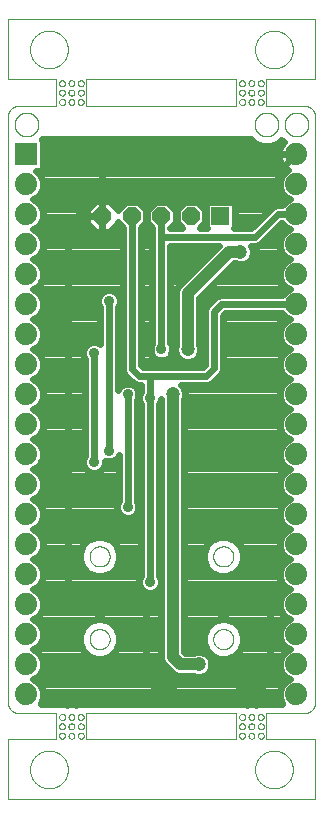
<source format=gbl>
G75*
%MOIN*%
%OFA0B0*%
%FSLAX25Y25*%
%IPPOS*%
%LPD*%
%AMOC8*
5,1,8,0,0,1.08239X$1,22.5*
%
%ADD10C,0.00000*%
%ADD11R,0.07400X0.07400*%
%ADD12C,0.07400*%
%ADD13R,0.05906X0.05906*%
%ADD14OC8,0.05906*%
%ADD15C,0.03562*%
%ADD16C,0.02400*%
%ADD17C,0.03169*%
%ADD18C,0.04724*%
%ADD19C,0.04000*%
D10*
X0045625Y0001000D02*
X0045625Y0021000D01*
X0061875Y0021000D01*
X0061875Y0029750D01*
X0049375Y0029750D01*
X0049255Y0029752D01*
X0049135Y0029758D01*
X0049015Y0029767D01*
X0048895Y0029781D01*
X0048777Y0029798D01*
X0048658Y0029819D01*
X0048541Y0029844D01*
X0048424Y0029873D01*
X0048308Y0029905D01*
X0048193Y0029941D01*
X0048080Y0029981D01*
X0047968Y0030024D01*
X0047857Y0030071D01*
X0047748Y0030121D01*
X0047640Y0030175D01*
X0047535Y0030233D01*
X0047431Y0030293D01*
X0047329Y0030357D01*
X0047230Y0030424D01*
X0047132Y0030495D01*
X0047037Y0030568D01*
X0046944Y0030645D01*
X0046854Y0030724D01*
X0046766Y0030806D01*
X0046681Y0030891D01*
X0046599Y0030979D01*
X0046520Y0031069D01*
X0046443Y0031162D01*
X0046370Y0031257D01*
X0046299Y0031355D01*
X0046232Y0031454D01*
X0046168Y0031556D01*
X0046108Y0031660D01*
X0046050Y0031765D01*
X0045996Y0031873D01*
X0045946Y0031982D01*
X0045899Y0032093D01*
X0045856Y0032205D01*
X0045816Y0032318D01*
X0045780Y0032433D01*
X0045748Y0032549D01*
X0045719Y0032666D01*
X0045694Y0032783D01*
X0045673Y0032902D01*
X0045656Y0033020D01*
X0045642Y0033140D01*
X0045633Y0033260D01*
X0045627Y0033380D01*
X0045625Y0033500D01*
X0045625Y0228500D01*
X0045627Y0228620D01*
X0045633Y0228740D01*
X0045642Y0228860D01*
X0045656Y0228980D01*
X0045673Y0229098D01*
X0045694Y0229217D01*
X0045719Y0229334D01*
X0045748Y0229451D01*
X0045780Y0229567D01*
X0045816Y0229682D01*
X0045856Y0229795D01*
X0045899Y0229907D01*
X0045946Y0230018D01*
X0045996Y0230127D01*
X0046050Y0230235D01*
X0046108Y0230340D01*
X0046168Y0230444D01*
X0046232Y0230546D01*
X0046299Y0230645D01*
X0046370Y0230743D01*
X0046443Y0230838D01*
X0046520Y0230931D01*
X0046599Y0231021D01*
X0046681Y0231109D01*
X0046766Y0231194D01*
X0046854Y0231276D01*
X0046944Y0231355D01*
X0047037Y0231432D01*
X0047132Y0231505D01*
X0047230Y0231576D01*
X0047329Y0231643D01*
X0047431Y0231707D01*
X0047535Y0231767D01*
X0047640Y0231825D01*
X0047748Y0231879D01*
X0047857Y0231929D01*
X0047968Y0231976D01*
X0048080Y0232019D01*
X0048193Y0232059D01*
X0048308Y0232095D01*
X0048424Y0232127D01*
X0048541Y0232156D01*
X0048658Y0232181D01*
X0048777Y0232202D01*
X0048895Y0232219D01*
X0049015Y0232233D01*
X0049135Y0232242D01*
X0049255Y0232248D01*
X0049375Y0232250D01*
X0054375Y0232250D01*
X0061875Y0232250D01*
X0061875Y0241000D01*
X0045625Y0241000D01*
X0045625Y0261000D01*
X0148125Y0261000D01*
X0148125Y0241000D01*
X0131875Y0241000D01*
X0131875Y0232250D01*
X0139375Y0232250D01*
X0144375Y0232250D01*
X0144495Y0232248D01*
X0144615Y0232242D01*
X0144735Y0232233D01*
X0144855Y0232219D01*
X0144973Y0232202D01*
X0145092Y0232181D01*
X0145209Y0232156D01*
X0145326Y0232127D01*
X0145442Y0232095D01*
X0145557Y0232059D01*
X0145670Y0232019D01*
X0145782Y0231976D01*
X0145893Y0231929D01*
X0146002Y0231879D01*
X0146110Y0231825D01*
X0146215Y0231767D01*
X0146319Y0231707D01*
X0146421Y0231643D01*
X0146520Y0231576D01*
X0146618Y0231505D01*
X0146713Y0231432D01*
X0146806Y0231355D01*
X0146896Y0231276D01*
X0146984Y0231194D01*
X0147069Y0231109D01*
X0147151Y0231021D01*
X0147230Y0230931D01*
X0147307Y0230838D01*
X0147380Y0230743D01*
X0147451Y0230645D01*
X0147518Y0230546D01*
X0147582Y0230444D01*
X0147642Y0230340D01*
X0147700Y0230235D01*
X0147754Y0230127D01*
X0147804Y0230018D01*
X0147851Y0229907D01*
X0147894Y0229795D01*
X0147934Y0229682D01*
X0147970Y0229567D01*
X0148002Y0229451D01*
X0148031Y0229334D01*
X0148056Y0229217D01*
X0148077Y0229098D01*
X0148094Y0228980D01*
X0148108Y0228860D01*
X0148117Y0228740D01*
X0148123Y0228620D01*
X0148125Y0228500D01*
X0148125Y0033500D01*
X0148123Y0033380D01*
X0148117Y0033260D01*
X0148108Y0033140D01*
X0148094Y0033020D01*
X0148077Y0032902D01*
X0148056Y0032783D01*
X0148031Y0032666D01*
X0148002Y0032549D01*
X0147970Y0032433D01*
X0147934Y0032318D01*
X0147894Y0032205D01*
X0147851Y0032093D01*
X0147804Y0031982D01*
X0147754Y0031873D01*
X0147700Y0031765D01*
X0147642Y0031660D01*
X0147582Y0031556D01*
X0147518Y0031454D01*
X0147451Y0031355D01*
X0147380Y0031257D01*
X0147307Y0031162D01*
X0147230Y0031069D01*
X0147151Y0030979D01*
X0147069Y0030891D01*
X0146984Y0030806D01*
X0146896Y0030724D01*
X0146806Y0030645D01*
X0146713Y0030568D01*
X0146618Y0030495D01*
X0146520Y0030424D01*
X0146421Y0030357D01*
X0146319Y0030293D01*
X0146215Y0030233D01*
X0146110Y0030175D01*
X0146002Y0030121D01*
X0145893Y0030071D01*
X0145782Y0030024D01*
X0145670Y0029981D01*
X0145557Y0029941D01*
X0145442Y0029905D01*
X0145326Y0029873D01*
X0145209Y0029844D01*
X0145092Y0029819D01*
X0144973Y0029798D01*
X0144855Y0029781D01*
X0144735Y0029767D01*
X0144615Y0029758D01*
X0144495Y0029752D01*
X0144375Y0029750D01*
X0131875Y0029750D01*
X0131875Y0021000D01*
X0148125Y0021000D01*
X0148125Y0001000D01*
X0045625Y0001000D01*
X0053076Y0011000D02*
X0053078Y0011158D01*
X0053084Y0011316D01*
X0053094Y0011474D01*
X0053108Y0011632D01*
X0053126Y0011789D01*
X0053147Y0011946D01*
X0053173Y0012102D01*
X0053203Y0012258D01*
X0053236Y0012413D01*
X0053274Y0012566D01*
X0053315Y0012719D01*
X0053360Y0012871D01*
X0053409Y0013022D01*
X0053462Y0013171D01*
X0053518Y0013319D01*
X0053578Y0013465D01*
X0053642Y0013610D01*
X0053710Y0013753D01*
X0053781Y0013895D01*
X0053855Y0014035D01*
X0053933Y0014172D01*
X0054015Y0014308D01*
X0054099Y0014442D01*
X0054188Y0014573D01*
X0054279Y0014702D01*
X0054374Y0014829D01*
X0054471Y0014954D01*
X0054572Y0015076D01*
X0054676Y0015195D01*
X0054783Y0015312D01*
X0054893Y0015426D01*
X0055006Y0015537D01*
X0055121Y0015646D01*
X0055239Y0015751D01*
X0055360Y0015853D01*
X0055483Y0015953D01*
X0055609Y0016049D01*
X0055737Y0016142D01*
X0055867Y0016232D01*
X0056000Y0016318D01*
X0056135Y0016402D01*
X0056271Y0016481D01*
X0056410Y0016558D01*
X0056551Y0016630D01*
X0056693Y0016700D01*
X0056837Y0016765D01*
X0056983Y0016827D01*
X0057130Y0016885D01*
X0057279Y0016940D01*
X0057429Y0016991D01*
X0057580Y0017038D01*
X0057732Y0017081D01*
X0057885Y0017120D01*
X0058040Y0017156D01*
X0058195Y0017187D01*
X0058351Y0017215D01*
X0058507Y0017239D01*
X0058664Y0017259D01*
X0058822Y0017275D01*
X0058979Y0017287D01*
X0059138Y0017295D01*
X0059296Y0017299D01*
X0059454Y0017299D01*
X0059612Y0017295D01*
X0059771Y0017287D01*
X0059928Y0017275D01*
X0060086Y0017259D01*
X0060243Y0017239D01*
X0060399Y0017215D01*
X0060555Y0017187D01*
X0060710Y0017156D01*
X0060865Y0017120D01*
X0061018Y0017081D01*
X0061170Y0017038D01*
X0061321Y0016991D01*
X0061471Y0016940D01*
X0061620Y0016885D01*
X0061767Y0016827D01*
X0061913Y0016765D01*
X0062057Y0016700D01*
X0062199Y0016630D01*
X0062340Y0016558D01*
X0062479Y0016481D01*
X0062615Y0016402D01*
X0062750Y0016318D01*
X0062883Y0016232D01*
X0063013Y0016142D01*
X0063141Y0016049D01*
X0063267Y0015953D01*
X0063390Y0015853D01*
X0063511Y0015751D01*
X0063629Y0015646D01*
X0063744Y0015537D01*
X0063857Y0015426D01*
X0063967Y0015312D01*
X0064074Y0015195D01*
X0064178Y0015076D01*
X0064279Y0014954D01*
X0064376Y0014829D01*
X0064471Y0014702D01*
X0064562Y0014573D01*
X0064651Y0014442D01*
X0064735Y0014308D01*
X0064817Y0014172D01*
X0064895Y0014035D01*
X0064969Y0013895D01*
X0065040Y0013753D01*
X0065108Y0013610D01*
X0065172Y0013465D01*
X0065232Y0013319D01*
X0065288Y0013171D01*
X0065341Y0013022D01*
X0065390Y0012871D01*
X0065435Y0012719D01*
X0065476Y0012566D01*
X0065514Y0012413D01*
X0065547Y0012258D01*
X0065577Y0012102D01*
X0065603Y0011946D01*
X0065624Y0011789D01*
X0065642Y0011632D01*
X0065656Y0011474D01*
X0065666Y0011316D01*
X0065672Y0011158D01*
X0065674Y0011000D01*
X0065672Y0010842D01*
X0065666Y0010684D01*
X0065656Y0010526D01*
X0065642Y0010368D01*
X0065624Y0010211D01*
X0065603Y0010054D01*
X0065577Y0009898D01*
X0065547Y0009742D01*
X0065514Y0009587D01*
X0065476Y0009434D01*
X0065435Y0009281D01*
X0065390Y0009129D01*
X0065341Y0008978D01*
X0065288Y0008829D01*
X0065232Y0008681D01*
X0065172Y0008535D01*
X0065108Y0008390D01*
X0065040Y0008247D01*
X0064969Y0008105D01*
X0064895Y0007965D01*
X0064817Y0007828D01*
X0064735Y0007692D01*
X0064651Y0007558D01*
X0064562Y0007427D01*
X0064471Y0007298D01*
X0064376Y0007171D01*
X0064279Y0007046D01*
X0064178Y0006924D01*
X0064074Y0006805D01*
X0063967Y0006688D01*
X0063857Y0006574D01*
X0063744Y0006463D01*
X0063629Y0006354D01*
X0063511Y0006249D01*
X0063390Y0006147D01*
X0063267Y0006047D01*
X0063141Y0005951D01*
X0063013Y0005858D01*
X0062883Y0005768D01*
X0062750Y0005682D01*
X0062615Y0005598D01*
X0062479Y0005519D01*
X0062340Y0005442D01*
X0062199Y0005370D01*
X0062057Y0005300D01*
X0061913Y0005235D01*
X0061767Y0005173D01*
X0061620Y0005115D01*
X0061471Y0005060D01*
X0061321Y0005009D01*
X0061170Y0004962D01*
X0061018Y0004919D01*
X0060865Y0004880D01*
X0060710Y0004844D01*
X0060555Y0004813D01*
X0060399Y0004785D01*
X0060243Y0004761D01*
X0060086Y0004741D01*
X0059928Y0004725D01*
X0059771Y0004713D01*
X0059612Y0004705D01*
X0059454Y0004701D01*
X0059296Y0004701D01*
X0059138Y0004705D01*
X0058979Y0004713D01*
X0058822Y0004725D01*
X0058664Y0004741D01*
X0058507Y0004761D01*
X0058351Y0004785D01*
X0058195Y0004813D01*
X0058040Y0004844D01*
X0057885Y0004880D01*
X0057732Y0004919D01*
X0057580Y0004962D01*
X0057429Y0005009D01*
X0057279Y0005060D01*
X0057130Y0005115D01*
X0056983Y0005173D01*
X0056837Y0005235D01*
X0056693Y0005300D01*
X0056551Y0005370D01*
X0056410Y0005442D01*
X0056271Y0005519D01*
X0056135Y0005598D01*
X0056000Y0005682D01*
X0055867Y0005768D01*
X0055737Y0005858D01*
X0055609Y0005951D01*
X0055483Y0006047D01*
X0055360Y0006147D01*
X0055239Y0006249D01*
X0055121Y0006354D01*
X0055006Y0006463D01*
X0054893Y0006574D01*
X0054783Y0006688D01*
X0054676Y0006805D01*
X0054572Y0006924D01*
X0054471Y0007046D01*
X0054374Y0007171D01*
X0054279Y0007298D01*
X0054188Y0007427D01*
X0054099Y0007558D01*
X0054015Y0007692D01*
X0053933Y0007828D01*
X0053855Y0007965D01*
X0053781Y0008105D01*
X0053710Y0008247D01*
X0053642Y0008390D01*
X0053578Y0008535D01*
X0053518Y0008681D01*
X0053462Y0008829D01*
X0053409Y0008978D01*
X0053360Y0009129D01*
X0053315Y0009281D01*
X0053274Y0009434D01*
X0053236Y0009587D01*
X0053203Y0009742D01*
X0053173Y0009898D01*
X0053147Y0010054D01*
X0053126Y0010211D01*
X0053108Y0010368D01*
X0053094Y0010526D01*
X0053084Y0010684D01*
X0053078Y0010842D01*
X0053076Y0011000D01*
X0062766Y0022250D02*
X0062768Y0022312D01*
X0062774Y0022375D01*
X0062784Y0022436D01*
X0062798Y0022497D01*
X0062815Y0022557D01*
X0062836Y0022616D01*
X0062862Y0022673D01*
X0062890Y0022728D01*
X0062922Y0022782D01*
X0062958Y0022833D01*
X0062996Y0022883D01*
X0063038Y0022929D01*
X0063082Y0022973D01*
X0063130Y0023014D01*
X0063179Y0023052D01*
X0063231Y0023086D01*
X0063285Y0023117D01*
X0063341Y0023145D01*
X0063399Y0023169D01*
X0063458Y0023190D01*
X0063518Y0023206D01*
X0063579Y0023219D01*
X0063641Y0023228D01*
X0063703Y0023233D01*
X0063766Y0023234D01*
X0063828Y0023231D01*
X0063890Y0023224D01*
X0063952Y0023213D01*
X0064012Y0023198D01*
X0064072Y0023180D01*
X0064130Y0023158D01*
X0064187Y0023132D01*
X0064242Y0023102D01*
X0064295Y0023069D01*
X0064346Y0023033D01*
X0064394Y0022994D01*
X0064440Y0022951D01*
X0064483Y0022906D01*
X0064523Y0022858D01*
X0064560Y0022808D01*
X0064594Y0022755D01*
X0064625Y0022701D01*
X0064651Y0022645D01*
X0064675Y0022587D01*
X0064694Y0022527D01*
X0064710Y0022467D01*
X0064722Y0022405D01*
X0064730Y0022344D01*
X0064734Y0022281D01*
X0064734Y0022219D01*
X0064730Y0022156D01*
X0064722Y0022095D01*
X0064710Y0022033D01*
X0064694Y0021973D01*
X0064675Y0021913D01*
X0064651Y0021855D01*
X0064625Y0021799D01*
X0064594Y0021745D01*
X0064560Y0021692D01*
X0064523Y0021642D01*
X0064483Y0021594D01*
X0064440Y0021549D01*
X0064394Y0021506D01*
X0064346Y0021467D01*
X0064295Y0021431D01*
X0064242Y0021398D01*
X0064187Y0021368D01*
X0064130Y0021342D01*
X0064072Y0021320D01*
X0064012Y0021302D01*
X0063952Y0021287D01*
X0063890Y0021276D01*
X0063828Y0021269D01*
X0063766Y0021266D01*
X0063703Y0021267D01*
X0063641Y0021272D01*
X0063579Y0021281D01*
X0063518Y0021294D01*
X0063458Y0021310D01*
X0063399Y0021331D01*
X0063341Y0021355D01*
X0063285Y0021383D01*
X0063231Y0021414D01*
X0063179Y0021448D01*
X0063130Y0021486D01*
X0063082Y0021527D01*
X0063038Y0021571D01*
X0062996Y0021617D01*
X0062958Y0021667D01*
X0062922Y0021718D01*
X0062890Y0021772D01*
X0062862Y0021827D01*
X0062836Y0021884D01*
X0062815Y0021943D01*
X0062798Y0022003D01*
X0062784Y0022064D01*
X0062774Y0022125D01*
X0062768Y0022188D01*
X0062766Y0022250D01*
X0062766Y0025375D02*
X0062768Y0025437D01*
X0062774Y0025500D01*
X0062784Y0025561D01*
X0062798Y0025622D01*
X0062815Y0025682D01*
X0062836Y0025741D01*
X0062862Y0025798D01*
X0062890Y0025853D01*
X0062922Y0025907D01*
X0062958Y0025958D01*
X0062996Y0026008D01*
X0063038Y0026054D01*
X0063082Y0026098D01*
X0063130Y0026139D01*
X0063179Y0026177D01*
X0063231Y0026211D01*
X0063285Y0026242D01*
X0063341Y0026270D01*
X0063399Y0026294D01*
X0063458Y0026315D01*
X0063518Y0026331D01*
X0063579Y0026344D01*
X0063641Y0026353D01*
X0063703Y0026358D01*
X0063766Y0026359D01*
X0063828Y0026356D01*
X0063890Y0026349D01*
X0063952Y0026338D01*
X0064012Y0026323D01*
X0064072Y0026305D01*
X0064130Y0026283D01*
X0064187Y0026257D01*
X0064242Y0026227D01*
X0064295Y0026194D01*
X0064346Y0026158D01*
X0064394Y0026119D01*
X0064440Y0026076D01*
X0064483Y0026031D01*
X0064523Y0025983D01*
X0064560Y0025933D01*
X0064594Y0025880D01*
X0064625Y0025826D01*
X0064651Y0025770D01*
X0064675Y0025712D01*
X0064694Y0025652D01*
X0064710Y0025592D01*
X0064722Y0025530D01*
X0064730Y0025469D01*
X0064734Y0025406D01*
X0064734Y0025344D01*
X0064730Y0025281D01*
X0064722Y0025220D01*
X0064710Y0025158D01*
X0064694Y0025098D01*
X0064675Y0025038D01*
X0064651Y0024980D01*
X0064625Y0024924D01*
X0064594Y0024870D01*
X0064560Y0024817D01*
X0064523Y0024767D01*
X0064483Y0024719D01*
X0064440Y0024674D01*
X0064394Y0024631D01*
X0064346Y0024592D01*
X0064295Y0024556D01*
X0064242Y0024523D01*
X0064187Y0024493D01*
X0064130Y0024467D01*
X0064072Y0024445D01*
X0064012Y0024427D01*
X0063952Y0024412D01*
X0063890Y0024401D01*
X0063828Y0024394D01*
X0063766Y0024391D01*
X0063703Y0024392D01*
X0063641Y0024397D01*
X0063579Y0024406D01*
X0063518Y0024419D01*
X0063458Y0024435D01*
X0063399Y0024456D01*
X0063341Y0024480D01*
X0063285Y0024508D01*
X0063231Y0024539D01*
X0063179Y0024573D01*
X0063130Y0024611D01*
X0063082Y0024652D01*
X0063038Y0024696D01*
X0062996Y0024742D01*
X0062958Y0024792D01*
X0062922Y0024843D01*
X0062890Y0024897D01*
X0062862Y0024952D01*
X0062836Y0025009D01*
X0062815Y0025068D01*
X0062798Y0025128D01*
X0062784Y0025189D01*
X0062774Y0025250D01*
X0062768Y0025313D01*
X0062766Y0025375D01*
X0062766Y0028500D02*
X0062768Y0028562D01*
X0062774Y0028625D01*
X0062784Y0028686D01*
X0062798Y0028747D01*
X0062815Y0028807D01*
X0062836Y0028866D01*
X0062862Y0028923D01*
X0062890Y0028978D01*
X0062922Y0029032D01*
X0062958Y0029083D01*
X0062996Y0029133D01*
X0063038Y0029179D01*
X0063082Y0029223D01*
X0063130Y0029264D01*
X0063179Y0029302D01*
X0063231Y0029336D01*
X0063285Y0029367D01*
X0063341Y0029395D01*
X0063399Y0029419D01*
X0063458Y0029440D01*
X0063518Y0029456D01*
X0063579Y0029469D01*
X0063641Y0029478D01*
X0063703Y0029483D01*
X0063766Y0029484D01*
X0063828Y0029481D01*
X0063890Y0029474D01*
X0063952Y0029463D01*
X0064012Y0029448D01*
X0064072Y0029430D01*
X0064130Y0029408D01*
X0064187Y0029382D01*
X0064242Y0029352D01*
X0064295Y0029319D01*
X0064346Y0029283D01*
X0064394Y0029244D01*
X0064440Y0029201D01*
X0064483Y0029156D01*
X0064523Y0029108D01*
X0064560Y0029058D01*
X0064594Y0029005D01*
X0064625Y0028951D01*
X0064651Y0028895D01*
X0064675Y0028837D01*
X0064694Y0028777D01*
X0064710Y0028717D01*
X0064722Y0028655D01*
X0064730Y0028594D01*
X0064734Y0028531D01*
X0064734Y0028469D01*
X0064730Y0028406D01*
X0064722Y0028345D01*
X0064710Y0028283D01*
X0064694Y0028223D01*
X0064675Y0028163D01*
X0064651Y0028105D01*
X0064625Y0028049D01*
X0064594Y0027995D01*
X0064560Y0027942D01*
X0064523Y0027892D01*
X0064483Y0027844D01*
X0064440Y0027799D01*
X0064394Y0027756D01*
X0064346Y0027717D01*
X0064295Y0027681D01*
X0064242Y0027648D01*
X0064187Y0027618D01*
X0064130Y0027592D01*
X0064072Y0027570D01*
X0064012Y0027552D01*
X0063952Y0027537D01*
X0063890Y0027526D01*
X0063828Y0027519D01*
X0063766Y0027516D01*
X0063703Y0027517D01*
X0063641Y0027522D01*
X0063579Y0027531D01*
X0063518Y0027544D01*
X0063458Y0027560D01*
X0063399Y0027581D01*
X0063341Y0027605D01*
X0063285Y0027633D01*
X0063231Y0027664D01*
X0063179Y0027698D01*
X0063130Y0027736D01*
X0063082Y0027777D01*
X0063038Y0027821D01*
X0062996Y0027867D01*
X0062958Y0027917D01*
X0062922Y0027968D01*
X0062890Y0028022D01*
X0062862Y0028077D01*
X0062836Y0028134D01*
X0062815Y0028193D01*
X0062798Y0028253D01*
X0062784Y0028314D01*
X0062774Y0028375D01*
X0062768Y0028438D01*
X0062766Y0028500D01*
X0065891Y0028500D02*
X0065893Y0028562D01*
X0065899Y0028625D01*
X0065909Y0028686D01*
X0065923Y0028747D01*
X0065940Y0028807D01*
X0065961Y0028866D01*
X0065987Y0028923D01*
X0066015Y0028978D01*
X0066047Y0029032D01*
X0066083Y0029083D01*
X0066121Y0029133D01*
X0066163Y0029179D01*
X0066207Y0029223D01*
X0066255Y0029264D01*
X0066304Y0029302D01*
X0066356Y0029336D01*
X0066410Y0029367D01*
X0066466Y0029395D01*
X0066524Y0029419D01*
X0066583Y0029440D01*
X0066643Y0029456D01*
X0066704Y0029469D01*
X0066766Y0029478D01*
X0066828Y0029483D01*
X0066891Y0029484D01*
X0066953Y0029481D01*
X0067015Y0029474D01*
X0067077Y0029463D01*
X0067137Y0029448D01*
X0067197Y0029430D01*
X0067255Y0029408D01*
X0067312Y0029382D01*
X0067367Y0029352D01*
X0067420Y0029319D01*
X0067471Y0029283D01*
X0067519Y0029244D01*
X0067565Y0029201D01*
X0067608Y0029156D01*
X0067648Y0029108D01*
X0067685Y0029058D01*
X0067719Y0029005D01*
X0067750Y0028951D01*
X0067776Y0028895D01*
X0067800Y0028837D01*
X0067819Y0028777D01*
X0067835Y0028717D01*
X0067847Y0028655D01*
X0067855Y0028594D01*
X0067859Y0028531D01*
X0067859Y0028469D01*
X0067855Y0028406D01*
X0067847Y0028345D01*
X0067835Y0028283D01*
X0067819Y0028223D01*
X0067800Y0028163D01*
X0067776Y0028105D01*
X0067750Y0028049D01*
X0067719Y0027995D01*
X0067685Y0027942D01*
X0067648Y0027892D01*
X0067608Y0027844D01*
X0067565Y0027799D01*
X0067519Y0027756D01*
X0067471Y0027717D01*
X0067420Y0027681D01*
X0067367Y0027648D01*
X0067312Y0027618D01*
X0067255Y0027592D01*
X0067197Y0027570D01*
X0067137Y0027552D01*
X0067077Y0027537D01*
X0067015Y0027526D01*
X0066953Y0027519D01*
X0066891Y0027516D01*
X0066828Y0027517D01*
X0066766Y0027522D01*
X0066704Y0027531D01*
X0066643Y0027544D01*
X0066583Y0027560D01*
X0066524Y0027581D01*
X0066466Y0027605D01*
X0066410Y0027633D01*
X0066356Y0027664D01*
X0066304Y0027698D01*
X0066255Y0027736D01*
X0066207Y0027777D01*
X0066163Y0027821D01*
X0066121Y0027867D01*
X0066083Y0027917D01*
X0066047Y0027968D01*
X0066015Y0028022D01*
X0065987Y0028077D01*
X0065961Y0028134D01*
X0065940Y0028193D01*
X0065923Y0028253D01*
X0065909Y0028314D01*
X0065899Y0028375D01*
X0065893Y0028438D01*
X0065891Y0028500D01*
X0065891Y0025375D02*
X0065893Y0025437D01*
X0065899Y0025500D01*
X0065909Y0025561D01*
X0065923Y0025622D01*
X0065940Y0025682D01*
X0065961Y0025741D01*
X0065987Y0025798D01*
X0066015Y0025853D01*
X0066047Y0025907D01*
X0066083Y0025958D01*
X0066121Y0026008D01*
X0066163Y0026054D01*
X0066207Y0026098D01*
X0066255Y0026139D01*
X0066304Y0026177D01*
X0066356Y0026211D01*
X0066410Y0026242D01*
X0066466Y0026270D01*
X0066524Y0026294D01*
X0066583Y0026315D01*
X0066643Y0026331D01*
X0066704Y0026344D01*
X0066766Y0026353D01*
X0066828Y0026358D01*
X0066891Y0026359D01*
X0066953Y0026356D01*
X0067015Y0026349D01*
X0067077Y0026338D01*
X0067137Y0026323D01*
X0067197Y0026305D01*
X0067255Y0026283D01*
X0067312Y0026257D01*
X0067367Y0026227D01*
X0067420Y0026194D01*
X0067471Y0026158D01*
X0067519Y0026119D01*
X0067565Y0026076D01*
X0067608Y0026031D01*
X0067648Y0025983D01*
X0067685Y0025933D01*
X0067719Y0025880D01*
X0067750Y0025826D01*
X0067776Y0025770D01*
X0067800Y0025712D01*
X0067819Y0025652D01*
X0067835Y0025592D01*
X0067847Y0025530D01*
X0067855Y0025469D01*
X0067859Y0025406D01*
X0067859Y0025344D01*
X0067855Y0025281D01*
X0067847Y0025220D01*
X0067835Y0025158D01*
X0067819Y0025098D01*
X0067800Y0025038D01*
X0067776Y0024980D01*
X0067750Y0024924D01*
X0067719Y0024870D01*
X0067685Y0024817D01*
X0067648Y0024767D01*
X0067608Y0024719D01*
X0067565Y0024674D01*
X0067519Y0024631D01*
X0067471Y0024592D01*
X0067420Y0024556D01*
X0067367Y0024523D01*
X0067312Y0024493D01*
X0067255Y0024467D01*
X0067197Y0024445D01*
X0067137Y0024427D01*
X0067077Y0024412D01*
X0067015Y0024401D01*
X0066953Y0024394D01*
X0066891Y0024391D01*
X0066828Y0024392D01*
X0066766Y0024397D01*
X0066704Y0024406D01*
X0066643Y0024419D01*
X0066583Y0024435D01*
X0066524Y0024456D01*
X0066466Y0024480D01*
X0066410Y0024508D01*
X0066356Y0024539D01*
X0066304Y0024573D01*
X0066255Y0024611D01*
X0066207Y0024652D01*
X0066163Y0024696D01*
X0066121Y0024742D01*
X0066083Y0024792D01*
X0066047Y0024843D01*
X0066015Y0024897D01*
X0065987Y0024952D01*
X0065961Y0025009D01*
X0065940Y0025068D01*
X0065923Y0025128D01*
X0065909Y0025189D01*
X0065899Y0025250D01*
X0065893Y0025313D01*
X0065891Y0025375D01*
X0065891Y0022250D02*
X0065893Y0022312D01*
X0065899Y0022375D01*
X0065909Y0022436D01*
X0065923Y0022497D01*
X0065940Y0022557D01*
X0065961Y0022616D01*
X0065987Y0022673D01*
X0066015Y0022728D01*
X0066047Y0022782D01*
X0066083Y0022833D01*
X0066121Y0022883D01*
X0066163Y0022929D01*
X0066207Y0022973D01*
X0066255Y0023014D01*
X0066304Y0023052D01*
X0066356Y0023086D01*
X0066410Y0023117D01*
X0066466Y0023145D01*
X0066524Y0023169D01*
X0066583Y0023190D01*
X0066643Y0023206D01*
X0066704Y0023219D01*
X0066766Y0023228D01*
X0066828Y0023233D01*
X0066891Y0023234D01*
X0066953Y0023231D01*
X0067015Y0023224D01*
X0067077Y0023213D01*
X0067137Y0023198D01*
X0067197Y0023180D01*
X0067255Y0023158D01*
X0067312Y0023132D01*
X0067367Y0023102D01*
X0067420Y0023069D01*
X0067471Y0023033D01*
X0067519Y0022994D01*
X0067565Y0022951D01*
X0067608Y0022906D01*
X0067648Y0022858D01*
X0067685Y0022808D01*
X0067719Y0022755D01*
X0067750Y0022701D01*
X0067776Y0022645D01*
X0067800Y0022587D01*
X0067819Y0022527D01*
X0067835Y0022467D01*
X0067847Y0022405D01*
X0067855Y0022344D01*
X0067859Y0022281D01*
X0067859Y0022219D01*
X0067855Y0022156D01*
X0067847Y0022095D01*
X0067835Y0022033D01*
X0067819Y0021973D01*
X0067800Y0021913D01*
X0067776Y0021855D01*
X0067750Y0021799D01*
X0067719Y0021745D01*
X0067685Y0021692D01*
X0067648Y0021642D01*
X0067608Y0021594D01*
X0067565Y0021549D01*
X0067519Y0021506D01*
X0067471Y0021467D01*
X0067420Y0021431D01*
X0067367Y0021398D01*
X0067312Y0021368D01*
X0067255Y0021342D01*
X0067197Y0021320D01*
X0067137Y0021302D01*
X0067077Y0021287D01*
X0067015Y0021276D01*
X0066953Y0021269D01*
X0066891Y0021266D01*
X0066828Y0021267D01*
X0066766Y0021272D01*
X0066704Y0021281D01*
X0066643Y0021294D01*
X0066583Y0021310D01*
X0066524Y0021331D01*
X0066466Y0021355D01*
X0066410Y0021383D01*
X0066356Y0021414D01*
X0066304Y0021448D01*
X0066255Y0021486D01*
X0066207Y0021527D01*
X0066163Y0021571D01*
X0066121Y0021617D01*
X0066083Y0021667D01*
X0066047Y0021718D01*
X0066015Y0021772D01*
X0065987Y0021827D01*
X0065961Y0021884D01*
X0065940Y0021943D01*
X0065923Y0022003D01*
X0065909Y0022064D01*
X0065899Y0022125D01*
X0065893Y0022188D01*
X0065891Y0022250D01*
X0069016Y0022250D02*
X0069018Y0022312D01*
X0069024Y0022375D01*
X0069034Y0022436D01*
X0069048Y0022497D01*
X0069065Y0022557D01*
X0069086Y0022616D01*
X0069112Y0022673D01*
X0069140Y0022728D01*
X0069172Y0022782D01*
X0069208Y0022833D01*
X0069246Y0022883D01*
X0069288Y0022929D01*
X0069332Y0022973D01*
X0069380Y0023014D01*
X0069429Y0023052D01*
X0069481Y0023086D01*
X0069535Y0023117D01*
X0069591Y0023145D01*
X0069649Y0023169D01*
X0069708Y0023190D01*
X0069768Y0023206D01*
X0069829Y0023219D01*
X0069891Y0023228D01*
X0069953Y0023233D01*
X0070016Y0023234D01*
X0070078Y0023231D01*
X0070140Y0023224D01*
X0070202Y0023213D01*
X0070262Y0023198D01*
X0070322Y0023180D01*
X0070380Y0023158D01*
X0070437Y0023132D01*
X0070492Y0023102D01*
X0070545Y0023069D01*
X0070596Y0023033D01*
X0070644Y0022994D01*
X0070690Y0022951D01*
X0070733Y0022906D01*
X0070773Y0022858D01*
X0070810Y0022808D01*
X0070844Y0022755D01*
X0070875Y0022701D01*
X0070901Y0022645D01*
X0070925Y0022587D01*
X0070944Y0022527D01*
X0070960Y0022467D01*
X0070972Y0022405D01*
X0070980Y0022344D01*
X0070984Y0022281D01*
X0070984Y0022219D01*
X0070980Y0022156D01*
X0070972Y0022095D01*
X0070960Y0022033D01*
X0070944Y0021973D01*
X0070925Y0021913D01*
X0070901Y0021855D01*
X0070875Y0021799D01*
X0070844Y0021745D01*
X0070810Y0021692D01*
X0070773Y0021642D01*
X0070733Y0021594D01*
X0070690Y0021549D01*
X0070644Y0021506D01*
X0070596Y0021467D01*
X0070545Y0021431D01*
X0070492Y0021398D01*
X0070437Y0021368D01*
X0070380Y0021342D01*
X0070322Y0021320D01*
X0070262Y0021302D01*
X0070202Y0021287D01*
X0070140Y0021276D01*
X0070078Y0021269D01*
X0070016Y0021266D01*
X0069953Y0021267D01*
X0069891Y0021272D01*
X0069829Y0021281D01*
X0069768Y0021294D01*
X0069708Y0021310D01*
X0069649Y0021331D01*
X0069591Y0021355D01*
X0069535Y0021383D01*
X0069481Y0021414D01*
X0069429Y0021448D01*
X0069380Y0021486D01*
X0069332Y0021527D01*
X0069288Y0021571D01*
X0069246Y0021617D01*
X0069208Y0021667D01*
X0069172Y0021718D01*
X0069140Y0021772D01*
X0069112Y0021827D01*
X0069086Y0021884D01*
X0069065Y0021943D01*
X0069048Y0022003D01*
X0069034Y0022064D01*
X0069024Y0022125D01*
X0069018Y0022188D01*
X0069016Y0022250D01*
X0069016Y0025375D02*
X0069018Y0025437D01*
X0069024Y0025500D01*
X0069034Y0025561D01*
X0069048Y0025622D01*
X0069065Y0025682D01*
X0069086Y0025741D01*
X0069112Y0025798D01*
X0069140Y0025853D01*
X0069172Y0025907D01*
X0069208Y0025958D01*
X0069246Y0026008D01*
X0069288Y0026054D01*
X0069332Y0026098D01*
X0069380Y0026139D01*
X0069429Y0026177D01*
X0069481Y0026211D01*
X0069535Y0026242D01*
X0069591Y0026270D01*
X0069649Y0026294D01*
X0069708Y0026315D01*
X0069768Y0026331D01*
X0069829Y0026344D01*
X0069891Y0026353D01*
X0069953Y0026358D01*
X0070016Y0026359D01*
X0070078Y0026356D01*
X0070140Y0026349D01*
X0070202Y0026338D01*
X0070262Y0026323D01*
X0070322Y0026305D01*
X0070380Y0026283D01*
X0070437Y0026257D01*
X0070492Y0026227D01*
X0070545Y0026194D01*
X0070596Y0026158D01*
X0070644Y0026119D01*
X0070690Y0026076D01*
X0070733Y0026031D01*
X0070773Y0025983D01*
X0070810Y0025933D01*
X0070844Y0025880D01*
X0070875Y0025826D01*
X0070901Y0025770D01*
X0070925Y0025712D01*
X0070944Y0025652D01*
X0070960Y0025592D01*
X0070972Y0025530D01*
X0070980Y0025469D01*
X0070984Y0025406D01*
X0070984Y0025344D01*
X0070980Y0025281D01*
X0070972Y0025220D01*
X0070960Y0025158D01*
X0070944Y0025098D01*
X0070925Y0025038D01*
X0070901Y0024980D01*
X0070875Y0024924D01*
X0070844Y0024870D01*
X0070810Y0024817D01*
X0070773Y0024767D01*
X0070733Y0024719D01*
X0070690Y0024674D01*
X0070644Y0024631D01*
X0070596Y0024592D01*
X0070545Y0024556D01*
X0070492Y0024523D01*
X0070437Y0024493D01*
X0070380Y0024467D01*
X0070322Y0024445D01*
X0070262Y0024427D01*
X0070202Y0024412D01*
X0070140Y0024401D01*
X0070078Y0024394D01*
X0070016Y0024391D01*
X0069953Y0024392D01*
X0069891Y0024397D01*
X0069829Y0024406D01*
X0069768Y0024419D01*
X0069708Y0024435D01*
X0069649Y0024456D01*
X0069591Y0024480D01*
X0069535Y0024508D01*
X0069481Y0024539D01*
X0069429Y0024573D01*
X0069380Y0024611D01*
X0069332Y0024652D01*
X0069288Y0024696D01*
X0069246Y0024742D01*
X0069208Y0024792D01*
X0069172Y0024843D01*
X0069140Y0024897D01*
X0069112Y0024952D01*
X0069086Y0025009D01*
X0069065Y0025068D01*
X0069048Y0025128D01*
X0069034Y0025189D01*
X0069024Y0025250D01*
X0069018Y0025313D01*
X0069016Y0025375D01*
X0069016Y0028500D02*
X0069018Y0028562D01*
X0069024Y0028625D01*
X0069034Y0028686D01*
X0069048Y0028747D01*
X0069065Y0028807D01*
X0069086Y0028866D01*
X0069112Y0028923D01*
X0069140Y0028978D01*
X0069172Y0029032D01*
X0069208Y0029083D01*
X0069246Y0029133D01*
X0069288Y0029179D01*
X0069332Y0029223D01*
X0069380Y0029264D01*
X0069429Y0029302D01*
X0069481Y0029336D01*
X0069535Y0029367D01*
X0069591Y0029395D01*
X0069649Y0029419D01*
X0069708Y0029440D01*
X0069768Y0029456D01*
X0069829Y0029469D01*
X0069891Y0029478D01*
X0069953Y0029483D01*
X0070016Y0029484D01*
X0070078Y0029481D01*
X0070140Y0029474D01*
X0070202Y0029463D01*
X0070262Y0029448D01*
X0070322Y0029430D01*
X0070380Y0029408D01*
X0070437Y0029382D01*
X0070492Y0029352D01*
X0070545Y0029319D01*
X0070596Y0029283D01*
X0070644Y0029244D01*
X0070690Y0029201D01*
X0070733Y0029156D01*
X0070773Y0029108D01*
X0070810Y0029058D01*
X0070844Y0029005D01*
X0070875Y0028951D01*
X0070901Y0028895D01*
X0070925Y0028837D01*
X0070944Y0028777D01*
X0070960Y0028717D01*
X0070972Y0028655D01*
X0070980Y0028594D01*
X0070984Y0028531D01*
X0070984Y0028469D01*
X0070980Y0028406D01*
X0070972Y0028345D01*
X0070960Y0028283D01*
X0070944Y0028223D01*
X0070925Y0028163D01*
X0070901Y0028105D01*
X0070875Y0028049D01*
X0070844Y0027995D01*
X0070810Y0027942D01*
X0070773Y0027892D01*
X0070733Y0027844D01*
X0070690Y0027799D01*
X0070644Y0027756D01*
X0070596Y0027717D01*
X0070545Y0027681D01*
X0070492Y0027648D01*
X0070437Y0027618D01*
X0070380Y0027592D01*
X0070322Y0027570D01*
X0070262Y0027552D01*
X0070202Y0027537D01*
X0070140Y0027526D01*
X0070078Y0027519D01*
X0070016Y0027516D01*
X0069953Y0027517D01*
X0069891Y0027522D01*
X0069829Y0027531D01*
X0069768Y0027544D01*
X0069708Y0027560D01*
X0069649Y0027581D01*
X0069591Y0027605D01*
X0069535Y0027633D01*
X0069481Y0027664D01*
X0069429Y0027698D01*
X0069380Y0027736D01*
X0069332Y0027777D01*
X0069288Y0027821D01*
X0069246Y0027867D01*
X0069208Y0027917D01*
X0069172Y0027968D01*
X0069140Y0028022D01*
X0069112Y0028077D01*
X0069086Y0028134D01*
X0069065Y0028193D01*
X0069048Y0028253D01*
X0069034Y0028314D01*
X0069024Y0028375D01*
X0069018Y0028438D01*
X0069016Y0028500D01*
X0071875Y0029750D02*
X0071875Y0021000D01*
X0121875Y0021000D01*
X0121875Y0029750D01*
X0071875Y0029750D01*
X0072904Y0054455D02*
X0072906Y0054570D01*
X0072912Y0054686D01*
X0072922Y0054801D01*
X0072936Y0054916D01*
X0072954Y0055030D01*
X0072976Y0055143D01*
X0073001Y0055256D01*
X0073031Y0055367D01*
X0073064Y0055478D01*
X0073101Y0055587D01*
X0073142Y0055695D01*
X0073187Y0055802D01*
X0073235Y0055907D01*
X0073287Y0056010D01*
X0073343Y0056111D01*
X0073402Y0056211D01*
X0073464Y0056308D01*
X0073530Y0056403D01*
X0073598Y0056496D01*
X0073670Y0056586D01*
X0073745Y0056674D01*
X0073824Y0056759D01*
X0073905Y0056841D01*
X0073988Y0056921D01*
X0074075Y0056997D01*
X0074164Y0057071D01*
X0074255Y0057141D01*
X0074349Y0057209D01*
X0074445Y0057273D01*
X0074544Y0057333D01*
X0074644Y0057390D01*
X0074746Y0057444D01*
X0074850Y0057494D01*
X0074956Y0057541D01*
X0075063Y0057584D01*
X0075172Y0057623D01*
X0075282Y0057658D01*
X0075393Y0057689D01*
X0075505Y0057717D01*
X0075618Y0057741D01*
X0075732Y0057761D01*
X0075847Y0057777D01*
X0075962Y0057789D01*
X0076077Y0057797D01*
X0076192Y0057801D01*
X0076308Y0057801D01*
X0076423Y0057797D01*
X0076538Y0057789D01*
X0076653Y0057777D01*
X0076768Y0057761D01*
X0076882Y0057741D01*
X0076995Y0057717D01*
X0077107Y0057689D01*
X0077218Y0057658D01*
X0077328Y0057623D01*
X0077437Y0057584D01*
X0077544Y0057541D01*
X0077650Y0057494D01*
X0077754Y0057444D01*
X0077856Y0057390D01*
X0077956Y0057333D01*
X0078055Y0057273D01*
X0078151Y0057209D01*
X0078245Y0057141D01*
X0078336Y0057071D01*
X0078425Y0056997D01*
X0078512Y0056921D01*
X0078595Y0056841D01*
X0078676Y0056759D01*
X0078755Y0056674D01*
X0078830Y0056586D01*
X0078902Y0056496D01*
X0078970Y0056403D01*
X0079036Y0056308D01*
X0079098Y0056211D01*
X0079157Y0056111D01*
X0079213Y0056010D01*
X0079265Y0055907D01*
X0079313Y0055802D01*
X0079358Y0055695D01*
X0079399Y0055587D01*
X0079436Y0055478D01*
X0079469Y0055367D01*
X0079499Y0055256D01*
X0079524Y0055143D01*
X0079546Y0055030D01*
X0079564Y0054916D01*
X0079578Y0054801D01*
X0079588Y0054686D01*
X0079594Y0054570D01*
X0079596Y0054455D01*
X0079594Y0054340D01*
X0079588Y0054224D01*
X0079578Y0054109D01*
X0079564Y0053994D01*
X0079546Y0053880D01*
X0079524Y0053767D01*
X0079499Y0053654D01*
X0079469Y0053543D01*
X0079436Y0053432D01*
X0079399Y0053323D01*
X0079358Y0053215D01*
X0079313Y0053108D01*
X0079265Y0053003D01*
X0079213Y0052900D01*
X0079157Y0052799D01*
X0079098Y0052699D01*
X0079036Y0052602D01*
X0078970Y0052507D01*
X0078902Y0052414D01*
X0078830Y0052324D01*
X0078755Y0052236D01*
X0078676Y0052151D01*
X0078595Y0052069D01*
X0078512Y0051989D01*
X0078425Y0051913D01*
X0078336Y0051839D01*
X0078245Y0051769D01*
X0078151Y0051701D01*
X0078055Y0051637D01*
X0077956Y0051577D01*
X0077856Y0051520D01*
X0077754Y0051466D01*
X0077650Y0051416D01*
X0077544Y0051369D01*
X0077437Y0051326D01*
X0077328Y0051287D01*
X0077218Y0051252D01*
X0077107Y0051221D01*
X0076995Y0051193D01*
X0076882Y0051169D01*
X0076768Y0051149D01*
X0076653Y0051133D01*
X0076538Y0051121D01*
X0076423Y0051113D01*
X0076308Y0051109D01*
X0076192Y0051109D01*
X0076077Y0051113D01*
X0075962Y0051121D01*
X0075847Y0051133D01*
X0075732Y0051149D01*
X0075618Y0051169D01*
X0075505Y0051193D01*
X0075393Y0051221D01*
X0075282Y0051252D01*
X0075172Y0051287D01*
X0075063Y0051326D01*
X0074956Y0051369D01*
X0074850Y0051416D01*
X0074746Y0051466D01*
X0074644Y0051520D01*
X0074544Y0051577D01*
X0074445Y0051637D01*
X0074349Y0051701D01*
X0074255Y0051769D01*
X0074164Y0051839D01*
X0074075Y0051913D01*
X0073988Y0051989D01*
X0073905Y0052069D01*
X0073824Y0052151D01*
X0073745Y0052236D01*
X0073670Y0052324D01*
X0073598Y0052414D01*
X0073530Y0052507D01*
X0073464Y0052602D01*
X0073402Y0052699D01*
X0073343Y0052799D01*
X0073287Y0052900D01*
X0073235Y0053003D01*
X0073187Y0053108D01*
X0073142Y0053215D01*
X0073101Y0053323D01*
X0073064Y0053432D01*
X0073031Y0053543D01*
X0073001Y0053654D01*
X0072976Y0053767D01*
X0072954Y0053880D01*
X0072936Y0053994D01*
X0072922Y0054109D01*
X0072912Y0054224D01*
X0072906Y0054340D01*
X0072904Y0054455D01*
X0072904Y0082014D02*
X0072906Y0082129D01*
X0072912Y0082245D01*
X0072922Y0082360D01*
X0072936Y0082475D01*
X0072954Y0082589D01*
X0072976Y0082702D01*
X0073001Y0082815D01*
X0073031Y0082926D01*
X0073064Y0083037D01*
X0073101Y0083146D01*
X0073142Y0083254D01*
X0073187Y0083361D01*
X0073235Y0083466D01*
X0073287Y0083569D01*
X0073343Y0083670D01*
X0073402Y0083770D01*
X0073464Y0083867D01*
X0073530Y0083962D01*
X0073598Y0084055D01*
X0073670Y0084145D01*
X0073745Y0084233D01*
X0073824Y0084318D01*
X0073905Y0084400D01*
X0073988Y0084480D01*
X0074075Y0084556D01*
X0074164Y0084630D01*
X0074255Y0084700D01*
X0074349Y0084768D01*
X0074445Y0084832D01*
X0074544Y0084892D01*
X0074644Y0084949D01*
X0074746Y0085003D01*
X0074850Y0085053D01*
X0074956Y0085100D01*
X0075063Y0085143D01*
X0075172Y0085182D01*
X0075282Y0085217D01*
X0075393Y0085248D01*
X0075505Y0085276D01*
X0075618Y0085300D01*
X0075732Y0085320D01*
X0075847Y0085336D01*
X0075962Y0085348D01*
X0076077Y0085356D01*
X0076192Y0085360D01*
X0076308Y0085360D01*
X0076423Y0085356D01*
X0076538Y0085348D01*
X0076653Y0085336D01*
X0076768Y0085320D01*
X0076882Y0085300D01*
X0076995Y0085276D01*
X0077107Y0085248D01*
X0077218Y0085217D01*
X0077328Y0085182D01*
X0077437Y0085143D01*
X0077544Y0085100D01*
X0077650Y0085053D01*
X0077754Y0085003D01*
X0077856Y0084949D01*
X0077956Y0084892D01*
X0078055Y0084832D01*
X0078151Y0084768D01*
X0078245Y0084700D01*
X0078336Y0084630D01*
X0078425Y0084556D01*
X0078512Y0084480D01*
X0078595Y0084400D01*
X0078676Y0084318D01*
X0078755Y0084233D01*
X0078830Y0084145D01*
X0078902Y0084055D01*
X0078970Y0083962D01*
X0079036Y0083867D01*
X0079098Y0083770D01*
X0079157Y0083670D01*
X0079213Y0083569D01*
X0079265Y0083466D01*
X0079313Y0083361D01*
X0079358Y0083254D01*
X0079399Y0083146D01*
X0079436Y0083037D01*
X0079469Y0082926D01*
X0079499Y0082815D01*
X0079524Y0082702D01*
X0079546Y0082589D01*
X0079564Y0082475D01*
X0079578Y0082360D01*
X0079588Y0082245D01*
X0079594Y0082129D01*
X0079596Y0082014D01*
X0079594Y0081899D01*
X0079588Y0081783D01*
X0079578Y0081668D01*
X0079564Y0081553D01*
X0079546Y0081439D01*
X0079524Y0081326D01*
X0079499Y0081213D01*
X0079469Y0081102D01*
X0079436Y0080991D01*
X0079399Y0080882D01*
X0079358Y0080774D01*
X0079313Y0080667D01*
X0079265Y0080562D01*
X0079213Y0080459D01*
X0079157Y0080358D01*
X0079098Y0080258D01*
X0079036Y0080161D01*
X0078970Y0080066D01*
X0078902Y0079973D01*
X0078830Y0079883D01*
X0078755Y0079795D01*
X0078676Y0079710D01*
X0078595Y0079628D01*
X0078512Y0079548D01*
X0078425Y0079472D01*
X0078336Y0079398D01*
X0078245Y0079328D01*
X0078151Y0079260D01*
X0078055Y0079196D01*
X0077956Y0079136D01*
X0077856Y0079079D01*
X0077754Y0079025D01*
X0077650Y0078975D01*
X0077544Y0078928D01*
X0077437Y0078885D01*
X0077328Y0078846D01*
X0077218Y0078811D01*
X0077107Y0078780D01*
X0076995Y0078752D01*
X0076882Y0078728D01*
X0076768Y0078708D01*
X0076653Y0078692D01*
X0076538Y0078680D01*
X0076423Y0078672D01*
X0076308Y0078668D01*
X0076192Y0078668D01*
X0076077Y0078672D01*
X0075962Y0078680D01*
X0075847Y0078692D01*
X0075732Y0078708D01*
X0075618Y0078728D01*
X0075505Y0078752D01*
X0075393Y0078780D01*
X0075282Y0078811D01*
X0075172Y0078846D01*
X0075063Y0078885D01*
X0074956Y0078928D01*
X0074850Y0078975D01*
X0074746Y0079025D01*
X0074644Y0079079D01*
X0074544Y0079136D01*
X0074445Y0079196D01*
X0074349Y0079260D01*
X0074255Y0079328D01*
X0074164Y0079398D01*
X0074075Y0079472D01*
X0073988Y0079548D01*
X0073905Y0079628D01*
X0073824Y0079710D01*
X0073745Y0079795D01*
X0073670Y0079883D01*
X0073598Y0079973D01*
X0073530Y0080066D01*
X0073464Y0080161D01*
X0073402Y0080258D01*
X0073343Y0080358D01*
X0073287Y0080459D01*
X0073235Y0080562D01*
X0073187Y0080667D01*
X0073142Y0080774D01*
X0073101Y0080882D01*
X0073064Y0080991D01*
X0073031Y0081102D01*
X0073001Y0081213D01*
X0072976Y0081326D01*
X0072954Y0081439D01*
X0072936Y0081553D01*
X0072922Y0081668D01*
X0072912Y0081783D01*
X0072906Y0081899D01*
X0072904Y0082014D01*
X0114154Y0082014D02*
X0114156Y0082129D01*
X0114162Y0082245D01*
X0114172Y0082360D01*
X0114186Y0082475D01*
X0114204Y0082589D01*
X0114226Y0082702D01*
X0114251Y0082815D01*
X0114281Y0082926D01*
X0114314Y0083037D01*
X0114351Y0083146D01*
X0114392Y0083254D01*
X0114437Y0083361D01*
X0114485Y0083466D01*
X0114537Y0083569D01*
X0114593Y0083670D01*
X0114652Y0083770D01*
X0114714Y0083867D01*
X0114780Y0083962D01*
X0114848Y0084055D01*
X0114920Y0084145D01*
X0114995Y0084233D01*
X0115074Y0084318D01*
X0115155Y0084400D01*
X0115238Y0084480D01*
X0115325Y0084556D01*
X0115414Y0084630D01*
X0115505Y0084700D01*
X0115599Y0084768D01*
X0115695Y0084832D01*
X0115794Y0084892D01*
X0115894Y0084949D01*
X0115996Y0085003D01*
X0116100Y0085053D01*
X0116206Y0085100D01*
X0116313Y0085143D01*
X0116422Y0085182D01*
X0116532Y0085217D01*
X0116643Y0085248D01*
X0116755Y0085276D01*
X0116868Y0085300D01*
X0116982Y0085320D01*
X0117097Y0085336D01*
X0117212Y0085348D01*
X0117327Y0085356D01*
X0117442Y0085360D01*
X0117558Y0085360D01*
X0117673Y0085356D01*
X0117788Y0085348D01*
X0117903Y0085336D01*
X0118018Y0085320D01*
X0118132Y0085300D01*
X0118245Y0085276D01*
X0118357Y0085248D01*
X0118468Y0085217D01*
X0118578Y0085182D01*
X0118687Y0085143D01*
X0118794Y0085100D01*
X0118900Y0085053D01*
X0119004Y0085003D01*
X0119106Y0084949D01*
X0119206Y0084892D01*
X0119305Y0084832D01*
X0119401Y0084768D01*
X0119495Y0084700D01*
X0119586Y0084630D01*
X0119675Y0084556D01*
X0119762Y0084480D01*
X0119845Y0084400D01*
X0119926Y0084318D01*
X0120005Y0084233D01*
X0120080Y0084145D01*
X0120152Y0084055D01*
X0120220Y0083962D01*
X0120286Y0083867D01*
X0120348Y0083770D01*
X0120407Y0083670D01*
X0120463Y0083569D01*
X0120515Y0083466D01*
X0120563Y0083361D01*
X0120608Y0083254D01*
X0120649Y0083146D01*
X0120686Y0083037D01*
X0120719Y0082926D01*
X0120749Y0082815D01*
X0120774Y0082702D01*
X0120796Y0082589D01*
X0120814Y0082475D01*
X0120828Y0082360D01*
X0120838Y0082245D01*
X0120844Y0082129D01*
X0120846Y0082014D01*
X0120844Y0081899D01*
X0120838Y0081783D01*
X0120828Y0081668D01*
X0120814Y0081553D01*
X0120796Y0081439D01*
X0120774Y0081326D01*
X0120749Y0081213D01*
X0120719Y0081102D01*
X0120686Y0080991D01*
X0120649Y0080882D01*
X0120608Y0080774D01*
X0120563Y0080667D01*
X0120515Y0080562D01*
X0120463Y0080459D01*
X0120407Y0080358D01*
X0120348Y0080258D01*
X0120286Y0080161D01*
X0120220Y0080066D01*
X0120152Y0079973D01*
X0120080Y0079883D01*
X0120005Y0079795D01*
X0119926Y0079710D01*
X0119845Y0079628D01*
X0119762Y0079548D01*
X0119675Y0079472D01*
X0119586Y0079398D01*
X0119495Y0079328D01*
X0119401Y0079260D01*
X0119305Y0079196D01*
X0119206Y0079136D01*
X0119106Y0079079D01*
X0119004Y0079025D01*
X0118900Y0078975D01*
X0118794Y0078928D01*
X0118687Y0078885D01*
X0118578Y0078846D01*
X0118468Y0078811D01*
X0118357Y0078780D01*
X0118245Y0078752D01*
X0118132Y0078728D01*
X0118018Y0078708D01*
X0117903Y0078692D01*
X0117788Y0078680D01*
X0117673Y0078672D01*
X0117558Y0078668D01*
X0117442Y0078668D01*
X0117327Y0078672D01*
X0117212Y0078680D01*
X0117097Y0078692D01*
X0116982Y0078708D01*
X0116868Y0078728D01*
X0116755Y0078752D01*
X0116643Y0078780D01*
X0116532Y0078811D01*
X0116422Y0078846D01*
X0116313Y0078885D01*
X0116206Y0078928D01*
X0116100Y0078975D01*
X0115996Y0079025D01*
X0115894Y0079079D01*
X0115794Y0079136D01*
X0115695Y0079196D01*
X0115599Y0079260D01*
X0115505Y0079328D01*
X0115414Y0079398D01*
X0115325Y0079472D01*
X0115238Y0079548D01*
X0115155Y0079628D01*
X0115074Y0079710D01*
X0114995Y0079795D01*
X0114920Y0079883D01*
X0114848Y0079973D01*
X0114780Y0080066D01*
X0114714Y0080161D01*
X0114652Y0080258D01*
X0114593Y0080358D01*
X0114537Y0080459D01*
X0114485Y0080562D01*
X0114437Y0080667D01*
X0114392Y0080774D01*
X0114351Y0080882D01*
X0114314Y0080991D01*
X0114281Y0081102D01*
X0114251Y0081213D01*
X0114226Y0081326D01*
X0114204Y0081439D01*
X0114186Y0081553D01*
X0114172Y0081668D01*
X0114162Y0081783D01*
X0114156Y0081899D01*
X0114154Y0082014D01*
X0114154Y0054455D02*
X0114156Y0054570D01*
X0114162Y0054686D01*
X0114172Y0054801D01*
X0114186Y0054916D01*
X0114204Y0055030D01*
X0114226Y0055143D01*
X0114251Y0055256D01*
X0114281Y0055367D01*
X0114314Y0055478D01*
X0114351Y0055587D01*
X0114392Y0055695D01*
X0114437Y0055802D01*
X0114485Y0055907D01*
X0114537Y0056010D01*
X0114593Y0056111D01*
X0114652Y0056211D01*
X0114714Y0056308D01*
X0114780Y0056403D01*
X0114848Y0056496D01*
X0114920Y0056586D01*
X0114995Y0056674D01*
X0115074Y0056759D01*
X0115155Y0056841D01*
X0115238Y0056921D01*
X0115325Y0056997D01*
X0115414Y0057071D01*
X0115505Y0057141D01*
X0115599Y0057209D01*
X0115695Y0057273D01*
X0115794Y0057333D01*
X0115894Y0057390D01*
X0115996Y0057444D01*
X0116100Y0057494D01*
X0116206Y0057541D01*
X0116313Y0057584D01*
X0116422Y0057623D01*
X0116532Y0057658D01*
X0116643Y0057689D01*
X0116755Y0057717D01*
X0116868Y0057741D01*
X0116982Y0057761D01*
X0117097Y0057777D01*
X0117212Y0057789D01*
X0117327Y0057797D01*
X0117442Y0057801D01*
X0117558Y0057801D01*
X0117673Y0057797D01*
X0117788Y0057789D01*
X0117903Y0057777D01*
X0118018Y0057761D01*
X0118132Y0057741D01*
X0118245Y0057717D01*
X0118357Y0057689D01*
X0118468Y0057658D01*
X0118578Y0057623D01*
X0118687Y0057584D01*
X0118794Y0057541D01*
X0118900Y0057494D01*
X0119004Y0057444D01*
X0119106Y0057390D01*
X0119206Y0057333D01*
X0119305Y0057273D01*
X0119401Y0057209D01*
X0119495Y0057141D01*
X0119586Y0057071D01*
X0119675Y0056997D01*
X0119762Y0056921D01*
X0119845Y0056841D01*
X0119926Y0056759D01*
X0120005Y0056674D01*
X0120080Y0056586D01*
X0120152Y0056496D01*
X0120220Y0056403D01*
X0120286Y0056308D01*
X0120348Y0056211D01*
X0120407Y0056111D01*
X0120463Y0056010D01*
X0120515Y0055907D01*
X0120563Y0055802D01*
X0120608Y0055695D01*
X0120649Y0055587D01*
X0120686Y0055478D01*
X0120719Y0055367D01*
X0120749Y0055256D01*
X0120774Y0055143D01*
X0120796Y0055030D01*
X0120814Y0054916D01*
X0120828Y0054801D01*
X0120838Y0054686D01*
X0120844Y0054570D01*
X0120846Y0054455D01*
X0120844Y0054340D01*
X0120838Y0054224D01*
X0120828Y0054109D01*
X0120814Y0053994D01*
X0120796Y0053880D01*
X0120774Y0053767D01*
X0120749Y0053654D01*
X0120719Y0053543D01*
X0120686Y0053432D01*
X0120649Y0053323D01*
X0120608Y0053215D01*
X0120563Y0053108D01*
X0120515Y0053003D01*
X0120463Y0052900D01*
X0120407Y0052799D01*
X0120348Y0052699D01*
X0120286Y0052602D01*
X0120220Y0052507D01*
X0120152Y0052414D01*
X0120080Y0052324D01*
X0120005Y0052236D01*
X0119926Y0052151D01*
X0119845Y0052069D01*
X0119762Y0051989D01*
X0119675Y0051913D01*
X0119586Y0051839D01*
X0119495Y0051769D01*
X0119401Y0051701D01*
X0119305Y0051637D01*
X0119206Y0051577D01*
X0119106Y0051520D01*
X0119004Y0051466D01*
X0118900Y0051416D01*
X0118794Y0051369D01*
X0118687Y0051326D01*
X0118578Y0051287D01*
X0118468Y0051252D01*
X0118357Y0051221D01*
X0118245Y0051193D01*
X0118132Y0051169D01*
X0118018Y0051149D01*
X0117903Y0051133D01*
X0117788Y0051121D01*
X0117673Y0051113D01*
X0117558Y0051109D01*
X0117442Y0051109D01*
X0117327Y0051113D01*
X0117212Y0051121D01*
X0117097Y0051133D01*
X0116982Y0051149D01*
X0116868Y0051169D01*
X0116755Y0051193D01*
X0116643Y0051221D01*
X0116532Y0051252D01*
X0116422Y0051287D01*
X0116313Y0051326D01*
X0116206Y0051369D01*
X0116100Y0051416D01*
X0115996Y0051466D01*
X0115894Y0051520D01*
X0115794Y0051577D01*
X0115695Y0051637D01*
X0115599Y0051701D01*
X0115505Y0051769D01*
X0115414Y0051839D01*
X0115325Y0051913D01*
X0115238Y0051989D01*
X0115155Y0052069D01*
X0115074Y0052151D01*
X0114995Y0052236D01*
X0114920Y0052324D01*
X0114848Y0052414D01*
X0114780Y0052507D01*
X0114714Y0052602D01*
X0114652Y0052699D01*
X0114593Y0052799D01*
X0114537Y0052900D01*
X0114485Y0053003D01*
X0114437Y0053108D01*
X0114392Y0053215D01*
X0114351Y0053323D01*
X0114314Y0053432D01*
X0114281Y0053543D01*
X0114251Y0053654D01*
X0114226Y0053767D01*
X0114204Y0053880D01*
X0114186Y0053994D01*
X0114172Y0054109D01*
X0114162Y0054224D01*
X0114156Y0054340D01*
X0114154Y0054455D01*
X0122766Y0028500D02*
X0122768Y0028562D01*
X0122774Y0028625D01*
X0122784Y0028686D01*
X0122798Y0028747D01*
X0122815Y0028807D01*
X0122836Y0028866D01*
X0122862Y0028923D01*
X0122890Y0028978D01*
X0122922Y0029032D01*
X0122958Y0029083D01*
X0122996Y0029133D01*
X0123038Y0029179D01*
X0123082Y0029223D01*
X0123130Y0029264D01*
X0123179Y0029302D01*
X0123231Y0029336D01*
X0123285Y0029367D01*
X0123341Y0029395D01*
X0123399Y0029419D01*
X0123458Y0029440D01*
X0123518Y0029456D01*
X0123579Y0029469D01*
X0123641Y0029478D01*
X0123703Y0029483D01*
X0123766Y0029484D01*
X0123828Y0029481D01*
X0123890Y0029474D01*
X0123952Y0029463D01*
X0124012Y0029448D01*
X0124072Y0029430D01*
X0124130Y0029408D01*
X0124187Y0029382D01*
X0124242Y0029352D01*
X0124295Y0029319D01*
X0124346Y0029283D01*
X0124394Y0029244D01*
X0124440Y0029201D01*
X0124483Y0029156D01*
X0124523Y0029108D01*
X0124560Y0029058D01*
X0124594Y0029005D01*
X0124625Y0028951D01*
X0124651Y0028895D01*
X0124675Y0028837D01*
X0124694Y0028777D01*
X0124710Y0028717D01*
X0124722Y0028655D01*
X0124730Y0028594D01*
X0124734Y0028531D01*
X0124734Y0028469D01*
X0124730Y0028406D01*
X0124722Y0028345D01*
X0124710Y0028283D01*
X0124694Y0028223D01*
X0124675Y0028163D01*
X0124651Y0028105D01*
X0124625Y0028049D01*
X0124594Y0027995D01*
X0124560Y0027942D01*
X0124523Y0027892D01*
X0124483Y0027844D01*
X0124440Y0027799D01*
X0124394Y0027756D01*
X0124346Y0027717D01*
X0124295Y0027681D01*
X0124242Y0027648D01*
X0124187Y0027618D01*
X0124130Y0027592D01*
X0124072Y0027570D01*
X0124012Y0027552D01*
X0123952Y0027537D01*
X0123890Y0027526D01*
X0123828Y0027519D01*
X0123766Y0027516D01*
X0123703Y0027517D01*
X0123641Y0027522D01*
X0123579Y0027531D01*
X0123518Y0027544D01*
X0123458Y0027560D01*
X0123399Y0027581D01*
X0123341Y0027605D01*
X0123285Y0027633D01*
X0123231Y0027664D01*
X0123179Y0027698D01*
X0123130Y0027736D01*
X0123082Y0027777D01*
X0123038Y0027821D01*
X0122996Y0027867D01*
X0122958Y0027917D01*
X0122922Y0027968D01*
X0122890Y0028022D01*
X0122862Y0028077D01*
X0122836Y0028134D01*
X0122815Y0028193D01*
X0122798Y0028253D01*
X0122784Y0028314D01*
X0122774Y0028375D01*
X0122768Y0028438D01*
X0122766Y0028500D01*
X0122766Y0025375D02*
X0122768Y0025437D01*
X0122774Y0025500D01*
X0122784Y0025561D01*
X0122798Y0025622D01*
X0122815Y0025682D01*
X0122836Y0025741D01*
X0122862Y0025798D01*
X0122890Y0025853D01*
X0122922Y0025907D01*
X0122958Y0025958D01*
X0122996Y0026008D01*
X0123038Y0026054D01*
X0123082Y0026098D01*
X0123130Y0026139D01*
X0123179Y0026177D01*
X0123231Y0026211D01*
X0123285Y0026242D01*
X0123341Y0026270D01*
X0123399Y0026294D01*
X0123458Y0026315D01*
X0123518Y0026331D01*
X0123579Y0026344D01*
X0123641Y0026353D01*
X0123703Y0026358D01*
X0123766Y0026359D01*
X0123828Y0026356D01*
X0123890Y0026349D01*
X0123952Y0026338D01*
X0124012Y0026323D01*
X0124072Y0026305D01*
X0124130Y0026283D01*
X0124187Y0026257D01*
X0124242Y0026227D01*
X0124295Y0026194D01*
X0124346Y0026158D01*
X0124394Y0026119D01*
X0124440Y0026076D01*
X0124483Y0026031D01*
X0124523Y0025983D01*
X0124560Y0025933D01*
X0124594Y0025880D01*
X0124625Y0025826D01*
X0124651Y0025770D01*
X0124675Y0025712D01*
X0124694Y0025652D01*
X0124710Y0025592D01*
X0124722Y0025530D01*
X0124730Y0025469D01*
X0124734Y0025406D01*
X0124734Y0025344D01*
X0124730Y0025281D01*
X0124722Y0025220D01*
X0124710Y0025158D01*
X0124694Y0025098D01*
X0124675Y0025038D01*
X0124651Y0024980D01*
X0124625Y0024924D01*
X0124594Y0024870D01*
X0124560Y0024817D01*
X0124523Y0024767D01*
X0124483Y0024719D01*
X0124440Y0024674D01*
X0124394Y0024631D01*
X0124346Y0024592D01*
X0124295Y0024556D01*
X0124242Y0024523D01*
X0124187Y0024493D01*
X0124130Y0024467D01*
X0124072Y0024445D01*
X0124012Y0024427D01*
X0123952Y0024412D01*
X0123890Y0024401D01*
X0123828Y0024394D01*
X0123766Y0024391D01*
X0123703Y0024392D01*
X0123641Y0024397D01*
X0123579Y0024406D01*
X0123518Y0024419D01*
X0123458Y0024435D01*
X0123399Y0024456D01*
X0123341Y0024480D01*
X0123285Y0024508D01*
X0123231Y0024539D01*
X0123179Y0024573D01*
X0123130Y0024611D01*
X0123082Y0024652D01*
X0123038Y0024696D01*
X0122996Y0024742D01*
X0122958Y0024792D01*
X0122922Y0024843D01*
X0122890Y0024897D01*
X0122862Y0024952D01*
X0122836Y0025009D01*
X0122815Y0025068D01*
X0122798Y0025128D01*
X0122784Y0025189D01*
X0122774Y0025250D01*
X0122768Y0025313D01*
X0122766Y0025375D01*
X0122766Y0022250D02*
X0122768Y0022312D01*
X0122774Y0022375D01*
X0122784Y0022436D01*
X0122798Y0022497D01*
X0122815Y0022557D01*
X0122836Y0022616D01*
X0122862Y0022673D01*
X0122890Y0022728D01*
X0122922Y0022782D01*
X0122958Y0022833D01*
X0122996Y0022883D01*
X0123038Y0022929D01*
X0123082Y0022973D01*
X0123130Y0023014D01*
X0123179Y0023052D01*
X0123231Y0023086D01*
X0123285Y0023117D01*
X0123341Y0023145D01*
X0123399Y0023169D01*
X0123458Y0023190D01*
X0123518Y0023206D01*
X0123579Y0023219D01*
X0123641Y0023228D01*
X0123703Y0023233D01*
X0123766Y0023234D01*
X0123828Y0023231D01*
X0123890Y0023224D01*
X0123952Y0023213D01*
X0124012Y0023198D01*
X0124072Y0023180D01*
X0124130Y0023158D01*
X0124187Y0023132D01*
X0124242Y0023102D01*
X0124295Y0023069D01*
X0124346Y0023033D01*
X0124394Y0022994D01*
X0124440Y0022951D01*
X0124483Y0022906D01*
X0124523Y0022858D01*
X0124560Y0022808D01*
X0124594Y0022755D01*
X0124625Y0022701D01*
X0124651Y0022645D01*
X0124675Y0022587D01*
X0124694Y0022527D01*
X0124710Y0022467D01*
X0124722Y0022405D01*
X0124730Y0022344D01*
X0124734Y0022281D01*
X0124734Y0022219D01*
X0124730Y0022156D01*
X0124722Y0022095D01*
X0124710Y0022033D01*
X0124694Y0021973D01*
X0124675Y0021913D01*
X0124651Y0021855D01*
X0124625Y0021799D01*
X0124594Y0021745D01*
X0124560Y0021692D01*
X0124523Y0021642D01*
X0124483Y0021594D01*
X0124440Y0021549D01*
X0124394Y0021506D01*
X0124346Y0021467D01*
X0124295Y0021431D01*
X0124242Y0021398D01*
X0124187Y0021368D01*
X0124130Y0021342D01*
X0124072Y0021320D01*
X0124012Y0021302D01*
X0123952Y0021287D01*
X0123890Y0021276D01*
X0123828Y0021269D01*
X0123766Y0021266D01*
X0123703Y0021267D01*
X0123641Y0021272D01*
X0123579Y0021281D01*
X0123518Y0021294D01*
X0123458Y0021310D01*
X0123399Y0021331D01*
X0123341Y0021355D01*
X0123285Y0021383D01*
X0123231Y0021414D01*
X0123179Y0021448D01*
X0123130Y0021486D01*
X0123082Y0021527D01*
X0123038Y0021571D01*
X0122996Y0021617D01*
X0122958Y0021667D01*
X0122922Y0021718D01*
X0122890Y0021772D01*
X0122862Y0021827D01*
X0122836Y0021884D01*
X0122815Y0021943D01*
X0122798Y0022003D01*
X0122784Y0022064D01*
X0122774Y0022125D01*
X0122768Y0022188D01*
X0122766Y0022250D01*
X0125891Y0022250D02*
X0125893Y0022312D01*
X0125899Y0022375D01*
X0125909Y0022436D01*
X0125923Y0022497D01*
X0125940Y0022557D01*
X0125961Y0022616D01*
X0125987Y0022673D01*
X0126015Y0022728D01*
X0126047Y0022782D01*
X0126083Y0022833D01*
X0126121Y0022883D01*
X0126163Y0022929D01*
X0126207Y0022973D01*
X0126255Y0023014D01*
X0126304Y0023052D01*
X0126356Y0023086D01*
X0126410Y0023117D01*
X0126466Y0023145D01*
X0126524Y0023169D01*
X0126583Y0023190D01*
X0126643Y0023206D01*
X0126704Y0023219D01*
X0126766Y0023228D01*
X0126828Y0023233D01*
X0126891Y0023234D01*
X0126953Y0023231D01*
X0127015Y0023224D01*
X0127077Y0023213D01*
X0127137Y0023198D01*
X0127197Y0023180D01*
X0127255Y0023158D01*
X0127312Y0023132D01*
X0127367Y0023102D01*
X0127420Y0023069D01*
X0127471Y0023033D01*
X0127519Y0022994D01*
X0127565Y0022951D01*
X0127608Y0022906D01*
X0127648Y0022858D01*
X0127685Y0022808D01*
X0127719Y0022755D01*
X0127750Y0022701D01*
X0127776Y0022645D01*
X0127800Y0022587D01*
X0127819Y0022527D01*
X0127835Y0022467D01*
X0127847Y0022405D01*
X0127855Y0022344D01*
X0127859Y0022281D01*
X0127859Y0022219D01*
X0127855Y0022156D01*
X0127847Y0022095D01*
X0127835Y0022033D01*
X0127819Y0021973D01*
X0127800Y0021913D01*
X0127776Y0021855D01*
X0127750Y0021799D01*
X0127719Y0021745D01*
X0127685Y0021692D01*
X0127648Y0021642D01*
X0127608Y0021594D01*
X0127565Y0021549D01*
X0127519Y0021506D01*
X0127471Y0021467D01*
X0127420Y0021431D01*
X0127367Y0021398D01*
X0127312Y0021368D01*
X0127255Y0021342D01*
X0127197Y0021320D01*
X0127137Y0021302D01*
X0127077Y0021287D01*
X0127015Y0021276D01*
X0126953Y0021269D01*
X0126891Y0021266D01*
X0126828Y0021267D01*
X0126766Y0021272D01*
X0126704Y0021281D01*
X0126643Y0021294D01*
X0126583Y0021310D01*
X0126524Y0021331D01*
X0126466Y0021355D01*
X0126410Y0021383D01*
X0126356Y0021414D01*
X0126304Y0021448D01*
X0126255Y0021486D01*
X0126207Y0021527D01*
X0126163Y0021571D01*
X0126121Y0021617D01*
X0126083Y0021667D01*
X0126047Y0021718D01*
X0126015Y0021772D01*
X0125987Y0021827D01*
X0125961Y0021884D01*
X0125940Y0021943D01*
X0125923Y0022003D01*
X0125909Y0022064D01*
X0125899Y0022125D01*
X0125893Y0022188D01*
X0125891Y0022250D01*
X0125891Y0025375D02*
X0125893Y0025437D01*
X0125899Y0025500D01*
X0125909Y0025561D01*
X0125923Y0025622D01*
X0125940Y0025682D01*
X0125961Y0025741D01*
X0125987Y0025798D01*
X0126015Y0025853D01*
X0126047Y0025907D01*
X0126083Y0025958D01*
X0126121Y0026008D01*
X0126163Y0026054D01*
X0126207Y0026098D01*
X0126255Y0026139D01*
X0126304Y0026177D01*
X0126356Y0026211D01*
X0126410Y0026242D01*
X0126466Y0026270D01*
X0126524Y0026294D01*
X0126583Y0026315D01*
X0126643Y0026331D01*
X0126704Y0026344D01*
X0126766Y0026353D01*
X0126828Y0026358D01*
X0126891Y0026359D01*
X0126953Y0026356D01*
X0127015Y0026349D01*
X0127077Y0026338D01*
X0127137Y0026323D01*
X0127197Y0026305D01*
X0127255Y0026283D01*
X0127312Y0026257D01*
X0127367Y0026227D01*
X0127420Y0026194D01*
X0127471Y0026158D01*
X0127519Y0026119D01*
X0127565Y0026076D01*
X0127608Y0026031D01*
X0127648Y0025983D01*
X0127685Y0025933D01*
X0127719Y0025880D01*
X0127750Y0025826D01*
X0127776Y0025770D01*
X0127800Y0025712D01*
X0127819Y0025652D01*
X0127835Y0025592D01*
X0127847Y0025530D01*
X0127855Y0025469D01*
X0127859Y0025406D01*
X0127859Y0025344D01*
X0127855Y0025281D01*
X0127847Y0025220D01*
X0127835Y0025158D01*
X0127819Y0025098D01*
X0127800Y0025038D01*
X0127776Y0024980D01*
X0127750Y0024924D01*
X0127719Y0024870D01*
X0127685Y0024817D01*
X0127648Y0024767D01*
X0127608Y0024719D01*
X0127565Y0024674D01*
X0127519Y0024631D01*
X0127471Y0024592D01*
X0127420Y0024556D01*
X0127367Y0024523D01*
X0127312Y0024493D01*
X0127255Y0024467D01*
X0127197Y0024445D01*
X0127137Y0024427D01*
X0127077Y0024412D01*
X0127015Y0024401D01*
X0126953Y0024394D01*
X0126891Y0024391D01*
X0126828Y0024392D01*
X0126766Y0024397D01*
X0126704Y0024406D01*
X0126643Y0024419D01*
X0126583Y0024435D01*
X0126524Y0024456D01*
X0126466Y0024480D01*
X0126410Y0024508D01*
X0126356Y0024539D01*
X0126304Y0024573D01*
X0126255Y0024611D01*
X0126207Y0024652D01*
X0126163Y0024696D01*
X0126121Y0024742D01*
X0126083Y0024792D01*
X0126047Y0024843D01*
X0126015Y0024897D01*
X0125987Y0024952D01*
X0125961Y0025009D01*
X0125940Y0025068D01*
X0125923Y0025128D01*
X0125909Y0025189D01*
X0125899Y0025250D01*
X0125893Y0025313D01*
X0125891Y0025375D01*
X0125891Y0028500D02*
X0125893Y0028562D01*
X0125899Y0028625D01*
X0125909Y0028686D01*
X0125923Y0028747D01*
X0125940Y0028807D01*
X0125961Y0028866D01*
X0125987Y0028923D01*
X0126015Y0028978D01*
X0126047Y0029032D01*
X0126083Y0029083D01*
X0126121Y0029133D01*
X0126163Y0029179D01*
X0126207Y0029223D01*
X0126255Y0029264D01*
X0126304Y0029302D01*
X0126356Y0029336D01*
X0126410Y0029367D01*
X0126466Y0029395D01*
X0126524Y0029419D01*
X0126583Y0029440D01*
X0126643Y0029456D01*
X0126704Y0029469D01*
X0126766Y0029478D01*
X0126828Y0029483D01*
X0126891Y0029484D01*
X0126953Y0029481D01*
X0127015Y0029474D01*
X0127077Y0029463D01*
X0127137Y0029448D01*
X0127197Y0029430D01*
X0127255Y0029408D01*
X0127312Y0029382D01*
X0127367Y0029352D01*
X0127420Y0029319D01*
X0127471Y0029283D01*
X0127519Y0029244D01*
X0127565Y0029201D01*
X0127608Y0029156D01*
X0127648Y0029108D01*
X0127685Y0029058D01*
X0127719Y0029005D01*
X0127750Y0028951D01*
X0127776Y0028895D01*
X0127800Y0028837D01*
X0127819Y0028777D01*
X0127835Y0028717D01*
X0127847Y0028655D01*
X0127855Y0028594D01*
X0127859Y0028531D01*
X0127859Y0028469D01*
X0127855Y0028406D01*
X0127847Y0028345D01*
X0127835Y0028283D01*
X0127819Y0028223D01*
X0127800Y0028163D01*
X0127776Y0028105D01*
X0127750Y0028049D01*
X0127719Y0027995D01*
X0127685Y0027942D01*
X0127648Y0027892D01*
X0127608Y0027844D01*
X0127565Y0027799D01*
X0127519Y0027756D01*
X0127471Y0027717D01*
X0127420Y0027681D01*
X0127367Y0027648D01*
X0127312Y0027618D01*
X0127255Y0027592D01*
X0127197Y0027570D01*
X0127137Y0027552D01*
X0127077Y0027537D01*
X0127015Y0027526D01*
X0126953Y0027519D01*
X0126891Y0027516D01*
X0126828Y0027517D01*
X0126766Y0027522D01*
X0126704Y0027531D01*
X0126643Y0027544D01*
X0126583Y0027560D01*
X0126524Y0027581D01*
X0126466Y0027605D01*
X0126410Y0027633D01*
X0126356Y0027664D01*
X0126304Y0027698D01*
X0126255Y0027736D01*
X0126207Y0027777D01*
X0126163Y0027821D01*
X0126121Y0027867D01*
X0126083Y0027917D01*
X0126047Y0027968D01*
X0126015Y0028022D01*
X0125987Y0028077D01*
X0125961Y0028134D01*
X0125940Y0028193D01*
X0125923Y0028253D01*
X0125909Y0028314D01*
X0125899Y0028375D01*
X0125893Y0028438D01*
X0125891Y0028500D01*
X0129016Y0028500D02*
X0129018Y0028562D01*
X0129024Y0028625D01*
X0129034Y0028686D01*
X0129048Y0028747D01*
X0129065Y0028807D01*
X0129086Y0028866D01*
X0129112Y0028923D01*
X0129140Y0028978D01*
X0129172Y0029032D01*
X0129208Y0029083D01*
X0129246Y0029133D01*
X0129288Y0029179D01*
X0129332Y0029223D01*
X0129380Y0029264D01*
X0129429Y0029302D01*
X0129481Y0029336D01*
X0129535Y0029367D01*
X0129591Y0029395D01*
X0129649Y0029419D01*
X0129708Y0029440D01*
X0129768Y0029456D01*
X0129829Y0029469D01*
X0129891Y0029478D01*
X0129953Y0029483D01*
X0130016Y0029484D01*
X0130078Y0029481D01*
X0130140Y0029474D01*
X0130202Y0029463D01*
X0130262Y0029448D01*
X0130322Y0029430D01*
X0130380Y0029408D01*
X0130437Y0029382D01*
X0130492Y0029352D01*
X0130545Y0029319D01*
X0130596Y0029283D01*
X0130644Y0029244D01*
X0130690Y0029201D01*
X0130733Y0029156D01*
X0130773Y0029108D01*
X0130810Y0029058D01*
X0130844Y0029005D01*
X0130875Y0028951D01*
X0130901Y0028895D01*
X0130925Y0028837D01*
X0130944Y0028777D01*
X0130960Y0028717D01*
X0130972Y0028655D01*
X0130980Y0028594D01*
X0130984Y0028531D01*
X0130984Y0028469D01*
X0130980Y0028406D01*
X0130972Y0028345D01*
X0130960Y0028283D01*
X0130944Y0028223D01*
X0130925Y0028163D01*
X0130901Y0028105D01*
X0130875Y0028049D01*
X0130844Y0027995D01*
X0130810Y0027942D01*
X0130773Y0027892D01*
X0130733Y0027844D01*
X0130690Y0027799D01*
X0130644Y0027756D01*
X0130596Y0027717D01*
X0130545Y0027681D01*
X0130492Y0027648D01*
X0130437Y0027618D01*
X0130380Y0027592D01*
X0130322Y0027570D01*
X0130262Y0027552D01*
X0130202Y0027537D01*
X0130140Y0027526D01*
X0130078Y0027519D01*
X0130016Y0027516D01*
X0129953Y0027517D01*
X0129891Y0027522D01*
X0129829Y0027531D01*
X0129768Y0027544D01*
X0129708Y0027560D01*
X0129649Y0027581D01*
X0129591Y0027605D01*
X0129535Y0027633D01*
X0129481Y0027664D01*
X0129429Y0027698D01*
X0129380Y0027736D01*
X0129332Y0027777D01*
X0129288Y0027821D01*
X0129246Y0027867D01*
X0129208Y0027917D01*
X0129172Y0027968D01*
X0129140Y0028022D01*
X0129112Y0028077D01*
X0129086Y0028134D01*
X0129065Y0028193D01*
X0129048Y0028253D01*
X0129034Y0028314D01*
X0129024Y0028375D01*
X0129018Y0028438D01*
X0129016Y0028500D01*
X0129016Y0025375D02*
X0129018Y0025437D01*
X0129024Y0025500D01*
X0129034Y0025561D01*
X0129048Y0025622D01*
X0129065Y0025682D01*
X0129086Y0025741D01*
X0129112Y0025798D01*
X0129140Y0025853D01*
X0129172Y0025907D01*
X0129208Y0025958D01*
X0129246Y0026008D01*
X0129288Y0026054D01*
X0129332Y0026098D01*
X0129380Y0026139D01*
X0129429Y0026177D01*
X0129481Y0026211D01*
X0129535Y0026242D01*
X0129591Y0026270D01*
X0129649Y0026294D01*
X0129708Y0026315D01*
X0129768Y0026331D01*
X0129829Y0026344D01*
X0129891Y0026353D01*
X0129953Y0026358D01*
X0130016Y0026359D01*
X0130078Y0026356D01*
X0130140Y0026349D01*
X0130202Y0026338D01*
X0130262Y0026323D01*
X0130322Y0026305D01*
X0130380Y0026283D01*
X0130437Y0026257D01*
X0130492Y0026227D01*
X0130545Y0026194D01*
X0130596Y0026158D01*
X0130644Y0026119D01*
X0130690Y0026076D01*
X0130733Y0026031D01*
X0130773Y0025983D01*
X0130810Y0025933D01*
X0130844Y0025880D01*
X0130875Y0025826D01*
X0130901Y0025770D01*
X0130925Y0025712D01*
X0130944Y0025652D01*
X0130960Y0025592D01*
X0130972Y0025530D01*
X0130980Y0025469D01*
X0130984Y0025406D01*
X0130984Y0025344D01*
X0130980Y0025281D01*
X0130972Y0025220D01*
X0130960Y0025158D01*
X0130944Y0025098D01*
X0130925Y0025038D01*
X0130901Y0024980D01*
X0130875Y0024924D01*
X0130844Y0024870D01*
X0130810Y0024817D01*
X0130773Y0024767D01*
X0130733Y0024719D01*
X0130690Y0024674D01*
X0130644Y0024631D01*
X0130596Y0024592D01*
X0130545Y0024556D01*
X0130492Y0024523D01*
X0130437Y0024493D01*
X0130380Y0024467D01*
X0130322Y0024445D01*
X0130262Y0024427D01*
X0130202Y0024412D01*
X0130140Y0024401D01*
X0130078Y0024394D01*
X0130016Y0024391D01*
X0129953Y0024392D01*
X0129891Y0024397D01*
X0129829Y0024406D01*
X0129768Y0024419D01*
X0129708Y0024435D01*
X0129649Y0024456D01*
X0129591Y0024480D01*
X0129535Y0024508D01*
X0129481Y0024539D01*
X0129429Y0024573D01*
X0129380Y0024611D01*
X0129332Y0024652D01*
X0129288Y0024696D01*
X0129246Y0024742D01*
X0129208Y0024792D01*
X0129172Y0024843D01*
X0129140Y0024897D01*
X0129112Y0024952D01*
X0129086Y0025009D01*
X0129065Y0025068D01*
X0129048Y0025128D01*
X0129034Y0025189D01*
X0129024Y0025250D01*
X0129018Y0025313D01*
X0129016Y0025375D01*
X0129016Y0022250D02*
X0129018Y0022312D01*
X0129024Y0022375D01*
X0129034Y0022436D01*
X0129048Y0022497D01*
X0129065Y0022557D01*
X0129086Y0022616D01*
X0129112Y0022673D01*
X0129140Y0022728D01*
X0129172Y0022782D01*
X0129208Y0022833D01*
X0129246Y0022883D01*
X0129288Y0022929D01*
X0129332Y0022973D01*
X0129380Y0023014D01*
X0129429Y0023052D01*
X0129481Y0023086D01*
X0129535Y0023117D01*
X0129591Y0023145D01*
X0129649Y0023169D01*
X0129708Y0023190D01*
X0129768Y0023206D01*
X0129829Y0023219D01*
X0129891Y0023228D01*
X0129953Y0023233D01*
X0130016Y0023234D01*
X0130078Y0023231D01*
X0130140Y0023224D01*
X0130202Y0023213D01*
X0130262Y0023198D01*
X0130322Y0023180D01*
X0130380Y0023158D01*
X0130437Y0023132D01*
X0130492Y0023102D01*
X0130545Y0023069D01*
X0130596Y0023033D01*
X0130644Y0022994D01*
X0130690Y0022951D01*
X0130733Y0022906D01*
X0130773Y0022858D01*
X0130810Y0022808D01*
X0130844Y0022755D01*
X0130875Y0022701D01*
X0130901Y0022645D01*
X0130925Y0022587D01*
X0130944Y0022527D01*
X0130960Y0022467D01*
X0130972Y0022405D01*
X0130980Y0022344D01*
X0130984Y0022281D01*
X0130984Y0022219D01*
X0130980Y0022156D01*
X0130972Y0022095D01*
X0130960Y0022033D01*
X0130944Y0021973D01*
X0130925Y0021913D01*
X0130901Y0021855D01*
X0130875Y0021799D01*
X0130844Y0021745D01*
X0130810Y0021692D01*
X0130773Y0021642D01*
X0130733Y0021594D01*
X0130690Y0021549D01*
X0130644Y0021506D01*
X0130596Y0021467D01*
X0130545Y0021431D01*
X0130492Y0021398D01*
X0130437Y0021368D01*
X0130380Y0021342D01*
X0130322Y0021320D01*
X0130262Y0021302D01*
X0130202Y0021287D01*
X0130140Y0021276D01*
X0130078Y0021269D01*
X0130016Y0021266D01*
X0129953Y0021267D01*
X0129891Y0021272D01*
X0129829Y0021281D01*
X0129768Y0021294D01*
X0129708Y0021310D01*
X0129649Y0021331D01*
X0129591Y0021355D01*
X0129535Y0021383D01*
X0129481Y0021414D01*
X0129429Y0021448D01*
X0129380Y0021486D01*
X0129332Y0021527D01*
X0129288Y0021571D01*
X0129246Y0021617D01*
X0129208Y0021667D01*
X0129172Y0021718D01*
X0129140Y0021772D01*
X0129112Y0021827D01*
X0129086Y0021884D01*
X0129065Y0021943D01*
X0129048Y0022003D01*
X0129034Y0022064D01*
X0129024Y0022125D01*
X0129018Y0022188D01*
X0129016Y0022250D01*
X0128076Y0011000D02*
X0128078Y0011158D01*
X0128084Y0011316D01*
X0128094Y0011474D01*
X0128108Y0011632D01*
X0128126Y0011789D01*
X0128147Y0011946D01*
X0128173Y0012102D01*
X0128203Y0012258D01*
X0128236Y0012413D01*
X0128274Y0012566D01*
X0128315Y0012719D01*
X0128360Y0012871D01*
X0128409Y0013022D01*
X0128462Y0013171D01*
X0128518Y0013319D01*
X0128578Y0013465D01*
X0128642Y0013610D01*
X0128710Y0013753D01*
X0128781Y0013895D01*
X0128855Y0014035D01*
X0128933Y0014172D01*
X0129015Y0014308D01*
X0129099Y0014442D01*
X0129188Y0014573D01*
X0129279Y0014702D01*
X0129374Y0014829D01*
X0129471Y0014954D01*
X0129572Y0015076D01*
X0129676Y0015195D01*
X0129783Y0015312D01*
X0129893Y0015426D01*
X0130006Y0015537D01*
X0130121Y0015646D01*
X0130239Y0015751D01*
X0130360Y0015853D01*
X0130483Y0015953D01*
X0130609Y0016049D01*
X0130737Y0016142D01*
X0130867Y0016232D01*
X0131000Y0016318D01*
X0131135Y0016402D01*
X0131271Y0016481D01*
X0131410Y0016558D01*
X0131551Y0016630D01*
X0131693Y0016700D01*
X0131837Y0016765D01*
X0131983Y0016827D01*
X0132130Y0016885D01*
X0132279Y0016940D01*
X0132429Y0016991D01*
X0132580Y0017038D01*
X0132732Y0017081D01*
X0132885Y0017120D01*
X0133040Y0017156D01*
X0133195Y0017187D01*
X0133351Y0017215D01*
X0133507Y0017239D01*
X0133664Y0017259D01*
X0133822Y0017275D01*
X0133979Y0017287D01*
X0134138Y0017295D01*
X0134296Y0017299D01*
X0134454Y0017299D01*
X0134612Y0017295D01*
X0134771Y0017287D01*
X0134928Y0017275D01*
X0135086Y0017259D01*
X0135243Y0017239D01*
X0135399Y0017215D01*
X0135555Y0017187D01*
X0135710Y0017156D01*
X0135865Y0017120D01*
X0136018Y0017081D01*
X0136170Y0017038D01*
X0136321Y0016991D01*
X0136471Y0016940D01*
X0136620Y0016885D01*
X0136767Y0016827D01*
X0136913Y0016765D01*
X0137057Y0016700D01*
X0137199Y0016630D01*
X0137340Y0016558D01*
X0137479Y0016481D01*
X0137615Y0016402D01*
X0137750Y0016318D01*
X0137883Y0016232D01*
X0138013Y0016142D01*
X0138141Y0016049D01*
X0138267Y0015953D01*
X0138390Y0015853D01*
X0138511Y0015751D01*
X0138629Y0015646D01*
X0138744Y0015537D01*
X0138857Y0015426D01*
X0138967Y0015312D01*
X0139074Y0015195D01*
X0139178Y0015076D01*
X0139279Y0014954D01*
X0139376Y0014829D01*
X0139471Y0014702D01*
X0139562Y0014573D01*
X0139651Y0014442D01*
X0139735Y0014308D01*
X0139817Y0014172D01*
X0139895Y0014035D01*
X0139969Y0013895D01*
X0140040Y0013753D01*
X0140108Y0013610D01*
X0140172Y0013465D01*
X0140232Y0013319D01*
X0140288Y0013171D01*
X0140341Y0013022D01*
X0140390Y0012871D01*
X0140435Y0012719D01*
X0140476Y0012566D01*
X0140514Y0012413D01*
X0140547Y0012258D01*
X0140577Y0012102D01*
X0140603Y0011946D01*
X0140624Y0011789D01*
X0140642Y0011632D01*
X0140656Y0011474D01*
X0140666Y0011316D01*
X0140672Y0011158D01*
X0140674Y0011000D01*
X0140672Y0010842D01*
X0140666Y0010684D01*
X0140656Y0010526D01*
X0140642Y0010368D01*
X0140624Y0010211D01*
X0140603Y0010054D01*
X0140577Y0009898D01*
X0140547Y0009742D01*
X0140514Y0009587D01*
X0140476Y0009434D01*
X0140435Y0009281D01*
X0140390Y0009129D01*
X0140341Y0008978D01*
X0140288Y0008829D01*
X0140232Y0008681D01*
X0140172Y0008535D01*
X0140108Y0008390D01*
X0140040Y0008247D01*
X0139969Y0008105D01*
X0139895Y0007965D01*
X0139817Y0007828D01*
X0139735Y0007692D01*
X0139651Y0007558D01*
X0139562Y0007427D01*
X0139471Y0007298D01*
X0139376Y0007171D01*
X0139279Y0007046D01*
X0139178Y0006924D01*
X0139074Y0006805D01*
X0138967Y0006688D01*
X0138857Y0006574D01*
X0138744Y0006463D01*
X0138629Y0006354D01*
X0138511Y0006249D01*
X0138390Y0006147D01*
X0138267Y0006047D01*
X0138141Y0005951D01*
X0138013Y0005858D01*
X0137883Y0005768D01*
X0137750Y0005682D01*
X0137615Y0005598D01*
X0137479Y0005519D01*
X0137340Y0005442D01*
X0137199Y0005370D01*
X0137057Y0005300D01*
X0136913Y0005235D01*
X0136767Y0005173D01*
X0136620Y0005115D01*
X0136471Y0005060D01*
X0136321Y0005009D01*
X0136170Y0004962D01*
X0136018Y0004919D01*
X0135865Y0004880D01*
X0135710Y0004844D01*
X0135555Y0004813D01*
X0135399Y0004785D01*
X0135243Y0004761D01*
X0135086Y0004741D01*
X0134928Y0004725D01*
X0134771Y0004713D01*
X0134612Y0004705D01*
X0134454Y0004701D01*
X0134296Y0004701D01*
X0134138Y0004705D01*
X0133979Y0004713D01*
X0133822Y0004725D01*
X0133664Y0004741D01*
X0133507Y0004761D01*
X0133351Y0004785D01*
X0133195Y0004813D01*
X0133040Y0004844D01*
X0132885Y0004880D01*
X0132732Y0004919D01*
X0132580Y0004962D01*
X0132429Y0005009D01*
X0132279Y0005060D01*
X0132130Y0005115D01*
X0131983Y0005173D01*
X0131837Y0005235D01*
X0131693Y0005300D01*
X0131551Y0005370D01*
X0131410Y0005442D01*
X0131271Y0005519D01*
X0131135Y0005598D01*
X0131000Y0005682D01*
X0130867Y0005768D01*
X0130737Y0005858D01*
X0130609Y0005951D01*
X0130483Y0006047D01*
X0130360Y0006147D01*
X0130239Y0006249D01*
X0130121Y0006354D01*
X0130006Y0006463D01*
X0129893Y0006574D01*
X0129783Y0006688D01*
X0129676Y0006805D01*
X0129572Y0006924D01*
X0129471Y0007046D01*
X0129374Y0007171D01*
X0129279Y0007298D01*
X0129188Y0007427D01*
X0129099Y0007558D01*
X0129015Y0007692D01*
X0128933Y0007828D01*
X0128855Y0007965D01*
X0128781Y0008105D01*
X0128710Y0008247D01*
X0128642Y0008390D01*
X0128578Y0008535D01*
X0128518Y0008681D01*
X0128462Y0008829D01*
X0128409Y0008978D01*
X0128360Y0009129D01*
X0128315Y0009281D01*
X0128274Y0009434D01*
X0128236Y0009587D01*
X0128203Y0009742D01*
X0128173Y0009898D01*
X0128147Y0010054D01*
X0128126Y0010211D01*
X0128108Y0010368D01*
X0128094Y0010526D01*
X0128084Y0010684D01*
X0128078Y0010842D01*
X0128076Y0011000D01*
X0127938Y0226000D02*
X0127940Y0226125D01*
X0127946Y0226250D01*
X0127956Y0226374D01*
X0127970Y0226498D01*
X0127987Y0226622D01*
X0128009Y0226745D01*
X0128035Y0226867D01*
X0128064Y0226989D01*
X0128097Y0227109D01*
X0128135Y0227228D01*
X0128175Y0227347D01*
X0128220Y0227463D01*
X0128268Y0227578D01*
X0128320Y0227692D01*
X0128376Y0227804D01*
X0128435Y0227914D01*
X0128497Y0228022D01*
X0128563Y0228129D01*
X0128632Y0228233D01*
X0128705Y0228334D01*
X0128780Y0228434D01*
X0128859Y0228531D01*
X0128941Y0228625D01*
X0129026Y0228717D01*
X0129113Y0228806D01*
X0129204Y0228892D01*
X0129297Y0228975D01*
X0129393Y0229056D01*
X0129491Y0229133D01*
X0129591Y0229207D01*
X0129694Y0229278D01*
X0129799Y0229345D01*
X0129907Y0229410D01*
X0130016Y0229470D01*
X0130127Y0229528D01*
X0130240Y0229581D01*
X0130354Y0229631D01*
X0130470Y0229678D01*
X0130587Y0229720D01*
X0130706Y0229759D01*
X0130826Y0229795D01*
X0130947Y0229826D01*
X0131069Y0229854D01*
X0131191Y0229877D01*
X0131315Y0229897D01*
X0131439Y0229913D01*
X0131563Y0229925D01*
X0131688Y0229933D01*
X0131813Y0229937D01*
X0131937Y0229937D01*
X0132062Y0229933D01*
X0132187Y0229925D01*
X0132311Y0229913D01*
X0132435Y0229897D01*
X0132559Y0229877D01*
X0132681Y0229854D01*
X0132803Y0229826D01*
X0132924Y0229795D01*
X0133044Y0229759D01*
X0133163Y0229720D01*
X0133280Y0229678D01*
X0133396Y0229631D01*
X0133510Y0229581D01*
X0133623Y0229528D01*
X0133734Y0229470D01*
X0133844Y0229410D01*
X0133951Y0229345D01*
X0134056Y0229278D01*
X0134159Y0229207D01*
X0134259Y0229133D01*
X0134357Y0229056D01*
X0134453Y0228975D01*
X0134546Y0228892D01*
X0134637Y0228806D01*
X0134724Y0228717D01*
X0134809Y0228625D01*
X0134891Y0228531D01*
X0134970Y0228434D01*
X0135045Y0228334D01*
X0135118Y0228233D01*
X0135187Y0228129D01*
X0135253Y0228022D01*
X0135315Y0227914D01*
X0135374Y0227804D01*
X0135430Y0227692D01*
X0135482Y0227578D01*
X0135530Y0227463D01*
X0135575Y0227347D01*
X0135615Y0227228D01*
X0135653Y0227109D01*
X0135686Y0226989D01*
X0135715Y0226867D01*
X0135741Y0226745D01*
X0135763Y0226622D01*
X0135780Y0226498D01*
X0135794Y0226374D01*
X0135804Y0226250D01*
X0135810Y0226125D01*
X0135812Y0226000D01*
X0135810Y0225875D01*
X0135804Y0225750D01*
X0135794Y0225626D01*
X0135780Y0225502D01*
X0135763Y0225378D01*
X0135741Y0225255D01*
X0135715Y0225133D01*
X0135686Y0225011D01*
X0135653Y0224891D01*
X0135615Y0224772D01*
X0135575Y0224653D01*
X0135530Y0224537D01*
X0135482Y0224422D01*
X0135430Y0224308D01*
X0135374Y0224196D01*
X0135315Y0224086D01*
X0135253Y0223978D01*
X0135187Y0223871D01*
X0135118Y0223767D01*
X0135045Y0223666D01*
X0134970Y0223566D01*
X0134891Y0223469D01*
X0134809Y0223375D01*
X0134724Y0223283D01*
X0134637Y0223194D01*
X0134546Y0223108D01*
X0134453Y0223025D01*
X0134357Y0222944D01*
X0134259Y0222867D01*
X0134159Y0222793D01*
X0134056Y0222722D01*
X0133951Y0222655D01*
X0133843Y0222590D01*
X0133734Y0222530D01*
X0133623Y0222472D01*
X0133510Y0222419D01*
X0133396Y0222369D01*
X0133280Y0222322D01*
X0133163Y0222280D01*
X0133044Y0222241D01*
X0132924Y0222205D01*
X0132803Y0222174D01*
X0132681Y0222146D01*
X0132559Y0222123D01*
X0132435Y0222103D01*
X0132311Y0222087D01*
X0132187Y0222075D01*
X0132062Y0222067D01*
X0131937Y0222063D01*
X0131813Y0222063D01*
X0131688Y0222067D01*
X0131563Y0222075D01*
X0131439Y0222087D01*
X0131315Y0222103D01*
X0131191Y0222123D01*
X0131069Y0222146D01*
X0130947Y0222174D01*
X0130826Y0222205D01*
X0130706Y0222241D01*
X0130587Y0222280D01*
X0130470Y0222322D01*
X0130354Y0222369D01*
X0130240Y0222419D01*
X0130127Y0222472D01*
X0130016Y0222530D01*
X0129906Y0222590D01*
X0129799Y0222655D01*
X0129694Y0222722D01*
X0129591Y0222793D01*
X0129491Y0222867D01*
X0129393Y0222944D01*
X0129297Y0223025D01*
X0129204Y0223108D01*
X0129113Y0223194D01*
X0129026Y0223283D01*
X0128941Y0223375D01*
X0128859Y0223469D01*
X0128780Y0223566D01*
X0128705Y0223666D01*
X0128632Y0223767D01*
X0128563Y0223871D01*
X0128497Y0223978D01*
X0128435Y0224086D01*
X0128376Y0224196D01*
X0128320Y0224308D01*
X0128268Y0224422D01*
X0128220Y0224537D01*
X0128175Y0224653D01*
X0128135Y0224772D01*
X0128097Y0224891D01*
X0128064Y0225011D01*
X0128035Y0225133D01*
X0128009Y0225255D01*
X0127987Y0225378D01*
X0127970Y0225502D01*
X0127956Y0225626D01*
X0127946Y0225750D01*
X0127940Y0225875D01*
X0127938Y0226000D01*
X0125891Y0233500D02*
X0125893Y0233562D01*
X0125899Y0233625D01*
X0125909Y0233686D01*
X0125923Y0233747D01*
X0125940Y0233807D01*
X0125961Y0233866D01*
X0125987Y0233923D01*
X0126015Y0233978D01*
X0126047Y0234032D01*
X0126083Y0234083D01*
X0126121Y0234133D01*
X0126163Y0234179D01*
X0126207Y0234223D01*
X0126255Y0234264D01*
X0126304Y0234302D01*
X0126356Y0234336D01*
X0126410Y0234367D01*
X0126466Y0234395D01*
X0126524Y0234419D01*
X0126583Y0234440D01*
X0126643Y0234456D01*
X0126704Y0234469D01*
X0126766Y0234478D01*
X0126828Y0234483D01*
X0126891Y0234484D01*
X0126953Y0234481D01*
X0127015Y0234474D01*
X0127077Y0234463D01*
X0127137Y0234448D01*
X0127197Y0234430D01*
X0127255Y0234408D01*
X0127312Y0234382D01*
X0127367Y0234352D01*
X0127420Y0234319D01*
X0127471Y0234283D01*
X0127519Y0234244D01*
X0127565Y0234201D01*
X0127608Y0234156D01*
X0127648Y0234108D01*
X0127685Y0234058D01*
X0127719Y0234005D01*
X0127750Y0233951D01*
X0127776Y0233895D01*
X0127800Y0233837D01*
X0127819Y0233777D01*
X0127835Y0233717D01*
X0127847Y0233655D01*
X0127855Y0233594D01*
X0127859Y0233531D01*
X0127859Y0233469D01*
X0127855Y0233406D01*
X0127847Y0233345D01*
X0127835Y0233283D01*
X0127819Y0233223D01*
X0127800Y0233163D01*
X0127776Y0233105D01*
X0127750Y0233049D01*
X0127719Y0232995D01*
X0127685Y0232942D01*
X0127648Y0232892D01*
X0127608Y0232844D01*
X0127565Y0232799D01*
X0127519Y0232756D01*
X0127471Y0232717D01*
X0127420Y0232681D01*
X0127367Y0232648D01*
X0127312Y0232618D01*
X0127255Y0232592D01*
X0127197Y0232570D01*
X0127137Y0232552D01*
X0127077Y0232537D01*
X0127015Y0232526D01*
X0126953Y0232519D01*
X0126891Y0232516D01*
X0126828Y0232517D01*
X0126766Y0232522D01*
X0126704Y0232531D01*
X0126643Y0232544D01*
X0126583Y0232560D01*
X0126524Y0232581D01*
X0126466Y0232605D01*
X0126410Y0232633D01*
X0126356Y0232664D01*
X0126304Y0232698D01*
X0126255Y0232736D01*
X0126207Y0232777D01*
X0126163Y0232821D01*
X0126121Y0232867D01*
X0126083Y0232917D01*
X0126047Y0232968D01*
X0126015Y0233022D01*
X0125987Y0233077D01*
X0125961Y0233134D01*
X0125940Y0233193D01*
X0125923Y0233253D01*
X0125909Y0233314D01*
X0125899Y0233375D01*
X0125893Y0233438D01*
X0125891Y0233500D01*
X0122766Y0233500D02*
X0122768Y0233562D01*
X0122774Y0233625D01*
X0122784Y0233686D01*
X0122798Y0233747D01*
X0122815Y0233807D01*
X0122836Y0233866D01*
X0122862Y0233923D01*
X0122890Y0233978D01*
X0122922Y0234032D01*
X0122958Y0234083D01*
X0122996Y0234133D01*
X0123038Y0234179D01*
X0123082Y0234223D01*
X0123130Y0234264D01*
X0123179Y0234302D01*
X0123231Y0234336D01*
X0123285Y0234367D01*
X0123341Y0234395D01*
X0123399Y0234419D01*
X0123458Y0234440D01*
X0123518Y0234456D01*
X0123579Y0234469D01*
X0123641Y0234478D01*
X0123703Y0234483D01*
X0123766Y0234484D01*
X0123828Y0234481D01*
X0123890Y0234474D01*
X0123952Y0234463D01*
X0124012Y0234448D01*
X0124072Y0234430D01*
X0124130Y0234408D01*
X0124187Y0234382D01*
X0124242Y0234352D01*
X0124295Y0234319D01*
X0124346Y0234283D01*
X0124394Y0234244D01*
X0124440Y0234201D01*
X0124483Y0234156D01*
X0124523Y0234108D01*
X0124560Y0234058D01*
X0124594Y0234005D01*
X0124625Y0233951D01*
X0124651Y0233895D01*
X0124675Y0233837D01*
X0124694Y0233777D01*
X0124710Y0233717D01*
X0124722Y0233655D01*
X0124730Y0233594D01*
X0124734Y0233531D01*
X0124734Y0233469D01*
X0124730Y0233406D01*
X0124722Y0233345D01*
X0124710Y0233283D01*
X0124694Y0233223D01*
X0124675Y0233163D01*
X0124651Y0233105D01*
X0124625Y0233049D01*
X0124594Y0232995D01*
X0124560Y0232942D01*
X0124523Y0232892D01*
X0124483Y0232844D01*
X0124440Y0232799D01*
X0124394Y0232756D01*
X0124346Y0232717D01*
X0124295Y0232681D01*
X0124242Y0232648D01*
X0124187Y0232618D01*
X0124130Y0232592D01*
X0124072Y0232570D01*
X0124012Y0232552D01*
X0123952Y0232537D01*
X0123890Y0232526D01*
X0123828Y0232519D01*
X0123766Y0232516D01*
X0123703Y0232517D01*
X0123641Y0232522D01*
X0123579Y0232531D01*
X0123518Y0232544D01*
X0123458Y0232560D01*
X0123399Y0232581D01*
X0123341Y0232605D01*
X0123285Y0232633D01*
X0123231Y0232664D01*
X0123179Y0232698D01*
X0123130Y0232736D01*
X0123082Y0232777D01*
X0123038Y0232821D01*
X0122996Y0232867D01*
X0122958Y0232917D01*
X0122922Y0232968D01*
X0122890Y0233022D01*
X0122862Y0233077D01*
X0122836Y0233134D01*
X0122815Y0233193D01*
X0122798Y0233253D01*
X0122784Y0233314D01*
X0122774Y0233375D01*
X0122768Y0233438D01*
X0122766Y0233500D01*
X0121875Y0232250D02*
X0121875Y0241000D01*
X0071875Y0241000D01*
X0071875Y0232250D01*
X0121875Y0232250D01*
X0122766Y0236625D02*
X0122768Y0236687D01*
X0122774Y0236750D01*
X0122784Y0236811D01*
X0122798Y0236872D01*
X0122815Y0236932D01*
X0122836Y0236991D01*
X0122862Y0237048D01*
X0122890Y0237103D01*
X0122922Y0237157D01*
X0122958Y0237208D01*
X0122996Y0237258D01*
X0123038Y0237304D01*
X0123082Y0237348D01*
X0123130Y0237389D01*
X0123179Y0237427D01*
X0123231Y0237461D01*
X0123285Y0237492D01*
X0123341Y0237520D01*
X0123399Y0237544D01*
X0123458Y0237565D01*
X0123518Y0237581D01*
X0123579Y0237594D01*
X0123641Y0237603D01*
X0123703Y0237608D01*
X0123766Y0237609D01*
X0123828Y0237606D01*
X0123890Y0237599D01*
X0123952Y0237588D01*
X0124012Y0237573D01*
X0124072Y0237555D01*
X0124130Y0237533D01*
X0124187Y0237507D01*
X0124242Y0237477D01*
X0124295Y0237444D01*
X0124346Y0237408D01*
X0124394Y0237369D01*
X0124440Y0237326D01*
X0124483Y0237281D01*
X0124523Y0237233D01*
X0124560Y0237183D01*
X0124594Y0237130D01*
X0124625Y0237076D01*
X0124651Y0237020D01*
X0124675Y0236962D01*
X0124694Y0236902D01*
X0124710Y0236842D01*
X0124722Y0236780D01*
X0124730Y0236719D01*
X0124734Y0236656D01*
X0124734Y0236594D01*
X0124730Y0236531D01*
X0124722Y0236470D01*
X0124710Y0236408D01*
X0124694Y0236348D01*
X0124675Y0236288D01*
X0124651Y0236230D01*
X0124625Y0236174D01*
X0124594Y0236120D01*
X0124560Y0236067D01*
X0124523Y0236017D01*
X0124483Y0235969D01*
X0124440Y0235924D01*
X0124394Y0235881D01*
X0124346Y0235842D01*
X0124295Y0235806D01*
X0124242Y0235773D01*
X0124187Y0235743D01*
X0124130Y0235717D01*
X0124072Y0235695D01*
X0124012Y0235677D01*
X0123952Y0235662D01*
X0123890Y0235651D01*
X0123828Y0235644D01*
X0123766Y0235641D01*
X0123703Y0235642D01*
X0123641Y0235647D01*
X0123579Y0235656D01*
X0123518Y0235669D01*
X0123458Y0235685D01*
X0123399Y0235706D01*
X0123341Y0235730D01*
X0123285Y0235758D01*
X0123231Y0235789D01*
X0123179Y0235823D01*
X0123130Y0235861D01*
X0123082Y0235902D01*
X0123038Y0235946D01*
X0122996Y0235992D01*
X0122958Y0236042D01*
X0122922Y0236093D01*
X0122890Y0236147D01*
X0122862Y0236202D01*
X0122836Y0236259D01*
X0122815Y0236318D01*
X0122798Y0236378D01*
X0122784Y0236439D01*
X0122774Y0236500D01*
X0122768Y0236563D01*
X0122766Y0236625D01*
X0122766Y0239750D02*
X0122768Y0239812D01*
X0122774Y0239875D01*
X0122784Y0239936D01*
X0122798Y0239997D01*
X0122815Y0240057D01*
X0122836Y0240116D01*
X0122862Y0240173D01*
X0122890Y0240228D01*
X0122922Y0240282D01*
X0122958Y0240333D01*
X0122996Y0240383D01*
X0123038Y0240429D01*
X0123082Y0240473D01*
X0123130Y0240514D01*
X0123179Y0240552D01*
X0123231Y0240586D01*
X0123285Y0240617D01*
X0123341Y0240645D01*
X0123399Y0240669D01*
X0123458Y0240690D01*
X0123518Y0240706D01*
X0123579Y0240719D01*
X0123641Y0240728D01*
X0123703Y0240733D01*
X0123766Y0240734D01*
X0123828Y0240731D01*
X0123890Y0240724D01*
X0123952Y0240713D01*
X0124012Y0240698D01*
X0124072Y0240680D01*
X0124130Y0240658D01*
X0124187Y0240632D01*
X0124242Y0240602D01*
X0124295Y0240569D01*
X0124346Y0240533D01*
X0124394Y0240494D01*
X0124440Y0240451D01*
X0124483Y0240406D01*
X0124523Y0240358D01*
X0124560Y0240308D01*
X0124594Y0240255D01*
X0124625Y0240201D01*
X0124651Y0240145D01*
X0124675Y0240087D01*
X0124694Y0240027D01*
X0124710Y0239967D01*
X0124722Y0239905D01*
X0124730Y0239844D01*
X0124734Y0239781D01*
X0124734Y0239719D01*
X0124730Y0239656D01*
X0124722Y0239595D01*
X0124710Y0239533D01*
X0124694Y0239473D01*
X0124675Y0239413D01*
X0124651Y0239355D01*
X0124625Y0239299D01*
X0124594Y0239245D01*
X0124560Y0239192D01*
X0124523Y0239142D01*
X0124483Y0239094D01*
X0124440Y0239049D01*
X0124394Y0239006D01*
X0124346Y0238967D01*
X0124295Y0238931D01*
X0124242Y0238898D01*
X0124187Y0238868D01*
X0124130Y0238842D01*
X0124072Y0238820D01*
X0124012Y0238802D01*
X0123952Y0238787D01*
X0123890Y0238776D01*
X0123828Y0238769D01*
X0123766Y0238766D01*
X0123703Y0238767D01*
X0123641Y0238772D01*
X0123579Y0238781D01*
X0123518Y0238794D01*
X0123458Y0238810D01*
X0123399Y0238831D01*
X0123341Y0238855D01*
X0123285Y0238883D01*
X0123231Y0238914D01*
X0123179Y0238948D01*
X0123130Y0238986D01*
X0123082Y0239027D01*
X0123038Y0239071D01*
X0122996Y0239117D01*
X0122958Y0239167D01*
X0122922Y0239218D01*
X0122890Y0239272D01*
X0122862Y0239327D01*
X0122836Y0239384D01*
X0122815Y0239443D01*
X0122798Y0239503D01*
X0122784Y0239564D01*
X0122774Y0239625D01*
X0122768Y0239688D01*
X0122766Y0239750D01*
X0125891Y0239750D02*
X0125893Y0239812D01*
X0125899Y0239875D01*
X0125909Y0239936D01*
X0125923Y0239997D01*
X0125940Y0240057D01*
X0125961Y0240116D01*
X0125987Y0240173D01*
X0126015Y0240228D01*
X0126047Y0240282D01*
X0126083Y0240333D01*
X0126121Y0240383D01*
X0126163Y0240429D01*
X0126207Y0240473D01*
X0126255Y0240514D01*
X0126304Y0240552D01*
X0126356Y0240586D01*
X0126410Y0240617D01*
X0126466Y0240645D01*
X0126524Y0240669D01*
X0126583Y0240690D01*
X0126643Y0240706D01*
X0126704Y0240719D01*
X0126766Y0240728D01*
X0126828Y0240733D01*
X0126891Y0240734D01*
X0126953Y0240731D01*
X0127015Y0240724D01*
X0127077Y0240713D01*
X0127137Y0240698D01*
X0127197Y0240680D01*
X0127255Y0240658D01*
X0127312Y0240632D01*
X0127367Y0240602D01*
X0127420Y0240569D01*
X0127471Y0240533D01*
X0127519Y0240494D01*
X0127565Y0240451D01*
X0127608Y0240406D01*
X0127648Y0240358D01*
X0127685Y0240308D01*
X0127719Y0240255D01*
X0127750Y0240201D01*
X0127776Y0240145D01*
X0127800Y0240087D01*
X0127819Y0240027D01*
X0127835Y0239967D01*
X0127847Y0239905D01*
X0127855Y0239844D01*
X0127859Y0239781D01*
X0127859Y0239719D01*
X0127855Y0239656D01*
X0127847Y0239595D01*
X0127835Y0239533D01*
X0127819Y0239473D01*
X0127800Y0239413D01*
X0127776Y0239355D01*
X0127750Y0239299D01*
X0127719Y0239245D01*
X0127685Y0239192D01*
X0127648Y0239142D01*
X0127608Y0239094D01*
X0127565Y0239049D01*
X0127519Y0239006D01*
X0127471Y0238967D01*
X0127420Y0238931D01*
X0127367Y0238898D01*
X0127312Y0238868D01*
X0127255Y0238842D01*
X0127197Y0238820D01*
X0127137Y0238802D01*
X0127077Y0238787D01*
X0127015Y0238776D01*
X0126953Y0238769D01*
X0126891Y0238766D01*
X0126828Y0238767D01*
X0126766Y0238772D01*
X0126704Y0238781D01*
X0126643Y0238794D01*
X0126583Y0238810D01*
X0126524Y0238831D01*
X0126466Y0238855D01*
X0126410Y0238883D01*
X0126356Y0238914D01*
X0126304Y0238948D01*
X0126255Y0238986D01*
X0126207Y0239027D01*
X0126163Y0239071D01*
X0126121Y0239117D01*
X0126083Y0239167D01*
X0126047Y0239218D01*
X0126015Y0239272D01*
X0125987Y0239327D01*
X0125961Y0239384D01*
X0125940Y0239443D01*
X0125923Y0239503D01*
X0125909Y0239564D01*
X0125899Y0239625D01*
X0125893Y0239688D01*
X0125891Y0239750D01*
X0125891Y0236625D02*
X0125893Y0236687D01*
X0125899Y0236750D01*
X0125909Y0236811D01*
X0125923Y0236872D01*
X0125940Y0236932D01*
X0125961Y0236991D01*
X0125987Y0237048D01*
X0126015Y0237103D01*
X0126047Y0237157D01*
X0126083Y0237208D01*
X0126121Y0237258D01*
X0126163Y0237304D01*
X0126207Y0237348D01*
X0126255Y0237389D01*
X0126304Y0237427D01*
X0126356Y0237461D01*
X0126410Y0237492D01*
X0126466Y0237520D01*
X0126524Y0237544D01*
X0126583Y0237565D01*
X0126643Y0237581D01*
X0126704Y0237594D01*
X0126766Y0237603D01*
X0126828Y0237608D01*
X0126891Y0237609D01*
X0126953Y0237606D01*
X0127015Y0237599D01*
X0127077Y0237588D01*
X0127137Y0237573D01*
X0127197Y0237555D01*
X0127255Y0237533D01*
X0127312Y0237507D01*
X0127367Y0237477D01*
X0127420Y0237444D01*
X0127471Y0237408D01*
X0127519Y0237369D01*
X0127565Y0237326D01*
X0127608Y0237281D01*
X0127648Y0237233D01*
X0127685Y0237183D01*
X0127719Y0237130D01*
X0127750Y0237076D01*
X0127776Y0237020D01*
X0127800Y0236962D01*
X0127819Y0236902D01*
X0127835Y0236842D01*
X0127847Y0236780D01*
X0127855Y0236719D01*
X0127859Y0236656D01*
X0127859Y0236594D01*
X0127855Y0236531D01*
X0127847Y0236470D01*
X0127835Y0236408D01*
X0127819Y0236348D01*
X0127800Y0236288D01*
X0127776Y0236230D01*
X0127750Y0236174D01*
X0127719Y0236120D01*
X0127685Y0236067D01*
X0127648Y0236017D01*
X0127608Y0235969D01*
X0127565Y0235924D01*
X0127519Y0235881D01*
X0127471Y0235842D01*
X0127420Y0235806D01*
X0127367Y0235773D01*
X0127312Y0235743D01*
X0127255Y0235717D01*
X0127197Y0235695D01*
X0127137Y0235677D01*
X0127077Y0235662D01*
X0127015Y0235651D01*
X0126953Y0235644D01*
X0126891Y0235641D01*
X0126828Y0235642D01*
X0126766Y0235647D01*
X0126704Y0235656D01*
X0126643Y0235669D01*
X0126583Y0235685D01*
X0126524Y0235706D01*
X0126466Y0235730D01*
X0126410Y0235758D01*
X0126356Y0235789D01*
X0126304Y0235823D01*
X0126255Y0235861D01*
X0126207Y0235902D01*
X0126163Y0235946D01*
X0126121Y0235992D01*
X0126083Y0236042D01*
X0126047Y0236093D01*
X0126015Y0236147D01*
X0125987Y0236202D01*
X0125961Y0236259D01*
X0125940Y0236318D01*
X0125923Y0236378D01*
X0125909Y0236439D01*
X0125899Y0236500D01*
X0125893Y0236563D01*
X0125891Y0236625D01*
X0129016Y0236625D02*
X0129018Y0236687D01*
X0129024Y0236750D01*
X0129034Y0236811D01*
X0129048Y0236872D01*
X0129065Y0236932D01*
X0129086Y0236991D01*
X0129112Y0237048D01*
X0129140Y0237103D01*
X0129172Y0237157D01*
X0129208Y0237208D01*
X0129246Y0237258D01*
X0129288Y0237304D01*
X0129332Y0237348D01*
X0129380Y0237389D01*
X0129429Y0237427D01*
X0129481Y0237461D01*
X0129535Y0237492D01*
X0129591Y0237520D01*
X0129649Y0237544D01*
X0129708Y0237565D01*
X0129768Y0237581D01*
X0129829Y0237594D01*
X0129891Y0237603D01*
X0129953Y0237608D01*
X0130016Y0237609D01*
X0130078Y0237606D01*
X0130140Y0237599D01*
X0130202Y0237588D01*
X0130262Y0237573D01*
X0130322Y0237555D01*
X0130380Y0237533D01*
X0130437Y0237507D01*
X0130492Y0237477D01*
X0130545Y0237444D01*
X0130596Y0237408D01*
X0130644Y0237369D01*
X0130690Y0237326D01*
X0130733Y0237281D01*
X0130773Y0237233D01*
X0130810Y0237183D01*
X0130844Y0237130D01*
X0130875Y0237076D01*
X0130901Y0237020D01*
X0130925Y0236962D01*
X0130944Y0236902D01*
X0130960Y0236842D01*
X0130972Y0236780D01*
X0130980Y0236719D01*
X0130984Y0236656D01*
X0130984Y0236594D01*
X0130980Y0236531D01*
X0130972Y0236470D01*
X0130960Y0236408D01*
X0130944Y0236348D01*
X0130925Y0236288D01*
X0130901Y0236230D01*
X0130875Y0236174D01*
X0130844Y0236120D01*
X0130810Y0236067D01*
X0130773Y0236017D01*
X0130733Y0235969D01*
X0130690Y0235924D01*
X0130644Y0235881D01*
X0130596Y0235842D01*
X0130545Y0235806D01*
X0130492Y0235773D01*
X0130437Y0235743D01*
X0130380Y0235717D01*
X0130322Y0235695D01*
X0130262Y0235677D01*
X0130202Y0235662D01*
X0130140Y0235651D01*
X0130078Y0235644D01*
X0130016Y0235641D01*
X0129953Y0235642D01*
X0129891Y0235647D01*
X0129829Y0235656D01*
X0129768Y0235669D01*
X0129708Y0235685D01*
X0129649Y0235706D01*
X0129591Y0235730D01*
X0129535Y0235758D01*
X0129481Y0235789D01*
X0129429Y0235823D01*
X0129380Y0235861D01*
X0129332Y0235902D01*
X0129288Y0235946D01*
X0129246Y0235992D01*
X0129208Y0236042D01*
X0129172Y0236093D01*
X0129140Y0236147D01*
X0129112Y0236202D01*
X0129086Y0236259D01*
X0129065Y0236318D01*
X0129048Y0236378D01*
X0129034Y0236439D01*
X0129024Y0236500D01*
X0129018Y0236563D01*
X0129016Y0236625D01*
X0129016Y0233500D02*
X0129018Y0233562D01*
X0129024Y0233625D01*
X0129034Y0233686D01*
X0129048Y0233747D01*
X0129065Y0233807D01*
X0129086Y0233866D01*
X0129112Y0233923D01*
X0129140Y0233978D01*
X0129172Y0234032D01*
X0129208Y0234083D01*
X0129246Y0234133D01*
X0129288Y0234179D01*
X0129332Y0234223D01*
X0129380Y0234264D01*
X0129429Y0234302D01*
X0129481Y0234336D01*
X0129535Y0234367D01*
X0129591Y0234395D01*
X0129649Y0234419D01*
X0129708Y0234440D01*
X0129768Y0234456D01*
X0129829Y0234469D01*
X0129891Y0234478D01*
X0129953Y0234483D01*
X0130016Y0234484D01*
X0130078Y0234481D01*
X0130140Y0234474D01*
X0130202Y0234463D01*
X0130262Y0234448D01*
X0130322Y0234430D01*
X0130380Y0234408D01*
X0130437Y0234382D01*
X0130492Y0234352D01*
X0130545Y0234319D01*
X0130596Y0234283D01*
X0130644Y0234244D01*
X0130690Y0234201D01*
X0130733Y0234156D01*
X0130773Y0234108D01*
X0130810Y0234058D01*
X0130844Y0234005D01*
X0130875Y0233951D01*
X0130901Y0233895D01*
X0130925Y0233837D01*
X0130944Y0233777D01*
X0130960Y0233717D01*
X0130972Y0233655D01*
X0130980Y0233594D01*
X0130984Y0233531D01*
X0130984Y0233469D01*
X0130980Y0233406D01*
X0130972Y0233345D01*
X0130960Y0233283D01*
X0130944Y0233223D01*
X0130925Y0233163D01*
X0130901Y0233105D01*
X0130875Y0233049D01*
X0130844Y0232995D01*
X0130810Y0232942D01*
X0130773Y0232892D01*
X0130733Y0232844D01*
X0130690Y0232799D01*
X0130644Y0232756D01*
X0130596Y0232717D01*
X0130545Y0232681D01*
X0130492Y0232648D01*
X0130437Y0232618D01*
X0130380Y0232592D01*
X0130322Y0232570D01*
X0130262Y0232552D01*
X0130202Y0232537D01*
X0130140Y0232526D01*
X0130078Y0232519D01*
X0130016Y0232516D01*
X0129953Y0232517D01*
X0129891Y0232522D01*
X0129829Y0232531D01*
X0129768Y0232544D01*
X0129708Y0232560D01*
X0129649Y0232581D01*
X0129591Y0232605D01*
X0129535Y0232633D01*
X0129481Y0232664D01*
X0129429Y0232698D01*
X0129380Y0232736D01*
X0129332Y0232777D01*
X0129288Y0232821D01*
X0129246Y0232867D01*
X0129208Y0232917D01*
X0129172Y0232968D01*
X0129140Y0233022D01*
X0129112Y0233077D01*
X0129086Y0233134D01*
X0129065Y0233193D01*
X0129048Y0233253D01*
X0129034Y0233314D01*
X0129024Y0233375D01*
X0129018Y0233438D01*
X0129016Y0233500D01*
X0129016Y0239750D02*
X0129018Y0239812D01*
X0129024Y0239875D01*
X0129034Y0239936D01*
X0129048Y0239997D01*
X0129065Y0240057D01*
X0129086Y0240116D01*
X0129112Y0240173D01*
X0129140Y0240228D01*
X0129172Y0240282D01*
X0129208Y0240333D01*
X0129246Y0240383D01*
X0129288Y0240429D01*
X0129332Y0240473D01*
X0129380Y0240514D01*
X0129429Y0240552D01*
X0129481Y0240586D01*
X0129535Y0240617D01*
X0129591Y0240645D01*
X0129649Y0240669D01*
X0129708Y0240690D01*
X0129768Y0240706D01*
X0129829Y0240719D01*
X0129891Y0240728D01*
X0129953Y0240733D01*
X0130016Y0240734D01*
X0130078Y0240731D01*
X0130140Y0240724D01*
X0130202Y0240713D01*
X0130262Y0240698D01*
X0130322Y0240680D01*
X0130380Y0240658D01*
X0130437Y0240632D01*
X0130492Y0240602D01*
X0130545Y0240569D01*
X0130596Y0240533D01*
X0130644Y0240494D01*
X0130690Y0240451D01*
X0130733Y0240406D01*
X0130773Y0240358D01*
X0130810Y0240308D01*
X0130844Y0240255D01*
X0130875Y0240201D01*
X0130901Y0240145D01*
X0130925Y0240087D01*
X0130944Y0240027D01*
X0130960Y0239967D01*
X0130972Y0239905D01*
X0130980Y0239844D01*
X0130984Y0239781D01*
X0130984Y0239719D01*
X0130980Y0239656D01*
X0130972Y0239595D01*
X0130960Y0239533D01*
X0130944Y0239473D01*
X0130925Y0239413D01*
X0130901Y0239355D01*
X0130875Y0239299D01*
X0130844Y0239245D01*
X0130810Y0239192D01*
X0130773Y0239142D01*
X0130733Y0239094D01*
X0130690Y0239049D01*
X0130644Y0239006D01*
X0130596Y0238967D01*
X0130545Y0238931D01*
X0130492Y0238898D01*
X0130437Y0238868D01*
X0130380Y0238842D01*
X0130322Y0238820D01*
X0130262Y0238802D01*
X0130202Y0238787D01*
X0130140Y0238776D01*
X0130078Y0238769D01*
X0130016Y0238766D01*
X0129953Y0238767D01*
X0129891Y0238772D01*
X0129829Y0238781D01*
X0129768Y0238794D01*
X0129708Y0238810D01*
X0129649Y0238831D01*
X0129591Y0238855D01*
X0129535Y0238883D01*
X0129481Y0238914D01*
X0129429Y0238948D01*
X0129380Y0238986D01*
X0129332Y0239027D01*
X0129288Y0239071D01*
X0129246Y0239117D01*
X0129208Y0239167D01*
X0129172Y0239218D01*
X0129140Y0239272D01*
X0129112Y0239327D01*
X0129086Y0239384D01*
X0129065Y0239443D01*
X0129048Y0239503D01*
X0129034Y0239564D01*
X0129024Y0239625D01*
X0129018Y0239688D01*
X0129016Y0239750D01*
X0128076Y0251000D02*
X0128078Y0251158D01*
X0128084Y0251316D01*
X0128094Y0251474D01*
X0128108Y0251632D01*
X0128126Y0251789D01*
X0128147Y0251946D01*
X0128173Y0252102D01*
X0128203Y0252258D01*
X0128236Y0252413D01*
X0128274Y0252566D01*
X0128315Y0252719D01*
X0128360Y0252871D01*
X0128409Y0253022D01*
X0128462Y0253171D01*
X0128518Y0253319D01*
X0128578Y0253465D01*
X0128642Y0253610D01*
X0128710Y0253753D01*
X0128781Y0253895D01*
X0128855Y0254035D01*
X0128933Y0254172D01*
X0129015Y0254308D01*
X0129099Y0254442D01*
X0129188Y0254573D01*
X0129279Y0254702D01*
X0129374Y0254829D01*
X0129471Y0254954D01*
X0129572Y0255076D01*
X0129676Y0255195D01*
X0129783Y0255312D01*
X0129893Y0255426D01*
X0130006Y0255537D01*
X0130121Y0255646D01*
X0130239Y0255751D01*
X0130360Y0255853D01*
X0130483Y0255953D01*
X0130609Y0256049D01*
X0130737Y0256142D01*
X0130867Y0256232D01*
X0131000Y0256318D01*
X0131135Y0256402D01*
X0131271Y0256481D01*
X0131410Y0256558D01*
X0131551Y0256630D01*
X0131693Y0256700D01*
X0131837Y0256765D01*
X0131983Y0256827D01*
X0132130Y0256885D01*
X0132279Y0256940D01*
X0132429Y0256991D01*
X0132580Y0257038D01*
X0132732Y0257081D01*
X0132885Y0257120D01*
X0133040Y0257156D01*
X0133195Y0257187D01*
X0133351Y0257215D01*
X0133507Y0257239D01*
X0133664Y0257259D01*
X0133822Y0257275D01*
X0133979Y0257287D01*
X0134138Y0257295D01*
X0134296Y0257299D01*
X0134454Y0257299D01*
X0134612Y0257295D01*
X0134771Y0257287D01*
X0134928Y0257275D01*
X0135086Y0257259D01*
X0135243Y0257239D01*
X0135399Y0257215D01*
X0135555Y0257187D01*
X0135710Y0257156D01*
X0135865Y0257120D01*
X0136018Y0257081D01*
X0136170Y0257038D01*
X0136321Y0256991D01*
X0136471Y0256940D01*
X0136620Y0256885D01*
X0136767Y0256827D01*
X0136913Y0256765D01*
X0137057Y0256700D01*
X0137199Y0256630D01*
X0137340Y0256558D01*
X0137479Y0256481D01*
X0137615Y0256402D01*
X0137750Y0256318D01*
X0137883Y0256232D01*
X0138013Y0256142D01*
X0138141Y0256049D01*
X0138267Y0255953D01*
X0138390Y0255853D01*
X0138511Y0255751D01*
X0138629Y0255646D01*
X0138744Y0255537D01*
X0138857Y0255426D01*
X0138967Y0255312D01*
X0139074Y0255195D01*
X0139178Y0255076D01*
X0139279Y0254954D01*
X0139376Y0254829D01*
X0139471Y0254702D01*
X0139562Y0254573D01*
X0139651Y0254442D01*
X0139735Y0254308D01*
X0139817Y0254172D01*
X0139895Y0254035D01*
X0139969Y0253895D01*
X0140040Y0253753D01*
X0140108Y0253610D01*
X0140172Y0253465D01*
X0140232Y0253319D01*
X0140288Y0253171D01*
X0140341Y0253022D01*
X0140390Y0252871D01*
X0140435Y0252719D01*
X0140476Y0252566D01*
X0140514Y0252413D01*
X0140547Y0252258D01*
X0140577Y0252102D01*
X0140603Y0251946D01*
X0140624Y0251789D01*
X0140642Y0251632D01*
X0140656Y0251474D01*
X0140666Y0251316D01*
X0140672Y0251158D01*
X0140674Y0251000D01*
X0140672Y0250842D01*
X0140666Y0250684D01*
X0140656Y0250526D01*
X0140642Y0250368D01*
X0140624Y0250211D01*
X0140603Y0250054D01*
X0140577Y0249898D01*
X0140547Y0249742D01*
X0140514Y0249587D01*
X0140476Y0249434D01*
X0140435Y0249281D01*
X0140390Y0249129D01*
X0140341Y0248978D01*
X0140288Y0248829D01*
X0140232Y0248681D01*
X0140172Y0248535D01*
X0140108Y0248390D01*
X0140040Y0248247D01*
X0139969Y0248105D01*
X0139895Y0247965D01*
X0139817Y0247828D01*
X0139735Y0247692D01*
X0139651Y0247558D01*
X0139562Y0247427D01*
X0139471Y0247298D01*
X0139376Y0247171D01*
X0139279Y0247046D01*
X0139178Y0246924D01*
X0139074Y0246805D01*
X0138967Y0246688D01*
X0138857Y0246574D01*
X0138744Y0246463D01*
X0138629Y0246354D01*
X0138511Y0246249D01*
X0138390Y0246147D01*
X0138267Y0246047D01*
X0138141Y0245951D01*
X0138013Y0245858D01*
X0137883Y0245768D01*
X0137750Y0245682D01*
X0137615Y0245598D01*
X0137479Y0245519D01*
X0137340Y0245442D01*
X0137199Y0245370D01*
X0137057Y0245300D01*
X0136913Y0245235D01*
X0136767Y0245173D01*
X0136620Y0245115D01*
X0136471Y0245060D01*
X0136321Y0245009D01*
X0136170Y0244962D01*
X0136018Y0244919D01*
X0135865Y0244880D01*
X0135710Y0244844D01*
X0135555Y0244813D01*
X0135399Y0244785D01*
X0135243Y0244761D01*
X0135086Y0244741D01*
X0134928Y0244725D01*
X0134771Y0244713D01*
X0134612Y0244705D01*
X0134454Y0244701D01*
X0134296Y0244701D01*
X0134138Y0244705D01*
X0133979Y0244713D01*
X0133822Y0244725D01*
X0133664Y0244741D01*
X0133507Y0244761D01*
X0133351Y0244785D01*
X0133195Y0244813D01*
X0133040Y0244844D01*
X0132885Y0244880D01*
X0132732Y0244919D01*
X0132580Y0244962D01*
X0132429Y0245009D01*
X0132279Y0245060D01*
X0132130Y0245115D01*
X0131983Y0245173D01*
X0131837Y0245235D01*
X0131693Y0245300D01*
X0131551Y0245370D01*
X0131410Y0245442D01*
X0131271Y0245519D01*
X0131135Y0245598D01*
X0131000Y0245682D01*
X0130867Y0245768D01*
X0130737Y0245858D01*
X0130609Y0245951D01*
X0130483Y0246047D01*
X0130360Y0246147D01*
X0130239Y0246249D01*
X0130121Y0246354D01*
X0130006Y0246463D01*
X0129893Y0246574D01*
X0129783Y0246688D01*
X0129676Y0246805D01*
X0129572Y0246924D01*
X0129471Y0247046D01*
X0129374Y0247171D01*
X0129279Y0247298D01*
X0129188Y0247427D01*
X0129099Y0247558D01*
X0129015Y0247692D01*
X0128933Y0247828D01*
X0128855Y0247965D01*
X0128781Y0248105D01*
X0128710Y0248247D01*
X0128642Y0248390D01*
X0128578Y0248535D01*
X0128518Y0248681D01*
X0128462Y0248829D01*
X0128409Y0248978D01*
X0128360Y0249129D01*
X0128315Y0249281D01*
X0128274Y0249434D01*
X0128236Y0249587D01*
X0128203Y0249742D01*
X0128173Y0249898D01*
X0128147Y0250054D01*
X0128126Y0250211D01*
X0128108Y0250368D01*
X0128094Y0250526D01*
X0128084Y0250684D01*
X0128078Y0250842D01*
X0128076Y0251000D01*
X0137938Y0226000D02*
X0137940Y0226125D01*
X0137946Y0226250D01*
X0137956Y0226374D01*
X0137970Y0226498D01*
X0137987Y0226622D01*
X0138009Y0226745D01*
X0138035Y0226867D01*
X0138064Y0226989D01*
X0138097Y0227109D01*
X0138135Y0227228D01*
X0138175Y0227347D01*
X0138220Y0227463D01*
X0138268Y0227578D01*
X0138320Y0227692D01*
X0138376Y0227804D01*
X0138435Y0227914D01*
X0138497Y0228022D01*
X0138563Y0228129D01*
X0138632Y0228233D01*
X0138705Y0228334D01*
X0138780Y0228434D01*
X0138859Y0228531D01*
X0138941Y0228625D01*
X0139026Y0228717D01*
X0139113Y0228806D01*
X0139204Y0228892D01*
X0139297Y0228975D01*
X0139393Y0229056D01*
X0139491Y0229133D01*
X0139591Y0229207D01*
X0139694Y0229278D01*
X0139799Y0229345D01*
X0139907Y0229410D01*
X0140016Y0229470D01*
X0140127Y0229528D01*
X0140240Y0229581D01*
X0140354Y0229631D01*
X0140470Y0229678D01*
X0140587Y0229720D01*
X0140706Y0229759D01*
X0140826Y0229795D01*
X0140947Y0229826D01*
X0141069Y0229854D01*
X0141191Y0229877D01*
X0141315Y0229897D01*
X0141439Y0229913D01*
X0141563Y0229925D01*
X0141688Y0229933D01*
X0141813Y0229937D01*
X0141937Y0229937D01*
X0142062Y0229933D01*
X0142187Y0229925D01*
X0142311Y0229913D01*
X0142435Y0229897D01*
X0142559Y0229877D01*
X0142681Y0229854D01*
X0142803Y0229826D01*
X0142924Y0229795D01*
X0143044Y0229759D01*
X0143163Y0229720D01*
X0143280Y0229678D01*
X0143396Y0229631D01*
X0143510Y0229581D01*
X0143623Y0229528D01*
X0143734Y0229470D01*
X0143844Y0229410D01*
X0143951Y0229345D01*
X0144056Y0229278D01*
X0144159Y0229207D01*
X0144259Y0229133D01*
X0144357Y0229056D01*
X0144453Y0228975D01*
X0144546Y0228892D01*
X0144637Y0228806D01*
X0144724Y0228717D01*
X0144809Y0228625D01*
X0144891Y0228531D01*
X0144970Y0228434D01*
X0145045Y0228334D01*
X0145118Y0228233D01*
X0145187Y0228129D01*
X0145253Y0228022D01*
X0145315Y0227914D01*
X0145374Y0227804D01*
X0145430Y0227692D01*
X0145482Y0227578D01*
X0145530Y0227463D01*
X0145575Y0227347D01*
X0145615Y0227228D01*
X0145653Y0227109D01*
X0145686Y0226989D01*
X0145715Y0226867D01*
X0145741Y0226745D01*
X0145763Y0226622D01*
X0145780Y0226498D01*
X0145794Y0226374D01*
X0145804Y0226250D01*
X0145810Y0226125D01*
X0145812Y0226000D01*
X0145810Y0225875D01*
X0145804Y0225750D01*
X0145794Y0225626D01*
X0145780Y0225502D01*
X0145763Y0225378D01*
X0145741Y0225255D01*
X0145715Y0225133D01*
X0145686Y0225011D01*
X0145653Y0224891D01*
X0145615Y0224772D01*
X0145575Y0224653D01*
X0145530Y0224537D01*
X0145482Y0224422D01*
X0145430Y0224308D01*
X0145374Y0224196D01*
X0145315Y0224086D01*
X0145253Y0223978D01*
X0145187Y0223871D01*
X0145118Y0223767D01*
X0145045Y0223666D01*
X0144970Y0223566D01*
X0144891Y0223469D01*
X0144809Y0223375D01*
X0144724Y0223283D01*
X0144637Y0223194D01*
X0144546Y0223108D01*
X0144453Y0223025D01*
X0144357Y0222944D01*
X0144259Y0222867D01*
X0144159Y0222793D01*
X0144056Y0222722D01*
X0143951Y0222655D01*
X0143843Y0222590D01*
X0143734Y0222530D01*
X0143623Y0222472D01*
X0143510Y0222419D01*
X0143396Y0222369D01*
X0143280Y0222322D01*
X0143163Y0222280D01*
X0143044Y0222241D01*
X0142924Y0222205D01*
X0142803Y0222174D01*
X0142681Y0222146D01*
X0142559Y0222123D01*
X0142435Y0222103D01*
X0142311Y0222087D01*
X0142187Y0222075D01*
X0142062Y0222067D01*
X0141937Y0222063D01*
X0141813Y0222063D01*
X0141688Y0222067D01*
X0141563Y0222075D01*
X0141439Y0222087D01*
X0141315Y0222103D01*
X0141191Y0222123D01*
X0141069Y0222146D01*
X0140947Y0222174D01*
X0140826Y0222205D01*
X0140706Y0222241D01*
X0140587Y0222280D01*
X0140470Y0222322D01*
X0140354Y0222369D01*
X0140240Y0222419D01*
X0140127Y0222472D01*
X0140016Y0222530D01*
X0139906Y0222590D01*
X0139799Y0222655D01*
X0139694Y0222722D01*
X0139591Y0222793D01*
X0139491Y0222867D01*
X0139393Y0222944D01*
X0139297Y0223025D01*
X0139204Y0223108D01*
X0139113Y0223194D01*
X0139026Y0223283D01*
X0138941Y0223375D01*
X0138859Y0223469D01*
X0138780Y0223566D01*
X0138705Y0223666D01*
X0138632Y0223767D01*
X0138563Y0223871D01*
X0138497Y0223978D01*
X0138435Y0224086D01*
X0138376Y0224196D01*
X0138320Y0224308D01*
X0138268Y0224422D01*
X0138220Y0224537D01*
X0138175Y0224653D01*
X0138135Y0224772D01*
X0138097Y0224891D01*
X0138064Y0225011D01*
X0138035Y0225133D01*
X0138009Y0225255D01*
X0137987Y0225378D01*
X0137970Y0225502D01*
X0137956Y0225626D01*
X0137946Y0225750D01*
X0137940Y0225875D01*
X0137938Y0226000D01*
X0069016Y0233500D02*
X0069018Y0233562D01*
X0069024Y0233625D01*
X0069034Y0233686D01*
X0069048Y0233747D01*
X0069065Y0233807D01*
X0069086Y0233866D01*
X0069112Y0233923D01*
X0069140Y0233978D01*
X0069172Y0234032D01*
X0069208Y0234083D01*
X0069246Y0234133D01*
X0069288Y0234179D01*
X0069332Y0234223D01*
X0069380Y0234264D01*
X0069429Y0234302D01*
X0069481Y0234336D01*
X0069535Y0234367D01*
X0069591Y0234395D01*
X0069649Y0234419D01*
X0069708Y0234440D01*
X0069768Y0234456D01*
X0069829Y0234469D01*
X0069891Y0234478D01*
X0069953Y0234483D01*
X0070016Y0234484D01*
X0070078Y0234481D01*
X0070140Y0234474D01*
X0070202Y0234463D01*
X0070262Y0234448D01*
X0070322Y0234430D01*
X0070380Y0234408D01*
X0070437Y0234382D01*
X0070492Y0234352D01*
X0070545Y0234319D01*
X0070596Y0234283D01*
X0070644Y0234244D01*
X0070690Y0234201D01*
X0070733Y0234156D01*
X0070773Y0234108D01*
X0070810Y0234058D01*
X0070844Y0234005D01*
X0070875Y0233951D01*
X0070901Y0233895D01*
X0070925Y0233837D01*
X0070944Y0233777D01*
X0070960Y0233717D01*
X0070972Y0233655D01*
X0070980Y0233594D01*
X0070984Y0233531D01*
X0070984Y0233469D01*
X0070980Y0233406D01*
X0070972Y0233345D01*
X0070960Y0233283D01*
X0070944Y0233223D01*
X0070925Y0233163D01*
X0070901Y0233105D01*
X0070875Y0233049D01*
X0070844Y0232995D01*
X0070810Y0232942D01*
X0070773Y0232892D01*
X0070733Y0232844D01*
X0070690Y0232799D01*
X0070644Y0232756D01*
X0070596Y0232717D01*
X0070545Y0232681D01*
X0070492Y0232648D01*
X0070437Y0232618D01*
X0070380Y0232592D01*
X0070322Y0232570D01*
X0070262Y0232552D01*
X0070202Y0232537D01*
X0070140Y0232526D01*
X0070078Y0232519D01*
X0070016Y0232516D01*
X0069953Y0232517D01*
X0069891Y0232522D01*
X0069829Y0232531D01*
X0069768Y0232544D01*
X0069708Y0232560D01*
X0069649Y0232581D01*
X0069591Y0232605D01*
X0069535Y0232633D01*
X0069481Y0232664D01*
X0069429Y0232698D01*
X0069380Y0232736D01*
X0069332Y0232777D01*
X0069288Y0232821D01*
X0069246Y0232867D01*
X0069208Y0232917D01*
X0069172Y0232968D01*
X0069140Y0233022D01*
X0069112Y0233077D01*
X0069086Y0233134D01*
X0069065Y0233193D01*
X0069048Y0233253D01*
X0069034Y0233314D01*
X0069024Y0233375D01*
X0069018Y0233438D01*
X0069016Y0233500D01*
X0065891Y0233500D02*
X0065893Y0233562D01*
X0065899Y0233625D01*
X0065909Y0233686D01*
X0065923Y0233747D01*
X0065940Y0233807D01*
X0065961Y0233866D01*
X0065987Y0233923D01*
X0066015Y0233978D01*
X0066047Y0234032D01*
X0066083Y0234083D01*
X0066121Y0234133D01*
X0066163Y0234179D01*
X0066207Y0234223D01*
X0066255Y0234264D01*
X0066304Y0234302D01*
X0066356Y0234336D01*
X0066410Y0234367D01*
X0066466Y0234395D01*
X0066524Y0234419D01*
X0066583Y0234440D01*
X0066643Y0234456D01*
X0066704Y0234469D01*
X0066766Y0234478D01*
X0066828Y0234483D01*
X0066891Y0234484D01*
X0066953Y0234481D01*
X0067015Y0234474D01*
X0067077Y0234463D01*
X0067137Y0234448D01*
X0067197Y0234430D01*
X0067255Y0234408D01*
X0067312Y0234382D01*
X0067367Y0234352D01*
X0067420Y0234319D01*
X0067471Y0234283D01*
X0067519Y0234244D01*
X0067565Y0234201D01*
X0067608Y0234156D01*
X0067648Y0234108D01*
X0067685Y0234058D01*
X0067719Y0234005D01*
X0067750Y0233951D01*
X0067776Y0233895D01*
X0067800Y0233837D01*
X0067819Y0233777D01*
X0067835Y0233717D01*
X0067847Y0233655D01*
X0067855Y0233594D01*
X0067859Y0233531D01*
X0067859Y0233469D01*
X0067855Y0233406D01*
X0067847Y0233345D01*
X0067835Y0233283D01*
X0067819Y0233223D01*
X0067800Y0233163D01*
X0067776Y0233105D01*
X0067750Y0233049D01*
X0067719Y0232995D01*
X0067685Y0232942D01*
X0067648Y0232892D01*
X0067608Y0232844D01*
X0067565Y0232799D01*
X0067519Y0232756D01*
X0067471Y0232717D01*
X0067420Y0232681D01*
X0067367Y0232648D01*
X0067312Y0232618D01*
X0067255Y0232592D01*
X0067197Y0232570D01*
X0067137Y0232552D01*
X0067077Y0232537D01*
X0067015Y0232526D01*
X0066953Y0232519D01*
X0066891Y0232516D01*
X0066828Y0232517D01*
X0066766Y0232522D01*
X0066704Y0232531D01*
X0066643Y0232544D01*
X0066583Y0232560D01*
X0066524Y0232581D01*
X0066466Y0232605D01*
X0066410Y0232633D01*
X0066356Y0232664D01*
X0066304Y0232698D01*
X0066255Y0232736D01*
X0066207Y0232777D01*
X0066163Y0232821D01*
X0066121Y0232867D01*
X0066083Y0232917D01*
X0066047Y0232968D01*
X0066015Y0233022D01*
X0065987Y0233077D01*
X0065961Y0233134D01*
X0065940Y0233193D01*
X0065923Y0233253D01*
X0065909Y0233314D01*
X0065899Y0233375D01*
X0065893Y0233438D01*
X0065891Y0233500D01*
X0065891Y0236625D02*
X0065893Y0236687D01*
X0065899Y0236750D01*
X0065909Y0236811D01*
X0065923Y0236872D01*
X0065940Y0236932D01*
X0065961Y0236991D01*
X0065987Y0237048D01*
X0066015Y0237103D01*
X0066047Y0237157D01*
X0066083Y0237208D01*
X0066121Y0237258D01*
X0066163Y0237304D01*
X0066207Y0237348D01*
X0066255Y0237389D01*
X0066304Y0237427D01*
X0066356Y0237461D01*
X0066410Y0237492D01*
X0066466Y0237520D01*
X0066524Y0237544D01*
X0066583Y0237565D01*
X0066643Y0237581D01*
X0066704Y0237594D01*
X0066766Y0237603D01*
X0066828Y0237608D01*
X0066891Y0237609D01*
X0066953Y0237606D01*
X0067015Y0237599D01*
X0067077Y0237588D01*
X0067137Y0237573D01*
X0067197Y0237555D01*
X0067255Y0237533D01*
X0067312Y0237507D01*
X0067367Y0237477D01*
X0067420Y0237444D01*
X0067471Y0237408D01*
X0067519Y0237369D01*
X0067565Y0237326D01*
X0067608Y0237281D01*
X0067648Y0237233D01*
X0067685Y0237183D01*
X0067719Y0237130D01*
X0067750Y0237076D01*
X0067776Y0237020D01*
X0067800Y0236962D01*
X0067819Y0236902D01*
X0067835Y0236842D01*
X0067847Y0236780D01*
X0067855Y0236719D01*
X0067859Y0236656D01*
X0067859Y0236594D01*
X0067855Y0236531D01*
X0067847Y0236470D01*
X0067835Y0236408D01*
X0067819Y0236348D01*
X0067800Y0236288D01*
X0067776Y0236230D01*
X0067750Y0236174D01*
X0067719Y0236120D01*
X0067685Y0236067D01*
X0067648Y0236017D01*
X0067608Y0235969D01*
X0067565Y0235924D01*
X0067519Y0235881D01*
X0067471Y0235842D01*
X0067420Y0235806D01*
X0067367Y0235773D01*
X0067312Y0235743D01*
X0067255Y0235717D01*
X0067197Y0235695D01*
X0067137Y0235677D01*
X0067077Y0235662D01*
X0067015Y0235651D01*
X0066953Y0235644D01*
X0066891Y0235641D01*
X0066828Y0235642D01*
X0066766Y0235647D01*
X0066704Y0235656D01*
X0066643Y0235669D01*
X0066583Y0235685D01*
X0066524Y0235706D01*
X0066466Y0235730D01*
X0066410Y0235758D01*
X0066356Y0235789D01*
X0066304Y0235823D01*
X0066255Y0235861D01*
X0066207Y0235902D01*
X0066163Y0235946D01*
X0066121Y0235992D01*
X0066083Y0236042D01*
X0066047Y0236093D01*
X0066015Y0236147D01*
X0065987Y0236202D01*
X0065961Y0236259D01*
X0065940Y0236318D01*
X0065923Y0236378D01*
X0065909Y0236439D01*
X0065899Y0236500D01*
X0065893Y0236563D01*
X0065891Y0236625D01*
X0065891Y0239750D02*
X0065893Y0239812D01*
X0065899Y0239875D01*
X0065909Y0239936D01*
X0065923Y0239997D01*
X0065940Y0240057D01*
X0065961Y0240116D01*
X0065987Y0240173D01*
X0066015Y0240228D01*
X0066047Y0240282D01*
X0066083Y0240333D01*
X0066121Y0240383D01*
X0066163Y0240429D01*
X0066207Y0240473D01*
X0066255Y0240514D01*
X0066304Y0240552D01*
X0066356Y0240586D01*
X0066410Y0240617D01*
X0066466Y0240645D01*
X0066524Y0240669D01*
X0066583Y0240690D01*
X0066643Y0240706D01*
X0066704Y0240719D01*
X0066766Y0240728D01*
X0066828Y0240733D01*
X0066891Y0240734D01*
X0066953Y0240731D01*
X0067015Y0240724D01*
X0067077Y0240713D01*
X0067137Y0240698D01*
X0067197Y0240680D01*
X0067255Y0240658D01*
X0067312Y0240632D01*
X0067367Y0240602D01*
X0067420Y0240569D01*
X0067471Y0240533D01*
X0067519Y0240494D01*
X0067565Y0240451D01*
X0067608Y0240406D01*
X0067648Y0240358D01*
X0067685Y0240308D01*
X0067719Y0240255D01*
X0067750Y0240201D01*
X0067776Y0240145D01*
X0067800Y0240087D01*
X0067819Y0240027D01*
X0067835Y0239967D01*
X0067847Y0239905D01*
X0067855Y0239844D01*
X0067859Y0239781D01*
X0067859Y0239719D01*
X0067855Y0239656D01*
X0067847Y0239595D01*
X0067835Y0239533D01*
X0067819Y0239473D01*
X0067800Y0239413D01*
X0067776Y0239355D01*
X0067750Y0239299D01*
X0067719Y0239245D01*
X0067685Y0239192D01*
X0067648Y0239142D01*
X0067608Y0239094D01*
X0067565Y0239049D01*
X0067519Y0239006D01*
X0067471Y0238967D01*
X0067420Y0238931D01*
X0067367Y0238898D01*
X0067312Y0238868D01*
X0067255Y0238842D01*
X0067197Y0238820D01*
X0067137Y0238802D01*
X0067077Y0238787D01*
X0067015Y0238776D01*
X0066953Y0238769D01*
X0066891Y0238766D01*
X0066828Y0238767D01*
X0066766Y0238772D01*
X0066704Y0238781D01*
X0066643Y0238794D01*
X0066583Y0238810D01*
X0066524Y0238831D01*
X0066466Y0238855D01*
X0066410Y0238883D01*
X0066356Y0238914D01*
X0066304Y0238948D01*
X0066255Y0238986D01*
X0066207Y0239027D01*
X0066163Y0239071D01*
X0066121Y0239117D01*
X0066083Y0239167D01*
X0066047Y0239218D01*
X0066015Y0239272D01*
X0065987Y0239327D01*
X0065961Y0239384D01*
X0065940Y0239443D01*
X0065923Y0239503D01*
X0065909Y0239564D01*
X0065899Y0239625D01*
X0065893Y0239688D01*
X0065891Y0239750D01*
X0062766Y0239750D02*
X0062768Y0239812D01*
X0062774Y0239875D01*
X0062784Y0239936D01*
X0062798Y0239997D01*
X0062815Y0240057D01*
X0062836Y0240116D01*
X0062862Y0240173D01*
X0062890Y0240228D01*
X0062922Y0240282D01*
X0062958Y0240333D01*
X0062996Y0240383D01*
X0063038Y0240429D01*
X0063082Y0240473D01*
X0063130Y0240514D01*
X0063179Y0240552D01*
X0063231Y0240586D01*
X0063285Y0240617D01*
X0063341Y0240645D01*
X0063399Y0240669D01*
X0063458Y0240690D01*
X0063518Y0240706D01*
X0063579Y0240719D01*
X0063641Y0240728D01*
X0063703Y0240733D01*
X0063766Y0240734D01*
X0063828Y0240731D01*
X0063890Y0240724D01*
X0063952Y0240713D01*
X0064012Y0240698D01*
X0064072Y0240680D01*
X0064130Y0240658D01*
X0064187Y0240632D01*
X0064242Y0240602D01*
X0064295Y0240569D01*
X0064346Y0240533D01*
X0064394Y0240494D01*
X0064440Y0240451D01*
X0064483Y0240406D01*
X0064523Y0240358D01*
X0064560Y0240308D01*
X0064594Y0240255D01*
X0064625Y0240201D01*
X0064651Y0240145D01*
X0064675Y0240087D01*
X0064694Y0240027D01*
X0064710Y0239967D01*
X0064722Y0239905D01*
X0064730Y0239844D01*
X0064734Y0239781D01*
X0064734Y0239719D01*
X0064730Y0239656D01*
X0064722Y0239595D01*
X0064710Y0239533D01*
X0064694Y0239473D01*
X0064675Y0239413D01*
X0064651Y0239355D01*
X0064625Y0239299D01*
X0064594Y0239245D01*
X0064560Y0239192D01*
X0064523Y0239142D01*
X0064483Y0239094D01*
X0064440Y0239049D01*
X0064394Y0239006D01*
X0064346Y0238967D01*
X0064295Y0238931D01*
X0064242Y0238898D01*
X0064187Y0238868D01*
X0064130Y0238842D01*
X0064072Y0238820D01*
X0064012Y0238802D01*
X0063952Y0238787D01*
X0063890Y0238776D01*
X0063828Y0238769D01*
X0063766Y0238766D01*
X0063703Y0238767D01*
X0063641Y0238772D01*
X0063579Y0238781D01*
X0063518Y0238794D01*
X0063458Y0238810D01*
X0063399Y0238831D01*
X0063341Y0238855D01*
X0063285Y0238883D01*
X0063231Y0238914D01*
X0063179Y0238948D01*
X0063130Y0238986D01*
X0063082Y0239027D01*
X0063038Y0239071D01*
X0062996Y0239117D01*
X0062958Y0239167D01*
X0062922Y0239218D01*
X0062890Y0239272D01*
X0062862Y0239327D01*
X0062836Y0239384D01*
X0062815Y0239443D01*
X0062798Y0239503D01*
X0062784Y0239564D01*
X0062774Y0239625D01*
X0062768Y0239688D01*
X0062766Y0239750D01*
X0062766Y0236625D02*
X0062768Y0236687D01*
X0062774Y0236750D01*
X0062784Y0236811D01*
X0062798Y0236872D01*
X0062815Y0236932D01*
X0062836Y0236991D01*
X0062862Y0237048D01*
X0062890Y0237103D01*
X0062922Y0237157D01*
X0062958Y0237208D01*
X0062996Y0237258D01*
X0063038Y0237304D01*
X0063082Y0237348D01*
X0063130Y0237389D01*
X0063179Y0237427D01*
X0063231Y0237461D01*
X0063285Y0237492D01*
X0063341Y0237520D01*
X0063399Y0237544D01*
X0063458Y0237565D01*
X0063518Y0237581D01*
X0063579Y0237594D01*
X0063641Y0237603D01*
X0063703Y0237608D01*
X0063766Y0237609D01*
X0063828Y0237606D01*
X0063890Y0237599D01*
X0063952Y0237588D01*
X0064012Y0237573D01*
X0064072Y0237555D01*
X0064130Y0237533D01*
X0064187Y0237507D01*
X0064242Y0237477D01*
X0064295Y0237444D01*
X0064346Y0237408D01*
X0064394Y0237369D01*
X0064440Y0237326D01*
X0064483Y0237281D01*
X0064523Y0237233D01*
X0064560Y0237183D01*
X0064594Y0237130D01*
X0064625Y0237076D01*
X0064651Y0237020D01*
X0064675Y0236962D01*
X0064694Y0236902D01*
X0064710Y0236842D01*
X0064722Y0236780D01*
X0064730Y0236719D01*
X0064734Y0236656D01*
X0064734Y0236594D01*
X0064730Y0236531D01*
X0064722Y0236470D01*
X0064710Y0236408D01*
X0064694Y0236348D01*
X0064675Y0236288D01*
X0064651Y0236230D01*
X0064625Y0236174D01*
X0064594Y0236120D01*
X0064560Y0236067D01*
X0064523Y0236017D01*
X0064483Y0235969D01*
X0064440Y0235924D01*
X0064394Y0235881D01*
X0064346Y0235842D01*
X0064295Y0235806D01*
X0064242Y0235773D01*
X0064187Y0235743D01*
X0064130Y0235717D01*
X0064072Y0235695D01*
X0064012Y0235677D01*
X0063952Y0235662D01*
X0063890Y0235651D01*
X0063828Y0235644D01*
X0063766Y0235641D01*
X0063703Y0235642D01*
X0063641Y0235647D01*
X0063579Y0235656D01*
X0063518Y0235669D01*
X0063458Y0235685D01*
X0063399Y0235706D01*
X0063341Y0235730D01*
X0063285Y0235758D01*
X0063231Y0235789D01*
X0063179Y0235823D01*
X0063130Y0235861D01*
X0063082Y0235902D01*
X0063038Y0235946D01*
X0062996Y0235992D01*
X0062958Y0236042D01*
X0062922Y0236093D01*
X0062890Y0236147D01*
X0062862Y0236202D01*
X0062836Y0236259D01*
X0062815Y0236318D01*
X0062798Y0236378D01*
X0062784Y0236439D01*
X0062774Y0236500D01*
X0062768Y0236563D01*
X0062766Y0236625D01*
X0062766Y0233500D02*
X0062768Y0233562D01*
X0062774Y0233625D01*
X0062784Y0233686D01*
X0062798Y0233747D01*
X0062815Y0233807D01*
X0062836Y0233866D01*
X0062862Y0233923D01*
X0062890Y0233978D01*
X0062922Y0234032D01*
X0062958Y0234083D01*
X0062996Y0234133D01*
X0063038Y0234179D01*
X0063082Y0234223D01*
X0063130Y0234264D01*
X0063179Y0234302D01*
X0063231Y0234336D01*
X0063285Y0234367D01*
X0063341Y0234395D01*
X0063399Y0234419D01*
X0063458Y0234440D01*
X0063518Y0234456D01*
X0063579Y0234469D01*
X0063641Y0234478D01*
X0063703Y0234483D01*
X0063766Y0234484D01*
X0063828Y0234481D01*
X0063890Y0234474D01*
X0063952Y0234463D01*
X0064012Y0234448D01*
X0064072Y0234430D01*
X0064130Y0234408D01*
X0064187Y0234382D01*
X0064242Y0234352D01*
X0064295Y0234319D01*
X0064346Y0234283D01*
X0064394Y0234244D01*
X0064440Y0234201D01*
X0064483Y0234156D01*
X0064523Y0234108D01*
X0064560Y0234058D01*
X0064594Y0234005D01*
X0064625Y0233951D01*
X0064651Y0233895D01*
X0064675Y0233837D01*
X0064694Y0233777D01*
X0064710Y0233717D01*
X0064722Y0233655D01*
X0064730Y0233594D01*
X0064734Y0233531D01*
X0064734Y0233469D01*
X0064730Y0233406D01*
X0064722Y0233345D01*
X0064710Y0233283D01*
X0064694Y0233223D01*
X0064675Y0233163D01*
X0064651Y0233105D01*
X0064625Y0233049D01*
X0064594Y0232995D01*
X0064560Y0232942D01*
X0064523Y0232892D01*
X0064483Y0232844D01*
X0064440Y0232799D01*
X0064394Y0232756D01*
X0064346Y0232717D01*
X0064295Y0232681D01*
X0064242Y0232648D01*
X0064187Y0232618D01*
X0064130Y0232592D01*
X0064072Y0232570D01*
X0064012Y0232552D01*
X0063952Y0232537D01*
X0063890Y0232526D01*
X0063828Y0232519D01*
X0063766Y0232516D01*
X0063703Y0232517D01*
X0063641Y0232522D01*
X0063579Y0232531D01*
X0063518Y0232544D01*
X0063458Y0232560D01*
X0063399Y0232581D01*
X0063341Y0232605D01*
X0063285Y0232633D01*
X0063231Y0232664D01*
X0063179Y0232698D01*
X0063130Y0232736D01*
X0063082Y0232777D01*
X0063038Y0232821D01*
X0062996Y0232867D01*
X0062958Y0232917D01*
X0062922Y0232968D01*
X0062890Y0233022D01*
X0062862Y0233077D01*
X0062836Y0233134D01*
X0062815Y0233193D01*
X0062798Y0233253D01*
X0062784Y0233314D01*
X0062774Y0233375D01*
X0062768Y0233438D01*
X0062766Y0233500D01*
X0069016Y0236625D02*
X0069018Y0236687D01*
X0069024Y0236750D01*
X0069034Y0236811D01*
X0069048Y0236872D01*
X0069065Y0236932D01*
X0069086Y0236991D01*
X0069112Y0237048D01*
X0069140Y0237103D01*
X0069172Y0237157D01*
X0069208Y0237208D01*
X0069246Y0237258D01*
X0069288Y0237304D01*
X0069332Y0237348D01*
X0069380Y0237389D01*
X0069429Y0237427D01*
X0069481Y0237461D01*
X0069535Y0237492D01*
X0069591Y0237520D01*
X0069649Y0237544D01*
X0069708Y0237565D01*
X0069768Y0237581D01*
X0069829Y0237594D01*
X0069891Y0237603D01*
X0069953Y0237608D01*
X0070016Y0237609D01*
X0070078Y0237606D01*
X0070140Y0237599D01*
X0070202Y0237588D01*
X0070262Y0237573D01*
X0070322Y0237555D01*
X0070380Y0237533D01*
X0070437Y0237507D01*
X0070492Y0237477D01*
X0070545Y0237444D01*
X0070596Y0237408D01*
X0070644Y0237369D01*
X0070690Y0237326D01*
X0070733Y0237281D01*
X0070773Y0237233D01*
X0070810Y0237183D01*
X0070844Y0237130D01*
X0070875Y0237076D01*
X0070901Y0237020D01*
X0070925Y0236962D01*
X0070944Y0236902D01*
X0070960Y0236842D01*
X0070972Y0236780D01*
X0070980Y0236719D01*
X0070984Y0236656D01*
X0070984Y0236594D01*
X0070980Y0236531D01*
X0070972Y0236470D01*
X0070960Y0236408D01*
X0070944Y0236348D01*
X0070925Y0236288D01*
X0070901Y0236230D01*
X0070875Y0236174D01*
X0070844Y0236120D01*
X0070810Y0236067D01*
X0070773Y0236017D01*
X0070733Y0235969D01*
X0070690Y0235924D01*
X0070644Y0235881D01*
X0070596Y0235842D01*
X0070545Y0235806D01*
X0070492Y0235773D01*
X0070437Y0235743D01*
X0070380Y0235717D01*
X0070322Y0235695D01*
X0070262Y0235677D01*
X0070202Y0235662D01*
X0070140Y0235651D01*
X0070078Y0235644D01*
X0070016Y0235641D01*
X0069953Y0235642D01*
X0069891Y0235647D01*
X0069829Y0235656D01*
X0069768Y0235669D01*
X0069708Y0235685D01*
X0069649Y0235706D01*
X0069591Y0235730D01*
X0069535Y0235758D01*
X0069481Y0235789D01*
X0069429Y0235823D01*
X0069380Y0235861D01*
X0069332Y0235902D01*
X0069288Y0235946D01*
X0069246Y0235992D01*
X0069208Y0236042D01*
X0069172Y0236093D01*
X0069140Y0236147D01*
X0069112Y0236202D01*
X0069086Y0236259D01*
X0069065Y0236318D01*
X0069048Y0236378D01*
X0069034Y0236439D01*
X0069024Y0236500D01*
X0069018Y0236563D01*
X0069016Y0236625D01*
X0069016Y0239750D02*
X0069018Y0239812D01*
X0069024Y0239875D01*
X0069034Y0239936D01*
X0069048Y0239997D01*
X0069065Y0240057D01*
X0069086Y0240116D01*
X0069112Y0240173D01*
X0069140Y0240228D01*
X0069172Y0240282D01*
X0069208Y0240333D01*
X0069246Y0240383D01*
X0069288Y0240429D01*
X0069332Y0240473D01*
X0069380Y0240514D01*
X0069429Y0240552D01*
X0069481Y0240586D01*
X0069535Y0240617D01*
X0069591Y0240645D01*
X0069649Y0240669D01*
X0069708Y0240690D01*
X0069768Y0240706D01*
X0069829Y0240719D01*
X0069891Y0240728D01*
X0069953Y0240733D01*
X0070016Y0240734D01*
X0070078Y0240731D01*
X0070140Y0240724D01*
X0070202Y0240713D01*
X0070262Y0240698D01*
X0070322Y0240680D01*
X0070380Y0240658D01*
X0070437Y0240632D01*
X0070492Y0240602D01*
X0070545Y0240569D01*
X0070596Y0240533D01*
X0070644Y0240494D01*
X0070690Y0240451D01*
X0070733Y0240406D01*
X0070773Y0240358D01*
X0070810Y0240308D01*
X0070844Y0240255D01*
X0070875Y0240201D01*
X0070901Y0240145D01*
X0070925Y0240087D01*
X0070944Y0240027D01*
X0070960Y0239967D01*
X0070972Y0239905D01*
X0070980Y0239844D01*
X0070984Y0239781D01*
X0070984Y0239719D01*
X0070980Y0239656D01*
X0070972Y0239595D01*
X0070960Y0239533D01*
X0070944Y0239473D01*
X0070925Y0239413D01*
X0070901Y0239355D01*
X0070875Y0239299D01*
X0070844Y0239245D01*
X0070810Y0239192D01*
X0070773Y0239142D01*
X0070733Y0239094D01*
X0070690Y0239049D01*
X0070644Y0239006D01*
X0070596Y0238967D01*
X0070545Y0238931D01*
X0070492Y0238898D01*
X0070437Y0238868D01*
X0070380Y0238842D01*
X0070322Y0238820D01*
X0070262Y0238802D01*
X0070202Y0238787D01*
X0070140Y0238776D01*
X0070078Y0238769D01*
X0070016Y0238766D01*
X0069953Y0238767D01*
X0069891Y0238772D01*
X0069829Y0238781D01*
X0069768Y0238794D01*
X0069708Y0238810D01*
X0069649Y0238831D01*
X0069591Y0238855D01*
X0069535Y0238883D01*
X0069481Y0238914D01*
X0069429Y0238948D01*
X0069380Y0238986D01*
X0069332Y0239027D01*
X0069288Y0239071D01*
X0069246Y0239117D01*
X0069208Y0239167D01*
X0069172Y0239218D01*
X0069140Y0239272D01*
X0069112Y0239327D01*
X0069086Y0239384D01*
X0069065Y0239443D01*
X0069048Y0239503D01*
X0069034Y0239564D01*
X0069024Y0239625D01*
X0069018Y0239688D01*
X0069016Y0239750D01*
X0053076Y0251000D02*
X0053078Y0251158D01*
X0053084Y0251316D01*
X0053094Y0251474D01*
X0053108Y0251632D01*
X0053126Y0251789D01*
X0053147Y0251946D01*
X0053173Y0252102D01*
X0053203Y0252258D01*
X0053236Y0252413D01*
X0053274Y0252566D01*
X0053315Y0252719D01*
X0053360Y0252871D01*
X0053409Y0253022D01*
X0053462Y0253171D01*
X0053518Y0253319D01*
X0053578Y0253465D01*
X0053642Y0253610D01*
X0053710Y0253753D01*
X0053781Y0253895D01*
X0053855Y0254035D01*
X0053933Y0254172D01*
X0054015Y0254308D01*
X0054099Y0254442D01*
X0054188Y0254573D01*
X0054279Y0254702D01*
X0054374Y0254829D01*
X0054471Y0254954D01*
X0054572Y0255076D01*
X0054676Y0255195D01*
X0054783Y0255312D01*
X0054893Y0255426D01*
X0055006Y0255537D01*
X0055121Y0255646D01*
X0055239Y0255751D01*
X0055360Y0255853D01*
X0055483Y0255953D01*
X0055609Y0256049D01*
X0055737Y0256142D01*
X0055867Y0256232D01*
X0056000Y0256318D01*
X0056135Y0256402D01*
X0056271Y0256481D01*
X0056410Y0256558D01*
X0056551Y0256630D01*
X0056693Y0256700D01*
X0056837Y0256765D01*
X0056983Y0256827D01*
X0057130Y0256885D01*
X0057279Y0256940D01*
X0057429Y0256991D01*
X0057580Y0257038D01*
X0057732Y0257081D01*
X0057885Y0257120D01*
X0058040Y0257156D01*
X0058195Y0257187D01*
X0058351Y0257215D01*
X0058507Y0257239D01*
X0058664Y0257259D01*
X0058822Y0257275D01*
X0058979Y0257287D01*
X0059138Y0257295D01*
X0059296Y0257299D01*
X0059454Y0257299D01*
X0059612Y0257295D01*
X0059771Y0257287D01*
X0059928Y0257275D01*
X0060086Y0257259D01*
X0060243Y0257239D01*
X0060399Y0257215D01*
X0060555Y0257187D01*
X0060710Y0257156D01*
X0060865Y0257120D01*
X0061018Y0257081D01*
X0061170Y0257038D01*
X0061321Y0256991D01*
X0061471Y0256940D01*
X0061620Y0256885D01*
X0061767Y0256827D01*
X0061913Y0256765D01*
X0062057Y0256700D01*
X0062199Y0256630D01*
X0062340Y0256558D01*
X0062479Y0256481D01*
X0062615Y0256402D01*
X0062750Y0256318D01*
X0062883Y0256232D01*
X0063013Y0256142D01*
X0063141Y0256049D01*
X0063267Y0255953D01*
X0063390Y0255853D01*
X0063511Y0255751D01*
X0063629Y0255646D01*
X0063744Y0255537D01*
X0063857Y0255426D01*
X0063967Y0255312D01*
X0064074Y0255195D01*
X0064178Y0255076D01*
X0064279Y0254954D01*
X0064376Y0254829D01*
X0064471Y0254702D01*
X0064562Y0254573D01*
X0064651Y0254442D01*
X0064735Y0254308D01*
X0064817Y0254172D01*
X0064895Y0254035D01*
X0064969Y0253895D01*
X0065040Y0253753D01*
X0065108Y0253610D01*
X0065172Y0253465D01*
X0065232Y0253319D01*
X0065288Y0253171D01*
X0065341Y0253022D01*
X0065390Y0252871D01*
X0065435Y0252719D01*
X0065476Y0252566D01*
X0065514Y0252413D01*
X0065547Y0252258D01*
X0065577Y0252102D01*
X0065603Y0251946D01*
X0065624Y0251789D01*
X0065642Y0251632D01*
X0065656Y0251474D01*
X0065666Y0251316D01*
X0065672Y0251158D01*
X0065674Y0251000D01*
X0065672Y0250842D01*
X0065666Y0250684D01*
X0065656Y0250526D01*
X0065642Y0250368D01*
X0065624Y0250211D01*
X0065603Y0250054D01*
X0065577Y0249898D01*
X0065547Y0249742D01*
X0065514Y0249587D01*
X0065476Y0249434D01*
X0065435Y0249281D01*
X0065390Y0249129D01*
X0065341Y0248978D01*
X0065288Y0248829D01*
X0065232Y0248681D01*
X0065172Y0248535D01*
X0065108Y0248390D01*
X0065040Y0248247D01*
X0064969Y0248105D01*
X0064895Y0247965D01*
X0064817Y0247828D01*
X0064735Y0247692D01*
X0064651Y0247558D01*
X0064562Y0247427D01*
X0064471Y0247298D01*
X0064376Y0247171D01*
X0064279Y0247046D01*
X0064178Y0246924D01*
X0064074Y0246805D01*
X0063967Y0246688D01*
X0063857Y0246574D01*
X0063744Y0246463D01*
X0063629Y0246354D01*
X0063511Y0246249D01*
X0063390Y0246147D01*
X0063267Y0246047D01*
X0063141Y0245951D01*
X0063013Y0245858D01*
X0062883Y0245768D01*
X0062750Y0245682D01*
X0062615Y0245598D01*
X0062479Y0245519D01*
X0062340Y0245442D01*
X0062199Y0245370D01*
X0062057Y0245300D01*
X0061913Y0245235D01*
X0061767Y0245173D01*
X0061620Y0245115D01*
X0061471Y0245060D01*
X0061321Y0245009D01*
X0061170Y0244962D01*
X0061018Y0244919D01*
X0060865Y0244880D01*
X0060710Y0244844D01*
X0060555Y0244813D01*
X0060399Y0244785D01*
X0060243Y0244761D01*
X0060086Y0244741D01*
X0059928Y0244725D01*
X0059771Y0244713D01*
X0059612Y0244705D01*
X0059454Y0244701D01*
X0059296Y0244701D01*
X0059138Y0244705D01*
X0058979Y0244713D01*
X0058822Y0244725D01*
X0058664Y0244741D01*
X0058507Y0244761D01*
X0058351Y0244785D01*
X0058195Y0244813D01*
X0058040Y0244844D01*
X0057885Y0244880D01*
X0057732Y0244919D01*
X0057580Y0244962D01*
X0057429Y0245009D01*
X0057279Y0245060D01*
X0057130Y0245115D01*
X0056983Y0245173D01*
X0056837Y0245235D01*
X0056693Y0245300D01*
X0056551Y0245370D01*
X0056410Y0245442D01*
X0056271Y0245519D01*
X0056135Y0245598D01*
X0056000Y0245682D01*
X0055867Y0245768D01*
X0055737Y0245858D01*
X0055609Y0245951D01*
X0055483Y0246047D01*
X0055360Y0246147D01*
X0055239Y0246249D01*
X0055121Y0246354D01*
X0055006Y0246463D01*
X0054893Y0246574D01*
X0054783Y0246688D01*
X0054676Y0246805D01*
X0054572Y0246924D01*
X0054471Y0247046D01*
X0054374Y0247171D01*
X0054279Y0247298D01*
X0054188Y0247427D01*
X0054099Y0247558D01*
X0054015Y0247692D01*
X0053933Y0247828D01*
X0053855Y0247965D01*
X0053781Y0248105D01*
X0053710Y0248247D01*
X0053642Y0248390D01*
X0053578Y0248535D01*
X0053518Y0248681D01*
X0053462Y0248829D01*
X0053409Y0248978D01*
X0053360Y0249129D01*
X0053315Y0249281D01*
X0053274Y0249434D01*
X0053236Y0249587D01*
X0053203Y0249742D01*
X0053173Y0249898D01*
X0053147Y0250054D01*
X0053126Y0250211D01*
X0053108Y0250368D01*
X0053094Y0250526D01*
X0053084Y0250684D01*
X0053078Y0250842D01*
X0053076Y0251000D01*
X0047938Y0226000D02*
X0047940Y0226125D01*
X0047946Y0226250D01*
X0047956Y0226374D01*
X0047970Y0226498D01*
X0047987Y0226622D01*
X0048009Y0226745D01*
X0048035Y0226867D01*
X0048064Y0226989D01*
X0048097Y0227109D01*
X0048135Y0227228D01*
X0048175Y0227347D01*
X0048220Y0227463D01*
X0048268Y0227578D01*
X0048320Y0227692D01*
X0048376Y0227804D01*
X0048435Y0227914D01*
X0048497Y0228022D01*
X0048563Y0228129D01*
X0048632Y0228233D01*
X0048705Y0228334D01*
X0048780Y0228434D01*
X0048859Y0228531D01*
X0048941Y0228625D01*
X0049026Y0228717D01*
X0049113Y0228806D01*
X0049204Y0228892D01*
X0049297Y0228975D01*
X0049393Y0229056D01*
X0049491Y0229133D01*
X0049591Y0229207D01*
X0049694Y0229278D01*
X0049799Y0229345D01*
X0049907Y0229410D01*
X0050016Y0229470D01*
X0050127Y0229528D01*
X0050240Y0229581D01*
X0050354Y0229631D01*
X0050470Y0229678D01*
X0050587Y0229720D01*
X0050706Y0229759D01*
X0050826Y0229795D01*
X0050947Y0229826D01*
X0051069Y0229854D01*
X0051191Y0229877D01*
X0051315Y0229897D01*
X0051439Y0229913D01*
X0051563Y0229925D01*
X0051688Y0229933D01*
X0051813Y0229937D01*
X0051937Y0229937D01*
X0052062Y0229933D01*
X0052187Y0229925D01*
X0052311Y0229913D01*
X0052435Y0229897D01*
X0052559Y0229877D01*
X0052681Y0229854D01*
X0052803Y0229826D01*
X0052924Y0229795D01*
X0053044Y0229759D01*
X0053163Y0229720D01*
X0053280Y0229678D01*
X0053396Y0229631D01*
X0053510Y0229581D01*
X0053623Y0229528D01*
X0053734Y0229470D01*
X0053844Y0229410D01*
X0053951Y0229345D01*
X0054056Y0229278D01*
X0054159Y0229207D01*
X0054259Y0229133D01*
X0054357Y0229056D01*
X0054453Y0228975D01*
X0054546Y0228892D01*
X0054637Y0228806D01*
X0054724Y0228717D01*
X0054809Y0228625D01*
X0054891Y0228531D01*
X0054970Y0228434D01*
X0055045Y0228334D01*
X0055118Y0228233D01*
X0055187Y0228129D01*
X0055253Y0228022D01*
X0055315Y0227914D01*
X0055374Y0227804D01*
X0055430Y0227692D01*
X0055482Y0227578D01*
X0055530Y0227463D01*
X0055575Y0227347D01*
X0055615Y0227228D01*
X0055653Y0227109D01*
X0055686Y0226989D01*
X0055715Y0226867D01*
X0055741Y0226745D01*
X0055763Y0226622D01*
X0055780Y0226498D01*
X0055794Y0226374D01*
X0055804Y0226250D01*
X0055810Y0226125D01*
X0055812Y0226000D01*
X0055810Y0225875D01*
X0055804Y0225750D01*
X0055794Y0225626D01*
X0055780Y0225502D01*
X0055763Y0225378D01*
X0055741Y0225255D01*
X0055715Y0225133D01*
X0055686Y0225011D01*
X0055653Y0224891D01*
X0055615Y0224772D01*
X0055575Y0224653D01*
X0055530Y0224537D01*
X0055482Y0224422D01*
X0055430Y0224308D01*
X0055374Y0224196D01*
X0055315Y0224086D01*
X0055253Y0223978D01*
X0055187Y0223871D01*
X0055118Y0223767D01*
X0055045Y0223666D01*
X0054970Y0223566D01*
X0054891Y0223469D01*
X0054809Y0223375D01*
X0054724Y0223283D01*
X0054637Y0223194D01*
X0054546Y0223108D01*
X0054453Y0223025D01*
X0054357Y0222944D01*
X0054259Y0222867D01*
X0054159Y0222793D01*
X0054056Y0222722D01*
X0053951Y0222655D01*
X0053843Y0222590D01*
X0053734Y0222530D01*
X0053623Y0222472D01*
X0053510Y0222419D01*
X0053396Y0222369D01*
X0053280Y0222322D01*
X0053163Y0222280D01*
X0053044Y0222241D01*
X0052924Y0222205D01*
X0052803Y0222174D01*
X0052681Y0222146D01*
X0052559Y0222123D01*
X0052435Y0222103D01*
X0052311Y0222087D01*
X0052187Y0222075D01*
X0052062Y0222067D01*
X0051937Y0222063D01*
X0051813Y0222063D01*
X0051688Y0222067D01*
X0051563Y0222075D01*
X0051439Y0222087D01*
X0051315Y0222103D01*
X0051191Y0222123D01*
X0051069Y0222146D01*
X0050947Y0222174D01*
X0050826Y0222205D01*
X0050706Y0222241D01*
X0050587Y0222280D01*
X0050470Y0222322D01*
X0050354Y0222369D01*
X0050240Y0222419D01*
X0050127Y0222472D01*
X0050016Y0222530D01*
X0049906Y0222590D01*
X0049799Y0222655D01*
X0049694Y0222722D01*
X0049591Y0222793D01*
X0049491Y0222867D01*
X0049393Y0222944D01*
X0049297Y0223025D01*
X0049204Y0223108D01*
X0049113Y0223194D01*
X0049026Y0223283D01*
X0048941Y0223375D01*
X0048859Y0223469D01*
X0048780Y0223566D01*
X0048705Y0223666D01*
X0048632Y0223767D01*
X0048563Y0223871D01*
X0048497Y0223978D01*
X0048435Y0224086D01*
X0048376Y0224196D01*
X0048320Y0224308D01*
X0048268Y0224422D01*
X0048220Y0224537D01*
X0048175Y0224653D01*
X0048135Y0224772D01*
X0048097Y0224891D01*
X0048064Y0225011D01*
X0048035Y0225133D01*
X0048009Y0225255D01*
X0047987Y0225378D01*
X0047970Y0225502D01*
X0047956Y0225626D01*
X0047946Y0225750D01*
X0047940Y0225875D01*
X0047938Y0226000D01*
D11*
X0051875Y0216000D03*
D12*
X0051875Y0206000D03*
X0051875Y0196000D03*
X0051875Y0186000D03*
X0051875Y0176000D03*
X0051875Y0166000D03*
X0051875Y0156000D03*
X0051875Y0146000D03*
X0051875Y0136000D03*
X0051875Y0126000D03*
X0051875Y0116000D03*
X0051875Y0106000D03*
X0051875Y0096000D03*
X0051875Y0086000D03*
X0051875Y0076000D03*
X0051875Y0066000D03*
X0051875Y0056000D03*
X0051875Y0046000D03*
X0051875Y0036000D03*
X0141875Y0036000D03*
X0141875Y0046000D03*
X0141875Y0056000D03*
X0141875Y0066000D03*
X0141875Y0076000D03*
X0141875Y0086000D03*
X0141875Y0096000D03*
X0141875Y0106000D03*
X0141875Y0116000D03*
X0141875Y0126000D03*
X0141875Y0136000D03*
X0141875Y0146000D03*
X0141875Y0156000D03*
X0141875Y0166000D03*
X0141875Y0176000D03*
X0141875Y0186000D03*
X0141875Y0196000D03*
X0141875Y0206000D03*
X0141875Y0216000D03*
D13*
X0116560Y0195375D03*
D14*
X0106717Y0195375D03*
X0096875Y0195375D03*
X0087032Y0195375D03*
X0077189Y0195375D03*
D15*
X0079375Y0216000D03*
X0074375Y0216000D03*
X0069375Y0216000D03*
X0084375Y0216000D03*
X0089375Y0216000D03*
X0094375Y0216000D03*
X0099375Y0216000D03*
X0104375Y0216000D03*
X0109375Y0216000D03*
X0114375Y0216000D03*
X0119375Y0216000D03*
X0124375Y0216000D03*
X0129375Y0216000D03*
X0096875Y0151000D03*
X0093125Y0134750D03*
X0085625Y0136000D03*
X0074375Y0149750D03*
X0065625Y0138500D03*
X0079375Y0117250D03*
X0074375Y0113500D03*
X0085625Y0098500D03*
X0093125Y0073500D03*
X0091875Y0067250D03*
X0100625Y0039100D03*
X0123125Y0039100D03*
X0133125Y0067250D03*
X0079375Y0167250D03*
D16*
X0079375Y0166000D01*
X0079375Y0117250D01*
X0077956Y0113962D02*
X0078662Y0113669D01*
X0080087Y0113669D01*
X0081403Y0114214D01*
X0082410Y0115221D01*
X0082625Y0115738D01*
X0082625Y0100564D01*
X0082589Y0100529D01*
X0082043Y0099212D01*
X0082043Y0097788D01*
X0082589Y0096471D01*
X0083596Y0095464D01*
X0084912Y0094919D01*
X0086337Y0094919D01*
X0087653Y0095464D01*
X0088660Y0096471D01*
X0089206Y0097788D01*
X0089206Y0099212D01*
X0088660Y0100529D01*
X0088625Y0100564D01*
X0088625Y0133936D01*
X0088660Y0133971D01*
X0089206Y0135288D01*
X0089206Y0136712D01*
X0088660Y0138029D01*
X0087653Y0139036D01*
X0086337Y0139581D01*
X0084912Y0139581D01*
X0083596Y0139036D01*
X0082589Y0138029D01*
X0082375Y0137512D01*
X0082375Y0165186D01*
X0082410Y0165221D01*
X0082956Y0166538D01*
X0082956Y0167962D01*
X0082410Y0169279D01*
X0081403Y0170286D01*
X0080087Y0170831D01*
X0078662Y0170831D01*
X0077346Y0170286D01*
X0076339Y0169279D01*
X0075793Y0167962D01*
X0075793Y0166538D01*
X0076339Y0165221D01*
X0076375Y0165186D01*
X0076375Y0152798D01*
X0075087Y0153331D01*
X0073662Y0153331D01*
X0072346Y0152786D01*
X0071339Y0151779D01*
X0070793Y0150462D01*
X0070793Y0149038D01*
X0071339Y0147721D01*
X0071375Y0147686D01*
X0071375Y0115564D01*
X0071339Y0115529D01*
X0070793Y0114212D01*
X0070793Y0112788D01*
X0071339Y0111471D01*
X0072346Y0110464D01*
X0073662Y0109919D01*
X0075087Y0109919D01*
X0076403Y0110464D01*
X0077410Y0111471D01*
X0077956Y0112788D01*
X0077956Y0113962D01*
X0077956Y0113730D02*
X0078515Y0113730D01*
X0080234Y0113730D02*
X0082625Y0113730D01*
X0082625Y0111332D02*
X0077270Y0111332D01*
X0074375Y0113500D02*
X0074375Y0149750D01*
X0076375Y0154505D02*
X0057208Y0154505D01*
X0057375Y0154906D02*
X0056537Y0152884D01*
X0054990Y0151337D01*
X0054176Y0151000D01*
X0054990Y0150663D01*
X0056537Y0149115D01*
X0057375Y0147094D01*
X0057375Y0144906D01*
X0056537Y0142884D01*
X0054990Y0141337D01*
X0054176Y0141000D01*
X0054990Y0140663D01*
X0056537Y0139115D01*
X0057375Y0137094D01*
X0057375Y0134906D01*
X0056537Y0132884D01*
X0054990Y0131337D01*
X0054176Y0131000D01*
X0054990Y0130663D01*
X0056537Y0129115D01*
X0057375Y0127094D01*
X0057375Y0124906D01*
X0056537Y0122884D01*
X0054990Y0121337D01*
X0054176Y0121000D01*
X0054990Y0120663D01*
X0056537Y0119115D01*
X0057375Y0117094D01*
X0057375Y0114906D01*
X0056537Y0112884D01*
X0054990Y0111337D01*
X0054176Y0111000D01*
X0054990Y0110663D01*
X0056537Y0109115D01*
X0057375Y0107094D01*
X0057375Y0104906D01*
X0056537Y0102884D01*
X0054990Y0101337D01*
X0054176Y0101000D01*
X0054990Y0100663D01*
X0056537Y0099115D01*
X0057375Y0097094D01*
X0057375Y0094906D01*
X0056537Y0092884D01*
X0054990Y0091337D01*
X0054176Y0091000D01*
X0054990Y0090663D01*
X0056537Y0089115D01*
X0057375Y0087094D01*
X0057375Y0084906D01*
X0056537Y0082884D01*
X0054990Y0081337D01*
X0054176Y0081000D01*
X0054990Y0080663D01*
X0056537Y0079115D01*
X0057375Y0077094D01*
X0057375Y0074906D01*
X0056537Y0072884D01*
X0054990Y0071337D01*
X0054176Y0071000D01*
X0054990Y0070663D01*
X0056537Y0069115D01*
X0057375Y0067094D01*
X0057375Y0064906D01*
X0056537Y0062884D01*
X0054990Y0061337D01*
X0054176Y0061000D01*
X0054990Y0060663D01*
X0056537Y0059115D01*
X0057375Y0057094D01*
X0057375Y0054906D01*
X0056537Y0052884D01*
X0054990Y0051337D01*
X0054176Y0051000D01*
X0054990Y0050663D01*
X0056537Y0049115D01*
X0057375Y0047094D01*
X0057375Y0044906D01*
X0056537Y0042884D01*
X0054990Y0041337D01*
X0054176Y0041000D01*
X0054990Y0040663D01*
X0056537Y0039115D01*
X0057375Y0037094D01*
X0057375Y0034906D01*
X0056564Y0032950D01*
X0062511Y0032950D01*
X0063153Y0032684D01*
X0064582Y0032684D01*
X0065312Y0032382D01*
X0066042Y0032684D01*
X0067707Y0032684D01*
X0068437Y0032382D01*
X0069167Y0032684D01*
X0070596Y0032684D01*
X0071238Y0032950D01*
X0122511Y0032950D01*
X0123153Y0032684D01*
X0124582Y0032684D01*
X0125312Y0032382D01*
X0126042Y0032684D01*
X0127707Y0032684D01*
X0128437Y0032382D01*
X0129167Y0032684D01*
X0130596Y0032684D01*
X0131238Y0032950D01*
X0137185Y0032950D01*
X0136375Y0034906D01*
X0136375Y0037094D01*
X0137212Y0039115D01*
X0138759Y0040663D01*
X0139573Y0041000D01*
X0138759Y0041337D01*
X0137212Y0042884D01*
X0136375Y0044906D01*
X0136375Y0047094D01*
X0137212Y0049115D01*
X0138759Y0050663D01*
X0139573Y0051000D01*
X0138759Y0051337D01*
X0137212Y0052884D01*
X0136375Y0054906D01*
X0136375Y0057094D01*
X0137212Y0059115D01*
X0138759Y0060663D01*
X0139573Y0061000D01*
X0138759Y0061337D01*
X0137212Y0062884D01*
X0136375Y0064906D01*
X0136375Y0067094D01*
X0137212Y0069115D01*
X0138759Y0070663D01*
X0139573Y0071000D01*
X0138759Y0071337D01*
X0137212Y0072884D01*
X0136375Y0074906D01*
X0136375Y0077094D01*
X0137212Y0079115D01*
X0138759Y0080663D01*
X0139573Y0081000D01*
X0138759Y0081337D01*
X0137212Y0082884D01*
X0136375Y0084906D01*
X0136375Y0087094D01*
X0137212Y0089115D01*
X0138759Y0090663D01*
X0139573Y0091000D01*
X0138759Y0091337D01*
X0137212Y0092884D01*
X0136375Y0094906D01*
X0136375Y0097094D01*
X0137212Y0099115D01*
X0138759Y0100663D01*
X0139573Y0101000D01*
X0138759Y0101337D01*
X0137212Y0102884D01*
X0136375Y0104906D01*
X0136375Y0107094D01*
X0137212Y0109115D01*
X0138759Y0110663D01*
X0139573Y0111000D01*
X0138759Y0111337D01*
X0137212Y0112884D01*
X0136375Y0114906D01*
X0136375Y0117094D01*
X0137212Y0119115D01*
X0138759Y0120663D01*
X0139573Y0121000D01*
X0138759Y0121337D01*
X0137212Y0122884D01*
X0136375Y0124906D01*
X0136375Y0127094D01*
X0137212Y0129115D01*
X0138759Y0130663D01*
X0139573Y0131000D01*
X0138759Y0131337D01*
X0137212Y0132884D01*
X0136375Y0134906D01*
X0136375Y0137094D01*
X0137212Y0139115D01*
X0138759Y0140663D01*
X0139573Y0141000D01*
X0138759Y0141337D01*
X0137212Y0142884D01*
X0136375Y0144906D01*
X0136375Y0147094D01*
X0137212Y0149115D01*
X0138759Y0150663D01*
X0139573Y0151000D01*
X0138759Y0151337D01*
X0137212Y0152884D01*
X0136375Y0154906D01*
X0136375Y0157094D01*
X0137212Y0159115D01*
X0138759Y0160663D01*
X0139573Y0161000D01*
X0138759Y0161337D01*
X0137212Y0162884D01*
X0137164Y0163000D01*
X0118117Y0163000D01*
X0117375Y0162257D01*
X0117375Y0144153D01*
X0116918Y0143051D01*
X0116074Y0142207D01*
X0113574Y0139707D01*
X0112471Y0139250D01*
X0103261Y0139250D01*
X0104153Y0138358D01*
X0104787Y0136828D01*
X0104787Y0135172D01*
X0104425Y0134298D01*
X0104425Y0050074D01*
X0104699Y0049800D01*
X0107672Y0049800D01*
X0108547Y0050162D01*
X0110202Y0050162D01*
X0111732Y0049529D01*
X0112903Y0048358D01*
X0113537Y0046828D01*
X0113537Y0045172D01*
X0112903Y0043642D01*
X0111732Y0042471D01*
X0110202Y0041838D01*
X0108547Y0041838D01*
X0107672Y0042200D01*
X0102369Y0042200D01*
X0100972Y0042779D01*
X0098472Y0045279D01*
X0097403Y0046347D01*
X0096825Y0047744D01*
X0096825Y0134298D01*
X0096706Y0134585D01*
X0096706Y0134038D01*
X0096160Y0132721D01*
X0096125Y0132686D01*
X0096125Y0075564D01*
X0096160Y0075529D01*
X0096706Y0074212D01*
X0096706Y0072788D01*
X0096160Y0071471D01*
X0095153Y0070464D01*
X0093837Y0069919D01*
X0092412Y0069919D01*
X0091096Y0070464D01*
X0090089Y0071471D01*
X0089543Y0072788D01*
X0089543Y0074212D01*
X0090089Y0075529D01*
X0090125Y0075564D01*
X0090125Y0132686D01*
X0090089Y0132721D01*
X0089543Y0134038D01*
X0089543Y0135462D01*
X0090089Y0136779D01*
X0090125Y0136814D01*
X0090125Y0139250D01*
X0088778Y0139250D01*
X0087675Y0139707D01*
X0086831Y0140551D01*
X0084489Y0142893D01*
X0084032Y0143996D01*
X0084032Y0191654D01*
X0082342Y0193343D01*
X0082342Y0193241D01*
X0079324Y0190222D01*
X0077190Y0190222D01*
X0077190Y0195375D01*
X0077189Y0195375D01*
X0072037Y0195375D01*
X0072037Y0193241D01*
X0075055Y0190222D01*
X0077189Y0190222D01*
X0077189Y0195375D01*
X0077189Y0195375D01*
X0072037Y0195375D01*
X0072037Y0197509D01*
X0075055Y0200528D01*
X0077189Y0200528D01*
X0077189Y0195375D01*
X0077190Y0195375D01*
X0077190Y0200528D01*
X0079324Y0200528D01*
X0082342Y0197509D01*
X0082342Y0197407D01*
X0085063Y0200128D01*
X0089001Y0200128D01*
X0091785Y0197344D01*
X0091785Y0193406D01*
X0090032Y0191654D01*
X0090032Y0145835D01*
X0090617Y0145250D01*
X0110632Y0145250D01*
X0111375Y0145993D01*
X0111375Y0164097D01*
X0111831Y0165199D01*
X0114331Y0167699D01*
X0115175Y0168543D01*
X0116278Y0169000D01*
X0137164Y0169000D01*
X0137212Y0169115D01*
X0138759Y0170663D01*
X0139573Y0171000D01*
X0138759Y0171337D01*
X0137212Y0172884D01*
X0136375Y0174906D01*
X0136375Y0177094D01*
X0137212Y0179115D01*
X0138759Y0180663D01*
X0139573Y0181000D01*
X0138759Y0181337D01*
X0137212Y0182884D01*
X0136375Y0184906D01*
X0136375Y0187094D01*
X0137212Y0189115D01*
X0138759Y0190663D01*
X0139573Y0191000D01*
X0138759Y0191337D01*
X0137212Y0192884D01*
X0137164Y0193000D01*
X0136867Y0193000D01*
X0129824Y0185957D01*
X0128721Y0185500D01*
X0126801Y0185500D01*
X0127287Y0184328D01*
X0127287Y0182672D01*
X0126653Y0181142D01*
X0125482Y0179971D01*
X0123952Y0179338D01*
X0122297Y0179338D01*
X0121422Y0179700D01*
X0120949Y0179700D01*
X0109425Y0168176D01*
X0109425Y0152702D01*
X0109787Y0151828D01*
X0109787Y0150172D01*
X0109153Y0148642D01*
X0107982Y0147471D01*
X0106452Y0146838D01*
X0104797Y0146838D01*
X0103267Y0147471D01*
X0102096Y0148642D01*
X0101462Y0150172D01*
X0101462Y0151828D01*
X0101825Y0152702D01*
X0101825Y0170506D01*
X0102403Y0171903D01*
X0103472Y0172971D01*
X0116001Y0185500D01*
X0099875Y0185500D01*
X0099875Y0153064D01*
X0099910Y0153029D01*
X0100456Y0151712D01*
X0100456Y0150288D01*
X0099910Y0148971D01*
X0098903Y0147964D01*
X0097587Y0147419D01*
X0096162Y0147419D01*
X0094846Y0147964D01*
X0093839Y0148971D01*
X0093293Y0150288D01*
X0093293Y0151712D01*
X0093839Y0153029D01*
X0093875Y0153064D01*
X0093875Y0191654D01*
X0092122Y0193406D01*
X0092122Y0197344D01*
X0094906Y0200128D01*
X0098843Y0200128D01*
X0101627Y0197344D01*
X0101627Y0193406D01*
X0099875Y0191654D01*
X0099875Y0191500D01*
X0103871Y0191500D01*
X0101964Y0193406D01*
X0101964Y0197344D01*
X0104748Y0200128D01*
X0108686Y0200128D01*
X0111470Y0197344D01*
X0111470Y0193406D01*
X0109563Y0191500D01*
X0111983Y0191500D01*
X0111807Y0191677D01*
X0111807Y0199073D01*
X0112861Y0200128D01*
X0120258Y0200128D01*
X0121312Y0199073D01*
X0121312Y0191677D01*
X0121136Y0191500D01*
X0126882Y0191500D01*
X0133925Y0198543D01*
X0135028Y0199000D01*
X0137164Y0199000D01*
X0137212Y0199115D01*
X0138759Y0200663D01*
X0139573Y0201000D01*
X0138759Y0201337D01*
X0137212Y0202884D01*
X0136375Y0204906D01*
X0136375Y0207094D01*
X0137212Y0209115D01*
X0138759Y0210663D01*
X0139087Y0210799D01*
X0138782Y0210954D01*
X0138031Y0211500D01*
X0137374Y0212156D01*
X0136828Y0212908D01*
X0136407Y0213735D01*
X0136120Y0214618D01*
X0135975Y0215536D01*
X0135975Y0216000D01*
X0141874Y0216000D01*
X0141874Y0216000D01*
X0135975Y0216000D01*
X0135975Y0216464D01*
X0136120Y0217382D01*
X0136407Y0218265D01*
X0136828Y0219092D01*
X0137374Y0219844D01*
X0137656Y0220125D01*
X0136875Y0220907D01*
X0135917Y0219950D01*
X0133294Y0218863D01*
X0130455Y0218863D01*
X0127832Y0219950D01*
X0126781Y0221000D01*
X0056968Y0221000D01*
X0056894Y0220926D01*
X0057375Y0220446D01*
X0057375Y0211554D01*
X0056320Y0210500D01*
X0055153Y0210500D01*
X0056537Y0209115D01*
X0057375Y0207094D01*
X0057375Y0204906D01*
X0056537Y0202884D01*
X0054990Y0201337D01*
X0054176Y0201000D01*
X0054990Y0200663D01*
X0056537Y0199115D01*
X0057375Y0197094D01*
X0057375Y0194906D01*
X0056537Y0192884D01*
X0054990Y0191337D01*
X0054176Y0191000D01*
X0054990Y0190663D01*
X0056537Y0189115D01*
X0057375Y0187094D01*
X0057375Y0184906D01*
X0056537Y0182884D01*
X0054990Y0181337D01*
X0054176Y0181000D01*
X0054990Y0180663D01*
X0056537Y0179115D01*
X0057375Y0177094D01*
X0057375Y0174906D01*
X0056537Y0172884D01*
X0054990Y0171337D01*
X0054176Y0171000D01*
X0054990Y0170663D01*
X0056537Y0169115D01*
X0057375Y0167094D01*
X0057375Y0164906D01*
X0056537Y0162884D01*
X0054990Y0161337D01*
X0054176Y0161000D01*
X0054990Y0160663D01*
X0056537Y0159115D01*
X0057375Y0157094D01*
X0057375Y0154906D01*
X0057375Y0156903D02*
X0076375Y0156903D01*
X0076375Y0159302D02*
X0056351Y0159302D01*
X0056875Y0161000D02*
X0065625Y0161000D01*
X0065625Y0159750D01*
X0065625Y0169750D01*
X0065625Y0171000D01*
X0056875Y0171000D01*
X0054886Y0171294D02*
X0084032Y0171294D01*
X0084032Y0168896D02*
X0082569Y0168896D01*
X0082939Y0166497D02*
X0084032Y0166497D01*
X0084032Y0164099D02*
X0082375Y0164099D01*
X0082375Y0161700D02*
X0084032Y0161700D01*
X0084032Y0159302D02*
X0082375Y0159302D01*
X0082375Y0156903D02*
X0084032Y0156903D01*
X0084032Y0154505D02*
X0082375Y0154505D01*
X0082375Y0152106D02*
X0084032Y0152106D01*
X0084032Y0149708D02*
X0082375Y0149708D01*
X0082375Y0147309D02*
X0084032Y0147309D01*
X0084032Y0144911D02*
X0082375Y0144911D01*
X0082375Y0142512D02*
X0084870Y0142512D01*
X0087032Y0144593D02*
X0089375Y0142250D01*
X0093125Y0142250D01*
X0104375Y0142250D01*
X0111875Y0142250D01*
X0114375Y0144750D01*
X0114375Y0163500D01*
X0116875Y0166000D01*
X0141875Y0166000D01*
X0138396Y0161700D02*
X0117375Y0161700D01*
X0117375Y0159302D02*
X0137398Y0159302D01*
X0136375Y0156903D02*
X0117375Y0156903D01*
X0117375Y0154505D02*
X0136541Y0154505D01*
X0137990Y0152106D02*
X0117375Y0152106D01*
X0117375Y0149708D02*
X0137804Y0149708D01*
X0136464Y0147309D02*
X0117375Y0147309D01*
X0117375Y0144911D02*
X0136375Y0144911D01*
X0137584Y0142512D02*
X0116379Y0142512D01*
X0113981Y0140114D02*
X0138210Y0140114D01*
X0136632Y0137715D02*
X0104419Y0137715D01*
X0104787Y0135317D02*
X0136375Y0135317D01*
X0137198Y0132918D02*
X0104425Y0132918D01*
X0104425Y0130520D02*
X0138616Y0130520D01*
X0136800Y0128121D02*
X0104425Y0128121D01*
X0104425Y0125723D02*
X0136375Y0125723D01*
X0137030Y0123324D02*
X0104425Y0123324D01*
X0104425Y0120926D02*
X0139394Y0120926D01*
X0136968Y0118527D02*
X0104425Y0118527D01*
X0104425Y0116129D02*
X0136375Y0116129D01*
X0136862Y0113730D02*
X0104425Y0113730D01*
X0104425Y0111332D02*
X0138773Y0111332D01*
X0137136Y0108933D02*
X0104425Y0108933D01*
X0104425Y0106534D02*
X0136375Y0106534D01*
X0136693Y0104136D02*
X0104425Y0104136D01*
X0104425Y0101737D02*
X0138359Y0101737D01*
X0137435Y0099339D02*
X0104425Y0099339D01*
X0104425Y0096940D02*
X0136375Y0096940D01*
X0136525Y0094542D02*
X0104425Y0094542D01*
X0104425Y0092143D02*
X0137953Y0092143D01*
X0137841Y0089745D02*
X0104425Y0089745D01*
X0104425Y0087346D02*
X0113574Y0087346D01*
X0113791Y0087564D02*
X0111950Y0085722D01*
X0110953Y0083316D01*
X0110953Y0080712D01*
X0111950Y0078305D01*
X0113791Y0076464D01*
X0116197Y0075467D01*
X0118802Y0075467D01*
X0121208Y0076464D01*
X0123049Y0078305D01*
X0124046Y0080712D01*
X0124046Y0083316D01*
X0123049Y0085722D01*
X0121208Y0087564D01*
X0118802Y0088560D01*
X0116197Y0088560D01*
X0113791Y0087564D01*
X0111629Y0084948D02*
X0104425Y0084948D01*
X0104425Y0082549D02*
X0110953Y0082549D01*
X0111185Y0080151D02*
X0104425Y0080151D01*
X0104425Y0077752D02*
X0112503Y0077752D01*
X0121425Y0087346D02*
X0136479Y0087346D01*
X0136375Y0084948D02*
X0123370Y0084948D01*
X0124046Y0082549D02*
X0137547Y0082549D01*
X0138247Y0080151D02*
X0123814Y0080151D01*
X0122496Y0077752D02*
X0136647Y0077752D01*
X0136375Y0075354D02*
X0104425Y0075354D01*
X0104425Y0072955D02*
X0137182Y0072955D01*
X0138653Y0070557D02*
X0104425Y0070557D01*
X0104425Y0068158D02*
X0136815Y0068158D01*
X0136375Y0065760D02*
X0104425Y0065760D01*
X0104425Y0063361D02*
X0137014Y0063361D01*
X0139484Y0060963D02*
X0118894Y0060963D01*
X0118802Y0061001D02*
X0116197Y0061001D01*
X0113791Y0060005D01*
X0111950Y0058163D01*
X0110953Y0055757D01*
X0110953Y0053153D01*
X0111950Y0050746D01*
X0113791Y0048905D01*
X0116197Y0047908D01*
X0118802Y0047908D01*
X0121208Y0048905D01*
X0123049Y0050746D01*
X0124046Y0053153D01*
X0124046Y0055757D01*
X0123049Y0058163D01*
X0121208Y0060005D01*
X0118802Y0061001D01*
X0116105Y0060963D02*
X0104425Y0060963D01*
X0104425Y0058564D02*
X0112351Y0058564D01*
X0111122Y0056166D02*
X0104425Y0056166D01*
X0104425Y0053767D02*
X0110953Y0053767D01*
X0111692Y0051369D02*
X0104425Y0051369D01*
X0097310Y0046572D02*
X0057375Y0046572D01*
X0057071Y0044173D02*
X0099577Y0044173D01*
X0100625Y0039100D02*
X0093774Y0039100D01*
X0091875Y0041000D01*
X0091875Y0067250D01*
X0068125Y0067250D01*
X0065625Y0069750D01*
X0065625Y0071000D01*
X0056875Y0071000D01*
X0055096Y0070557D02*
X0091003Y0070557D01*
X0089543Y0072955D02*
X0056567Y0072955D01*
X0057375Y0075354D02*
X0090016Y0075354D01*
X0090125Y0077752D02*
X0081246Y0077752D01*
X0081799Y0078305D02*
X0079958Y0076464D01*
X0077552Y0075467D01*
X0074947Y0075467D01*
X0072541Y0076464D01*
X0070700Y0078305D01*
X0069703Y0080712D01*
X0069703Y0083316D01*
X0070700Y0085722D01*
X0072541Y0087564D01*
X0074947Y0088560D01*
X0077552Y0088560D01*
X0079958Y0087564D01*
X0081799Y0085722D01*
X0082796Y0083316D01*
X0082796Y0080712D01*
X0081799Y0078305D01*
X0082564Y0080151D02*
X0090125Y0080151D01*
X0090125Y0082549D02*
X0082796Y0082549D01*
X0082120Y0084948D02*
X0090125Y0084948D01*
X0090125Y0087346D02*
X0080175Y0087346D01*
X0072324Y0087346D02*
X0057270Y0087346D01*
X0057375Y0084948D02*
X0070379Y0084948D01*
X0069703Y0082549D02*
X0056202Y0082549D01*
X0056875Y0081000D02*
X0065625Y0081000D01*
X0065625Y0091000D01*
X0056875Y0091000D01*
X0055796Y0092143D02*
X0090125Y0092143D01*
X0090125Y0089745D02*
X0055908Y0089745D01*
X0057224Y0094542D02*
X0090125Y0094542D01*
X0090125Y0096940D02*
X0088855Y0096940D01*
X0089153Y0099339D02*
X0090125Y0099339D01*
X0090125Y0101737D02*
X0088625Y0101737D01*
X0088625Y0104136D02*
X0090125Y0104136D01*
X0090125Y0106534D02*
X0088625Y0106534D01*
X0088625Y0108933D02*
X0090125Y0108933D01*
X0090125Y0111332D02*
X0088625Y0111332D01*
X0088625Y0113730D02*
X0090125Y0113730D01*
X0090125Y0116129D02*
X0088625Y0116129D01*
X0088625Y0118527D02*
X0090125Y0118527D01*
X0090125Y0120926D02*
X0088625Y0120926D01*
X0088625Y0123324D02*
X0090125Y0123324D01*
X0090125Y0125723D02*
X0088625Y0125723D01*
X0088625Y0128121D02*
X0090125Y0128121D01*
X0090125Y0130520D02*
X0088625Y0130520D01*
X0088625Y0132918D02*
X0090007Y0132918D01*
X0089543Y0135317D02*
X0089206Y0135317D01*
X0088790Y0137715D02*
X0090125Y0137715D01*
X0087268Y0140114D02*
X0082375Y0140114D01*
X0082375Y0137715D02*
X0082459Y0137715D01*
X0085625Y0136000D02*
X0085625Y0108500D01*
X0085625Y0102250D01*
X0085625Y0098500D01*
X0085625Y0102250D01*
X0082625Y0101737D02*
X0055390Y0101737D01*
X0056875Y0101000D02*
X0065625Y0101000D01*
X0065625Y0111000D01*
X0056875Y0111000D01*
X0054976Y0111332D02*
X0071479Y0111332D01*
X0070793Y0113730D02*
X0056887Y0113730D01*
X0057375Y0116129D02*
X0071375Y0116129D01*
X0071375Y0118527D02*
X0056781Y0118527D01*
X0056875Y0121000D02*
X0065625Y0121000D01*
X0065625Y0131000D01*
X0056875Y0131000D01*
X0055133Y0130520D02*
X0071375Y0130520D01*
X0071375Y0132918D02*
X0056551Y0132918D01*
X0057375Y0135317D02*
X0071375Y0135317D01*
X0071375Y0137715D02*
X0057117Y0137715D01*
X0055539Y0140114D02*
X0071375Y0140114D01*
X0071375Y0142512D02*
X0056165Y0142512D01*
X0056875Y0141000D02*
X0065625Y0141000D01*
X0065625Y0143500D01*
X0065625Y0151000D01*
X0056875Y0151000D01*
X0055759Y0152106D02*
X0071666Y0152106D01*
X0070793Y0149708D02*
X0055945Y0149708D01*
X0057285Y0147309D02*
X0071375Y0147309D01*
X0071375Y0144911D02*
X0057375Y0144911D01*
X0065625Y0143500D02*
X0065625Y0141000D01*
X0065625Y0138500D01*
X0065625Y0141000D01*
X0065625Y0138500D02*
X0065625Y0131000D01*
X0071375Y0128121D02*
X0056949Y0128121D01*
X0057375Y0125723D02*
X0071375Y0125723D01*
X0071375Y0123324D02*
X0056719Y0123324D01*
X0054355Y0120926D02*
X0071375Y0120926D01*
X0065625Y0121000D02*
X0065625Y0111000D01*
X0056613Y0108933D02*
X0082625Y0108933D01*
X0082625Y0106534D02*
X0057375Y0106534D01*
X0057056Y0104136D02*
X0082625Y0104136D01*
X0082096Y0099339D02*
X0056314Y0099339D01*
X0057375Y0096940D02*
X0082394Y0096940D01*
X0096125Y0096940D02*
X0096825Y0096940D01*
X0096825Y0094542D02*
X0096125Y0094542D01*
X0096125Y0092143D02*
X0096825Y0092143D01*
X0096825Y0089745D02*
X0096125Y0089745D01*
X0096125Y0087346D02*
X0096825Y0087346D01*
X0096825Y0084948D02*
X0096125Y0084948D01*
X0096125Y0082549D02*
X0096825Y0082549D01*
X0096825Y0080151D02*
X0096125Y0080151D01*
X0096125Y0077752D02*
X0096825Y0077752D01*
X0096825Y0075354D02*
X0096233Y0075354D01*
X0096706Y0072955D02*
X0096825Y0072955D01*
X0096825Y0070557D02*
X0095246Y0070557D01*
X0096825Y0068158D02*
X0056934Y0068158D01*
X0057375Y0065760D02*
X0096825Y0065760D01*
X0096825Y0063361D02*
X0056735Y0063361D01*
X0054265Y0060963D02*
X0074855Y0060963D01*
X0074947Y0061001D02*
X0072541Y0060005D01*
X0070700Y0058163D01*
X0069703Y0055757D01*
X0069703Y0053153D01*
X0070700Y0050746D01*
X0072541Y0048905D01*
X0074947Y0047908D01*
X0077552Y0047908D01*
X0079958Y0048905D01*
X0081799Y0050746D01*
X0082796Y0053153D01*
X0082796Y0055757D01*
X0081799Y0058163D01*
X0079958Y0060005D01*
X0077552Y0061001D01*
X0074947Y0061001D01*
X0077644Y0060963D02*
X0096825Y0060963D01*
X0096825Y0058564D02*
X0081398Y0058564D01*
X0082627Y0056166D02*
X0096825Y0056166D01*
X0096825Y0053767D02*
X0082796Y0053767D01*
X0082057Y0051369D02*
X0096825Y0051369D01*
X0096825Y0048970D02*
X0080023Y0048970D01*
X0072476Y0048970D02*
X0056597Y0048970D01*
X0055021Y0051369D02*
X0070442Y0051369D01*
X0069703Y0053767D02*
X0056903Y0053767D01*
X0057375Y0056166D02*
X0069872Y0056166D01*
X0071101Y0058564D02*
X0056766Y0058564D01*
X0065625Y0071000D02*
X0065625Y0081000D01*
X0069935Y0080151D02*
X0055502Y0080151D01*
X0057102Y0077752D02*
X0071253Y0077752D01*
X0065625Y0091000D02*
X0065625Y0101000D01*
X0093125Y0073500D02*
X0093125Y0134750D01*
X0093125Y0142250D01*
X0090032Y0147309D02*
X0103659Y0147309D01*
X0101655Y0149708D02*
X0100215Y0149708D01*
X0100292Y0152106D02*
X0101578Y0152106D01*
X0101825Y0154505D02*
X0099875Y0154505D01*
X0099875Y0156903D02*
X0101825Y0156903D01*
X0101825Y0159302D02*
X0099875Y0159302D01*
X0099875Y0161700D02*
X0101825Y0161700D01*
X0101825Y0164099D02*
X0099875Y0164099D01*
X0099875Y0166497D02*
X0101825Y0166497D01*
X0101825Y0168896D02*
X0099875Y0168896D01*
X0099875Y0171294D02*
X0102151Y0171294D01*
X0104193Y0173693D02*
X0099875Y0173693D01*
X0099875Y0176091D02*
X0106592Y0176091D01*
X0108990Y0178490D02*
X0099875Y0178490D01*
X0099875Y0180888D02*
X0111389Y0180888D01*
X0113787Y0183287D02*
X0099875Y0183287D01*
X0096875Y0188500D02*
X0128125Y0188500D01*
X0135625Y0196000D01*
X0141875Y0196000D01*
X0138173Y0200076D02*
X0120309Y0200076D01*
X0121312Y0197678D02*
X0133060Y0197678D01*
X0130661Y0195279D02*
X0121312Y0195279D01*
X0121312Y0192881D02*
X0128263Y0192881D01*
X0131951Y0188084D02*
X0136785Y0188084D01*
X0136375Y0185685D02*
X0129169Y0185685D01*
X0127287Y0183287D02*
X0137045Y0183287D01*
X0139304Y0180888D02*
X0126399Y0180888D01*
X0119738Y0178490D02*
X0136953Y0178490D01*
X0136375Y0176091D02*
X0117340Y0176091D01*
X0114941Y0173693D02*
X0136877Y0173693D01*
X0138863Y0171294D02*
X0112543Y0171294D01*
X0110144Y0168896D02*
X0116026Y0168896D01*
X0113129Y0166497D02*
X0109425Y0166497D01*
X0109425Y0164099D02*
X0111375Y0164099D01*
X0111375Y0161700D02*
X0109425Y0161700D01*
X0109425Y0159302D02*
X0111375Y0159302D01*
X0111375Y0156903D02*
X0109425Y0156903D01*
X0109425Y0154505D02*
X0111375Y0154505D01*
X0111375Y0152106D02*
X0109671Y0152106D01*
X0109594Y0149708D02*
X0111375Y0149708D01*
X0111375Y0147309D02*
X0107590Y0147309D01*
X0096875Y0151000D02*
X0096875Y0188500D01*
X0096875Y0195375D01*
X0101627Y0195279D02*
X0101964Y0195279D01*
X0102299Y0197678D02*
X0101293Y0197678D01*
X0098894Y0200076D02*
X0104697Y0200076D01*
X0108737Y0200076D02*
X0112810Y0200076D01*
X0111807Y0197678D02*
X0111135Y0197678D01*
X0111470Y0195279D02*
X0111807Y0195279D01*
X0111807Y0192881D02*
X0110944Y0192881D01*
X0102490Y0192881D02*
X0101102Y0192881D01*
X0093875Y0190482D02*
X0090032Y0190482D01*
X0090032Y0188084D02*
X0093875Y0188084D01*
X0093875Y0185685D02*
X0090032Y0185685D01*
X0090032Y0183287D02*
X0093875Y0183287D01*
X0093875Y0180888D02*
X0090032Y0180888D01*
X0090032Y0178490D02*
X0093875Y0178490D01*
X0093875Y0176091D02*
X0090032Y0176091D01*
X0090032Y0173693D02*
X0093875Y0173693D01*
X0093875Y0171294D02*
X0090032Y0171294D01*
X0090032Y0168896D02*
X0093875Y0168896D01*
X0093875Y0166497D02*
X0090032Y0166497D01*
X0090032Y0164099D02*
X0093875Y0164099D01*
X0093875Y0161700D02*
X0090032Y0161700D01*
X0090032Y0159302D02*
X0093875Y0159302D01*
X0093875Y0156903D02*
X0090032Y0156903D01*
X0090032Y0154505D02*
X0093875Y0154505D01*
X0093457Y0152106D02*
X0090032Y0152106D01*
X0090032Y0149708D02*
X0093534Y0149708D01*
X0087032Y0144593D02*
X0087032Y0195375D01*
X0082805Y0192881D02*
X0081982Y0192881D01*
X0084032Y0190482D02*
X0079584Y0190482D01*
X0077190Y0190482D02*
X0077189Y0190482D01*
X0074795Y0190482D02*
X0055170Y0190482D01*
X0056875Y0191000D02*
X0065625Y0191000D01*
X0065625Y0192250D01*
X0068125Y0194750D01*
X0068750Y0195375D01*
X0077189Y0195375D01*
X0077189Y0215685D01*
X0076875Y0216000D01*
X0079375Y0216000D01*
X0084375Y0216000D01*
X0089375Y0216000D01*
X0094375Y0216000D01*
X0099375Y0216000D01*
X0104375Y0216000D01*
X0109375Y0216000D01*
X0114375Y0216000D01*
X0119375Y0216000D01*
X0124375Y0216000D01*
X0129375Y0216000D01*
X0124375Y0216000D01*
X0119375Y0216000D01*
X0114375Y0216000D01*
X0109375Y0216000D01*
X0104375Y0216000D01*
X0099375Y0216000D01*
X0094375Y0216000D01*
X0089375Y0216000D01*
X0084375Y0216000D01*
X0079375Y0216000D01*
X0076875Y0216000D01*
X0074375Y0216000D01*
X0069375Y0216000D01*
X0057375Y0216866D02*
X0136038Y0216866D01*
X0136169Y0214468D02*
X0057375Y0214468D01*
X0057375Y0212069D02*
X0137462Y0212069D01*
X0136875Y0211000D02*
X0135625Y0209750D01*
X0135625Y0202250D01*
X0136875Y0201000D01*
X0137621Y0202475D02*
X0056128Y0202475D01*
X0055576Y0200076D02*
X0074604Y0200076D01*
X0077189Y0200076D02*
X0077190Y0200076D01*
X0077189Y0197678D02*
X0077190Y0197678D01*
X0077189Y0195279D02*
X0077190Y0195279D01*
X0077189Y0192881D02*
X0077190Y0192881D01*
X0072396Y0192881D02*
X0056534Y0192881D01*
X0057375Y0195279D02*
X0072037Y0195279D01*
X0072205Y0197678D02*
X0057133Y0197678D01*
X0057361Y0204873D02*
X0136388Y0204873D01*
X0136448Y0207272D02*
X0057301Y0207272D01*
X0055982Y0209670D02*
X0137767Y0209670D01*
X0136875Y0211000D02*
X0141875Y0216000D01*
X0129375Y0216000D01*
X0129485Y0219265D02*
X0057375Y0219265D01*
X0065625Y0191000D02*
X0065625Y0181000D01*
X0056875Y0181000D01*
X0056704Y0183287D02*
X0084032Y0183287D01*
X0084032Y0185685D02*
X0057375Y0185685D01*
X0056964Y0188084D02*
X0084032Y0188084D01*
X0084032Y0180888D02*
X0054445Y0180888D01*
X0056796Y0178490D02*
X0084032Y0178490D01*
X0084032Y0176091D02*
X0057375Y0176091D01*
X0056872Y0173693D02*
X0084032Y0173693D01*
X0076180Y0168896D02*
X0056628Y0168896D01*
X0057375Y0166497D02*
X0075810Y0166497D01*
X0076375Y0164099D02*
X0057040Y0164099D01*
X0055353Y0161700D02*
X0076375Y0161700D01*
X0065625Y0159750D02*
X0065625Y0151000D01*
X0065625Y0169750D02*
X0065625Y0181000D01*
X0079775Y0200076D02*
X0085012Y0200076D01*
X0082614Y0197678D02*
X0082174Y0197678D01*
X0089052Y0200076D02*
X0094855Y0200076D01*
X0092456Y0197678D02*
X0091450Y0197678D01*
X0091785Y0195279D02*
X0092122Y0195279D01*
X0092647Y0192881D02*
X0091259Y0192881D01*
X0134350Y0190482D02*
X0138579Y0190482D01*
X0137215Y0192881D02*
X0136748Y0192881D01*
X0136954Y0219265D02*
X0134264Y0219265D01*
X0096825Y0132918D02*
X0096242Y0132918D01*
X0096125Y0130520D02*
X0096825Y0130520D01*
X0096825Y0128121D02*
X0096125Y0128121D01*
X0096125Y0125723D02*
X0096825Y0125723D01*
X0096825Y0123324D02*
X0096125Y0123324D01*
X0096125Y0120926D02*
X0096825Y0120926D01*
X0096825Y0118527D02*
X0096125Y0118527D01*
X0096125Y0116129D02*
X0096825Y0116129D01*
X0096825Y0113730D02*
X0096125Y0113730D01*
X0096125Y0111332D02*
X0096825Y0111332D01*
X0096825Y0108933D02*
X0096125Y0108933D01*
X0096125Y0106534D02*
X0096825Y0106534D01*
X0096825Y0104136D02*
X0096125Y0104136D01*
X0096125Y0101737D02*
X0096825Y0101737D01*
X0096825Y0099339D02*
X0096125Y0099339D01*
X0122648Y0058564D02*
X0136984Y0058564D01*
X0136375Y0056166D02*
X0123877Y0056166D01*
X0124046Y0053767D02*
X0136846Y0053767D01*
X0138728Y0051369D02*
X0123307Y0051369D01*
X0121273Y0048970D02*
X0137152Y0048970D01*
X0136375Y0046572D02*
X0113537Y0046572D01*
X0113726Y0048970D02*
X0112291Y0048970D01*
X0113123Y0044173D02*
X0136678Y0044173D01*
X0138322Y0041775D02*
X0055427Y0041775D01*
X0056276Y0039376D02*
X0137473Y0039376D01*
X0136375Y0036978D02*
X0057375Y0036978D01*
X0057239Y0034579D02*
X0136510Y0034579D01*
X0131225Y0039100D02*
X0133125Y0041000D01*
X0133125Y0067250D01*
X0133125Y0053500D01*
X0131225Y0039100D02*
X0123125Y0039100D01*
D17*
X0136875Y0071000D03*
X0136875Y0101000D03*
X0136875Y0111000D03*
X0136875Y0121000D03*
X0136875Y0131000D03*
X0136875Y0141000D03*
X0136875Y0151000D03*
X0136875Y0161000D03*
X0136875Y0171000D03*
X0136875Y0181000D03*
X0136875Y0191000D03*
X0136875Y0201000D03*
X0136875Y0211000D03*
X0056875Y0191000D03*
X0056875Y0181000D03*
X0056875Y0171000D03*
X0056875Y0161000D03*
X0056875Y0151000D03*
X0056875Y0141000D03*
X0056875Y0131000D03*
X0056875Y0121000D03*
X0056875Y0111000D03*
X0056875Y0101000D03*
X0056875Y0091000D03*
X0056875Y0081000D03*
X0056875Y0071000D03*
D18*
X0100625Y0136000D03*
X0105625Y0151000D03*
X0123125Y0183500D03*
X0109375Y0046000D03*
D19*
X0103125Y0046000D01*
X0100625Y0048500D01*
X0100625Y0136000D01*
X0105625Y0151000D02*
X0105625Y0169750D01*
X0119375Y0183500D01*
X0123125Y0183500D01*
M02*

</source>
